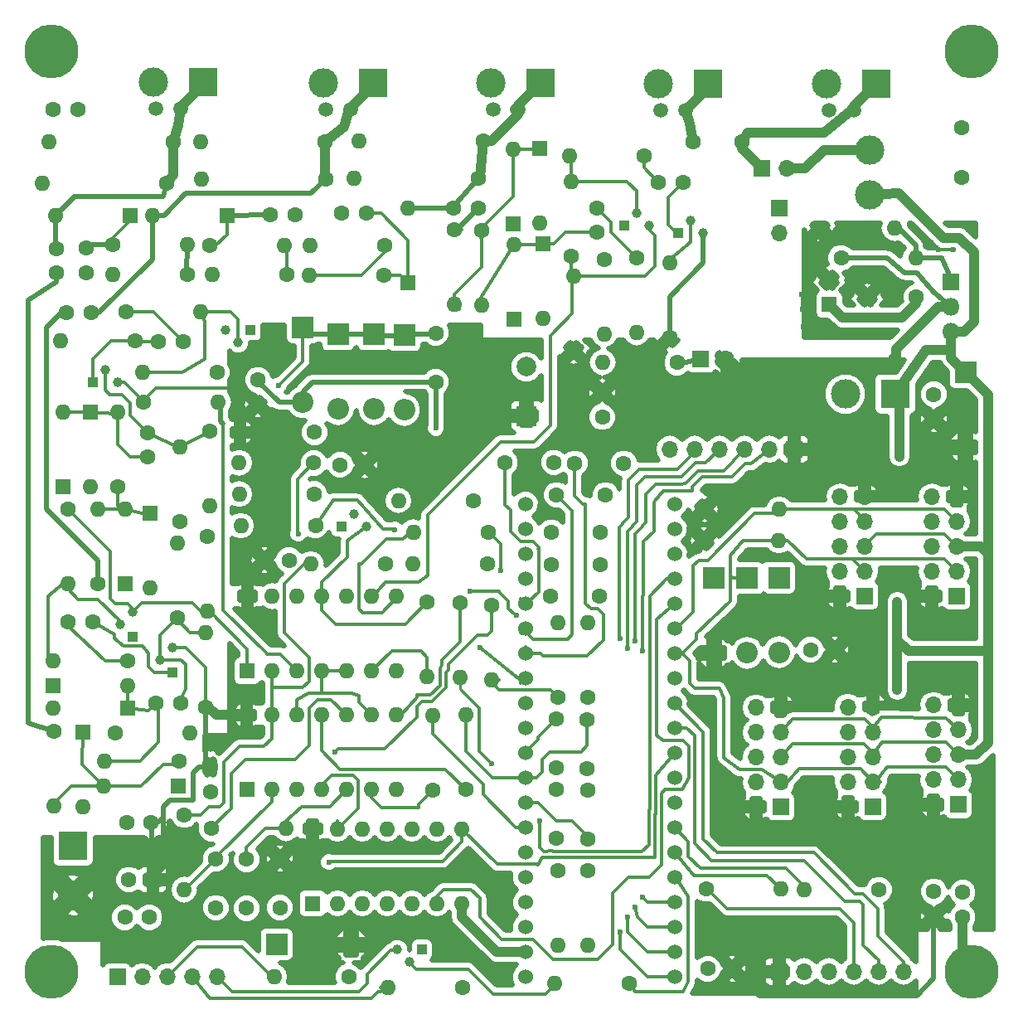
<source format=gbr>
G04 #@! TF.FileFunction,Copper,L2,Bot,Signal*
%FSLAX46Y46*%
G04 Gerber Fmt 4.6, Leading zero omitted, Abs format (unit mm)*
G04 Created by KiCad (PCBNEW 4.0.7) date 03/09/19 11:34:19*
%MOMM*%
%LPD*%
G01*
G04 APERTURE LIST*
%ADD10C,0.100000*%
%ADD11C,5.500000*%
%ADD12C,1.600000*%
%ADD13O,1.600000X1.600000*%
%ADD14R,1.700000X1.700000*%
%ADD15O,1.700000X1.700000*%
%ADD16C,1.000000*%
%ADD17R,1.000000X1.000000*%
%ADD18R,1.600000X1.600000*%
%ADD19R,2.000000X2.000000*%
%ADD20C,2.000000*%
%ADD21R,2.200000X2.200000*%
%ADD22O,2.200000X2.200000*%
%ADD23C,3.000000*%
%ADD24R,3.000000X3.000000*%
%ADD25R,1.800000X1.800000*%
%ADD26C,1.800000*%
%ADD27O,1.800000X1.800000*%
%ADD28C,1.524000*%
%ADD29C,1.500000*%
%ADD30C,0.600000*%
%ADD31C,1.000000*%
%ADD32C,0.350000*%
%ADD33C,0.500000*%
%ADD34C,0.250000*%
G04 APERTURE END LIST*
D10*
D11*
X151000000Y-31000000D03*
D12*
X91059000Y-50800000D03*
D13*
X83439000Y-50800000D03*
D12*
X100965000Y-49276000D03*
D13*
X100965000Y-56896000D03*
D12*
X120924320Y-62753240D03*
D13*
X113304320Y-62753240D03*
D12*
X101117400Y-40111680D03*
D13*
X88417400Y-40111680D03*
D14*
X140081000Y-86614000D03*
D15*
X137541000Y-86614000D03*
X140081000Y-84074000D03*
X137541000Y-84074000D03*
X140081000Y-81534000D03*
X137541000Y-81534000D03*
X140081000Y-78994000D03*
X137541000Y-78994000D03*
X140081000Y-76454000D03*
X137541000Y-76454000D03*
D12*
X78105000Y-64516000D03*
X78105000Y-67016000D03*
X58674000Y-77724000D03*
D13*
X58674000Y-85344000D03*
D16*
X76098400Y-60726320D03*
X74828400Y-59456320D03*
D17*
X77368400Y-59456320D03*
D18*
X76962000Y-106375200D03*
D13*
X92202000Y-98755200D03*
X79502000Y-106375200D03*
X89662000Y-98755200D03*
X82042000Y-106375200D03*
X87122000Y-98755200D03*
X84582000Y-106375200D03*
X84582000Y-98755200D03*
X87122000Y-106375200D03*
X82042000Y-98755200D03*
X89662000Y-106375200D03*
X79502000Y-98755200D03*
X92202000Y-106375200D03*
X76962000Y-98755200D03*
D19*
X105511600Y-68199000D03*
D20*
X105511600Y-63199000D03*
D12*
X96281240Y-64734440D03*
X96281240Y-59734440D03*
D21*
X82702400Y-59182000D03*
D22*
X82702400Y-66802000D03*
D12*
X111760000Y-96977200D03*
D13*
X111760000Y-89357200D03*
D18*
X77025500Y-94234000D03*
D13*
X92265500Y-86614000D03*
X79565500Y-94234000D03*
X89725500Y-86614000D03*
X82105500Y-94234000D03*
X87185500Y-86614000D03*
X84645500Y-94234000D03*
X84645500Y-86614000D03*
X87185500Y-94234000D03*
X82105500Y-86614000D03*
X89725500Y-94234000D03*
X79565500Y-86614000D03*
X92265500Y-94234000D03*
X77025500Y-86614000D03*
D16*
X63997840Y-89507060D03*
X65267840Y-88237060D03*
D17*
X65267840Y-90777060D03*
D12*
X99364800Y-106375200D03*
D13*
X99364800Y-98755200D03*
D12*
X108585000Y-76276200D03*
X113585000Y-76276200D03*
D21*
X89956640Y-59893200D03*
D22*
X89956640Y-67513200D03*
D21*
X93040200Y-59969400D03*
D22*
X93040200Y-67589400D03*
D18*
X83693000Y-117983000D03*
D13*
X98933000Y-110363000D03*
X86233000Y-117983000D03*
X96393000Y-110363000D03*
X88773000Y-117983000D03*
X93853000Y-110363000D03*
X91313000Y-117983000D03*
X91313000Y-110363000D03*
X93853000Y-117983000D03*
X88773000Y-110363000D03*
X96393000Y-117983000D03*
X86233000Y-110363000D03*
X98933000Y-117983000D03*
X83693000Y-110363000D03*
D12*
X84924900Y-40195500D03*
D13*
X72224900Y-40195500D03*
D18*
X60960000Y-67818000D03*
D13*
X60960000Y-75438000D03*
D18*
X74930000Y-47752000D03*
D13*
X67310000Y-47752000D03*
D18*
X93431360Y-54594760D03*
D13*
X93431360Y-46974760D03*
D18*
X58166000Y-75438000D03*
D13*
X58166000Y-67818000D03*
D18*
X107177840Y-50637440D03*
D13*
X107177840Y-58257440D03*
D11*
X57000000Y-31000000D03*
X151000000Y-125000000D03*
D14*
X132867400Y-71602600D03*
D15*
X130327400Y-71602600D03*
X127787400Y-71602600D03*
X125247400Y-71602600D03*
X122707400Y-71602600D03*
X120167400Y-71602600D03*
D14*
X63754000Y-125476000D03*
D15*
X66294000Y-125476000D03*
X68834000Y-125476000D03*
X71374000Y-125476000D03*
X73914000Y-125476000D03*
D23*
X140589000Y-41021000D03*
X140589000Y-45591000D03*
D21*
X124663200Y-84772500D03*
D22*
X124663200Y-92392500D03*
D21*
X80010000Y-122174000D03*
D22*
X87630000Y-122174000D03*
D12*
X123723400Y-77724000D03*
D13*
X131343400Y-77724000D03*
D12*
X123659900Y-80911700D03*
D13*
X131279900Y-80911700D03*
D12*
X63754000Y-75438000D03*
D13*
X63754000Y-67818000D03*
D12*
X70866000Y-53721000D03*
D13*
X63246000Y-53721000D03*
D12*
X87376000Y-125476000D03*
D13*
X79756000Y-125476000D03*
D12*
X73355200Y-110337600D03*
D13*
X80975200Y-110337600D03*
D12*
X70104000Y-78994000D03*
D13*
X70104000Y-71374000D03*
D12*
X70576440Y-108966000D03*
D13*
X70576440Y-116586000D03*
D12*
X73152000Y-50800000D03*
D13*
X80772000Y-50800000D03*
D12*
X73152000Y-69799200D03*
D13*
X73152000Y-77419200D03*
D12*
X90932000Y-53848000D03*
D13*
X83312000Y-53848000D03*
D12*
X65570100Y-60540900D03*
D13*
X57950100Y-60540900D03*
D12*
X73914000Y-63754000D03*
D13*
X66294000Y-63754000D03*
D12*
X66421000Y-66802000D03*
D13*
X74041000Y-66802000D03*
D12*
X120142000Y-60182760D03*
D13*
X120142000Y-52562760D03*
D12*
X116814600Y-52082700D03*
D13*
X116814600Y-59702700D03*
D12*
X99034600Y-126593600D03*
D13*
X91414600Y-126593600D03*
D12*
X141541500Y-116586000D03*
D13*
X133921500Y-116586000D03*
D12*
X123901200Y-116509800D03*
D13*
X131521200Y-116509800D03*
D18*
X67401440Y-115559840D03*
D12*
X64901440Y-115559840D03*
D24*
X59245500Y-112077500D03*
D23*
X59245500Y-117157500D03*
D16*
X93586300Y-123977400D03*
X92316300Y-122707400D03*
D17*
X94856300Y-122707400D03*
D25*
X123327160Y-62362080D03*
D26*
X125867160Y-62362080D03*
D12*
X81026000Y-53721000D03*
D13*
X73406000Y-53721000D03*
D12*
X70065900Y-103441500D03*
D13*
X62445900Y-103441500D03*
D12*
X98719640Y-87289640D03*
D13*
X98719640Y-94909640D03*
D12*
X113461800Y-52197000D03*
D13*
X113461800Y-59817000D03*
D12*
X72771000Y-97917000D03*
D13*
X72771000Y-90297000D03*
D14*
X131318000Y-46990000D03*
D15*
X131318000Y-49530000D03*
D14*
X129540000Y-42926000D03*
D15*
X132080000Y-42926000D03*
D18*
X65024000Y-47752000D03*
D13*
X57404000Y-47752000D03*
D12*
X68770500Y-44450000D03*
D13*
X56070500Y-44450000D03*
D12*
X63246000Y-50673000D03*
D13*
X70866000Y-50673000D03*
D12*
X95986600Y-106426000D03*
D13*
X95986600Y-98806000D03*
D12*
X111815880Y-114665760D03*
D13*
X111815880Y-122285760D03*
D12*
X108762800Y-114604800D03*
D13*
X108762800Y-122224800D03*
D12*
X101996240Y-87518240D03*
D13*
X101996240Y-95138240D03*
D12*
X83870800Y-69875400D03*
D13*
X76250800Y-69875400D03*
D21*
X86299040Y-59893200D03*
D22*
X86299040Y-67513200D03*
D12*
X108712000Y-96977200D03*
D13*
X108712000Y-89357200D03*
D12*
X111760000Y-111455200D03*
X111760000Y-106455200D03*
X108610400Y-111302800D03*
X108610400Y-106302800D03*
X111709200Y-99212400D03*
X111709200Y-104212400D03*
X108610400Y-99110800D03*
X108610400Y-104110800D03*
X140360400Y-56057800D03*
X145360400Y-56057800D03*
X80352900Y-118414800D03*
X80352900Y-113414800D03*
D18*
X104282240Y-58293000D03*
D13*
X104282240Y-50673000D03*
D18*
X64770000Y-98044000D03*
D13*
X57150000Y-98044000D03*
D18*
X57150000Y-95758000D03*
D13*
X64770000Y-95758000D03*
D12*
X103327200Y-72969120D03*
X108327200Y-72969120D03*
X110459520Y-73050400D03*
X115459520Y-73050400D03*
X76936600Y-113487200D03*
X76936600Y-118487200D03*
X73812400Y-113436400D03*
X73812400Y-118436400D03*
D16*
X62484000Y-63500000D03*
X63754000Y-64770000D03*
D17*
X61214000Y-64770000D03*
D16*
X122326400Y-48260000D03*
X123596400Y-49530000D03*
D17*
X121056400Y-49530000D03*
D16*
X68072000Y-93091000D03*
X69342000Y-91821000D03*
D17*
X69342000Y-94361000D03*
D16*
X116751100Y-47485300D03*
X118021100Y-48755300D03*
D17*
X115481100Y-48755300D03*
D12*
X69850000Y-88773000D03*
D13*
X69850000Y-81153000D03*
D12*
X110083600Y-51866800D03*
D13*
X110083600Y-44246800D03*
D12*
X63500000Y-100584000D03*
D13*
X71120000Y-100584000D03*
D12*
X110337600Y-61531500D03*
D13*
X110337600Y-53911500D03*
D12*
X72898000Y-80518000D03*
D13*
X72898000Y-88138000D03*
D12*
X116062760Y-126177040D03*
D13*
X108442760Y-126177040D03*
D12*
X101600000Y-80073500D03*
D13*
X93980000Y-80073500D03*
D12*
X101536500Y-83312000D03*
D13*
X93916500Y-83312000D03*
D12*
X91122500Y-83312000D03*
D13*
X83502500Y-83312000D03*
D12*
X83997800Y-79400400D03*
D13*
X76377800Y-79400400D03*
D12*
X83820000Y-76174600D03*
D13*
X76200000Y-76174600D03*
D12*
X83794600Y-72999600D03*
D13*
X76174600Y-72999600D03*
D16*
X87884000Y-78232000D03*
X89154000Y-79502000D03*
D17*
X86614000Y-79502000D03*
D12*
X95402400Y-87233760D03*
D13*
X95402400Y-94853760D03*
D12*
X100076000Y-76835000D03*
D13*
X92456000Y-76835000D03*
D18*
X136461500Y-56832500D03*
D12*
X136461500Y-54332500D03*
X135509000Y-49037240D03*
D13*
X143129000Y-49037240D03*
D12*
X137668000Y-52070000D03*
D13*
X145288000Y-52070000D03*
D25*
X148907500Y-54483000D03*
D27*
X148907500Y-57023000D03*
X148907500Y-59563000D03*
D21*
X150368000Y-63754000D03*
D22*
X150368000Y-71374000D03*
D18*
X60198000Y-100457000D03*
D13*
X60198000Y-108077000D03*
D18*
X106898440Y-40904160D03*
D13*
X106898440Y-48524160D03*
D18*
X69951600Y-106032300D03*
D13*
X62331600Y-106032300D03*
D18*
X104195880Y-48585120D03*
D13*
X104195880Y-40965120D03*
D18*
X67111880Y-78148180D03*
D13*
X67111880Y-85768180D03*
D18*
X64516000Y-85344000D03*
D13*
X64516000Y-77724000D03*
D12*
X57277000Y-100393500D03*
D13*
X57277000Y-108013500D03*
D12*
X98171000Y-49149000D03*
D13*
X98171000Y-56769000D03*
D12*
X61722000Y-85344000D03*
D13*
X61722000Y-77724000D03*
D12*
X66802000Y-72390000D03*
X66802000Y-69890000D03*
X70464680Y-60629800D03*
X67964680Y-60629800D03*
X112745520Y-49453800D03*
X112745520Y-46953800D03*
X67691000Y-97536000D03*
X70191000Y-97536000D03*
X119024400Y-44343320D03*
X121524400Y-44343320D03*
X73253600Y-106565700D03*
X73253600Y-104065700D03*
X64706500Y-109728000D03*
X67206500Y-109728000D03*
X113284000Y-68326000D03*
X113284000Y-65826000D03*
X58724800Y-89204800D03*
X61224800Y-89204800D03*
X86487000Y-73215500D03*
X88987000Y-73215500D03*
X81280000Y-82931000D03*
X78780000Y-82931000D03*
X113055400Y-80086200D03*
X108055400Y-80086200D03*
X113080800Y-83413600D03*
X108080800Y-83413600D03*
X112979200Y-86639400D03*
X107979200Y-86639400D03*
X64770000Y-93218000D03*
D13*
X57150000Y-93218000D03*
D12*
X117515640Y-41630600D03*
D13*
X109895640Y-41630600D03*
D12*
X64597280Y-57556400D03*
D13*
X72217280Y-57556400D03*
D12*
X79375000Y-47625000D03*
X81875000Y-47625000D03*
X89154000Y-47498000D03*
X86654000Y-47498000D03*
X60579000Y-51054000D03*
X60579000Y-53554000D03*
D28*
X105410000Y-77216000D03*
X105410000Y-79756000D03*
X105410000Y-82296000D03*
X105410000Y-84836000D03*
X105410000Y-87376000D03*
X105410000Y-89916000D03*
X105410000Y-92456000D03*
X105410000Y-94996000D03*
X105410000Y-97536000D03*
X105410000Y-100076000D03*
X105410000Y-102616000D03*
X105410000Y-105156000D03*
X105410000Y-107696000D03*
X105410000Y-110236000D03*
X105410000Y-112776000D03*
X105410000Y-115316000D03*
X105410000Y-117856000D03*
X105410000Y-120396000D03*
X105410000Y-122936000D03*
X105410000Y-125476000D03*
X120650000Y-77216000D03*
X120650000Y-79756000D03*
X120650000Y-82296000D03*
X120650000Y-84836000D03*
X120650000Y-87376000D03*
X120650000Y-89916000D03*
X120650000Y-92456000D03*
X120650000Y-94996000D03*
X120650000Y-97536000D03*
X120650000Y-100076000D03*
X120650000Y-102616000D03*
X120650000Y-105156000D03*
X120650000Y-107696000D03*
X120650000Y-110236000D03*
X120650000Y-112776000D03*
X120650000Y-115316000D03*
X120650000Y-117856000D03*
X120650000Y-120396000D03*
X120650000Y-122936000D03*
X120650000Y-125476000D03*
D12*
X127508000Y-40208200D03*
X122508000Y-40208200D03*
D14*
X131330700Y-124929900D03*
D15*
X133870700Y-124929900D03*
X136410700Y-124929900D03*
X138950700Y-124929900D03*
X141490700Y-124929900D03*
X144030700Y-124929900D03*
D12*
X147129500Y-68516500D03*
X147129500Y-66016500D03*
X147129500Y-119253000D03*
X147129500Y-116753000D03*
X137033000Y-92075000D03*
X134533000Y-92075000D03*
X126555500Y-124650500D03*
X124055500Y-124650500D03*
D14*
X149479000Y-86614000D03*
D15*
X146939000Y-86614000D03*
X149479000Y-84074000D03*
X146939000Y-84074000D03*
X149479000Y-81534000D03*
X146939000Y-81534000D03*
X149479000Y-78994000D03*
X146939000Y-78994000D03*
X149479000Y-76454000D03*
X146939000Y-76454000D03*
D14*
X140906500Y-108077000D03*
D15*
X138366500Y-108077000D03*
X140906500Y-105537000D03*
X138366500Y-105537000D03*
X140906500Y-102997000D03*
X138366500Y-102997000D03*
X140906500Y-100457000D03*
X138366500Y-100457000D03*
X140906500Y-97917000D03*
X138366500Y-97917000D03*
D14*
X149646640Y-107904280D03*
D15*
X147106640Y-107904280D03*
X149646640Y-105364280D03*
X147106640Y-105364280D03*
X149646640Y-102824280D03*
X147106640Y-102824280D03*
X149646640Y-100284280D03*
X147106640Y-100284280D03*
X149646640Y-97744280D03*
X147106640Y-97744280D03*
D14*
X131521200Y-108153200D03*
D15*
X128981200Y-108153200D03*
X131521200Y-105613200D03*
X128981200Y-105613200D03*
X131521200Y-103073200D03*
X128981200Y-103073200D03*
X131521200Y-100533200D03*
X128981200Y-100533200D03*
X131521200Y-97993200D03*
X128981200Y-97993200D03*
D12*
X64510920Y-119395240D03*
X67010920Y-119395240D03*
X150075900Y-119367300D03*
X150075900Y-116867300D03*
D11*
X57000000Y-125000000D03*
D12*
X149961600Y-43815000D03*
X149961600Y-38815000D03*
X57213500Y-36893500D03*
X59713500Y-36893500D03*
D21*
X131318000Y-84709000D03*
D22*
X131318000Y-92329000D03*
D21*
X128079500Y-84772500D03*
D22*
X128079500Y-92392500D03*
D24*
X143192500Y-65976500D03*
D23*
X138112500Y-65976500D03*
D12*
X85026500Y-44005500D03*
D13*
X72326500Y-44005500D03*
D12*
X100647500Y-43942000D03*
D13*
X87947500Y-43942000D03*
D12*
X69494400Y-40195500D03*
D13*
X56794400Y-40195500D03*
D29*
X70231000Y-36827500D03*
X67691000Y-36827500D03*
D24*
X72517000Y-34099500D03*
D23*
X67437000Y-34099500D03*
D29*
X104648000Y-36891000D03*
X102108000Y-36891000D03*
D24*
X106934000Y-34163000D03*
D23*
X101854000Y-34163000D03*
D29*
X87566500Y-36891000D03*
X85026500Y-36891000D03*
D24*
X89852500Y-34163000D03*
D23*
X84772500Y-34163000D03*
D29*
X138938000Y-37018000D03*
X136398000Y-37018000D03*
D24*
X141224000Y-34290000D03*
D23*
X136144000Y-34290000D03*
D29*
X121793000Y-37018000D03*
X119253000Y-37018000D03*
D24*
X124079000Y-34290000D03*
D23*
X118999000Y-34290000D03*
D12*
X100584000Y-46990000D03*
X98084000Y-46990000D03*
X57531000Y-53594000D03*
X57531000Y-51094000D03*
X58562240Y-57668160D03*
X61062240Y-57668160D03*
D30*
X150622000Y-49149000D03*
X149098000Y-51181000D03*
X147574000Y-51181000D03*
X146812000Y-50419000D03*
X145669000Y-49530000D03*
X142621000Y-50673000D03*
X141732000Y-50800000D03*
X139446000Y-50673000D03*
X138811000Y-50038000D03*
X138049000Y-50165000D03*
X142316200Y-54076600D03*
X142875000Y-55321200D03*
X142341600Y-55981600D03*
X139115800Y-59436000D03*
X138455400Y-59944000D03*
X137693400Y-60020200D03*
X135636000Y-60198000D03*
X134162800Y-60198000D03*
X133807200Y-59105800D03*
X133705600Y-57277000D03*
X133654800Y-55753000D03*
X134086600Y-54000400D03*
X133858000Y-52705000D03*
X135529320Y-51831240D03*
X96266000Y-69443600D03*
X116586000Y-91186000D03*
X116586000Y-118364000D03*
X115824000Y-91948000D03*
X115824000Y-119380000D03*
X115062000Y-90932000D03*
X115062000Y-120904000D03*
X117348000Y-117348000D03*
X117348000Y-92202000D03*
X85344000Y-113766600D03*
X106845100Y-109524800D03*
X80213200Y-65100200D03*
X101996240Y-103748840D03*
X85973920Y-102514400D03*
X92080080Y-79811880D03*
X100777040Y-91821000D03*
X102910640Y-83972400D03*
X82219800Y-80238600D03*
X104510840Y-88585040D03*
X99745800Y-86065360D03*
X143611600Y-72364600D03*
X143388080Y-87172800D03*
X143398240Y-96189800D03*
D31*
X138938000Y-37018000D02*
X138750000Y-37018000D01*
X138750000Y-37018000D02*
X135953500Y-39306500D01*
X128143000Y-39306500D02*
X127508000Y-40208200D01*
X135953500Y-39306500D02*
X128143000Y-39306500D01*
X138938000Y-37018000D02*
X138938000Y-36576000D01*
X138938000Y-36576000D02*
X141224000Y-34290000D01*
X127508000Y-40208200D02*
X127508000Y-40894000D01*
X127508000Y-40894000D02*
X129540000Y-42926000D01*
D32*
X100838000Y-56388000D02*
X100838000Y-56149240D01*
X100838000Y-56149240D02*
X104282240Y-50673000D01*
X107177840Y-50637440D02*
X108315760Y-50637440D01*
X109499400Y-49453800D02*
X112745520Y-49453800D01*
X108315760Y-50637440D02*
X109499400Y-49453800D01*
X104282240Y-50673000D02*
X107142280Y-50673000D01*
X107142280Y-50673000D02*
X107177840Y-50637440D01*
X107177840Y-50637440D02*
X107820460Y-50637440D01*
X81026000Y-53721000D02*
X81026000Y-51054000D01*
X81026000Y-51054000D02*
X80772000Y-50800000D01*
X81026000Y-53721000D02*
X80873600Y-53721000D01*
X81127600Y-53619400D02*
X81026000Y-53721000D01*
X110185200Y-77876400D02*
X108585000Y-76276200D01*
X110185200Y-90525600D02*
X110185200Y-77876400D01*
X109728000Y-90982800D02*
X110185200Y-90525600D01*
X108864400Y-76555600D02*
X108585000Y-76276200D01*
X105410000Y-89916000D02*
X105410000Y-90220800D01*
X105410000Y-90220800D02*
X106172000Y-90982800D01*
X106172000Y-90982800D02*
X109728000Y-90982800D01*
X105410000Y-89916000D02*
X105468420Y-89916000D01*
X105059480Y-89916000D02*
X105410000Y-89916000D01*
X105156000Y-90170000D02*
X105410000Y-89916000D01*
D33*
X105003600Y-90322400D02*
X105410000Y-89916000D01*
D32*
X91059000Y-50800000D02*
X91059000Y-51435000D01*
X91059000Y-51435000D02*
X88646000Y-53848000D01*
X88646000Y-53848000D02*
X83312000Y-53848000D01*
X104394000Y-80518000D02*
X104902000Y-81026000D01*
X103327200Y-72969120D02*
X103327200Y-77266800D01*
X104394000Y-80502180D02*
X104394000Y-80518000D01*
X103886000Y-79994180D02*
X104394000Y-80502180D01*
X103886000Y-77825600D02*
X103886000Y-79994180D01*
X103327200Y-77266800D02*
X103886000Y-77825600D01*
X103327200Y-72969120D02*
X103449120Y-72969120D01*
X104902000Y-81026000D02*
X106172000Y-81026000D01*
X106680000Y-81788000D02*
X106756200Y-81788000D01*
X106756200Y-86146640D02*
X106756200Y-81788000D01*
X105526840Y-87376000D02*
X106756200Y-86146640D01*
X106172000Y-81026000D02*
X106756200Y-81610200D01*
X106756200Y-81610200D02*
X106756200Y-81711800D01*
X106756200Y-81711800D02*
X106680000Y-81788000D01*
X105410000Y-87376000D02*
X105526840Y-87376000D01*
X105704640Y-87670640D02*
X105410000Y-87376000D01*
X104902000Y-86868000D02*
X105410000Y-87376000D01*
D33*
X105257600Y-87223600D02*
X105410000Y-87376000D01*
D32*
X66421000Y-66802000D02*
X66421000Y-66624200D01*
X66421000Y-66624200D02*
X67716400Y-65328800D01*
X76417800Y-65328800D02*
X78105000Y-67016000D01*
X67716400Y-65328800D02*
X76417800Y-65328800D01*
D33*
X147129500Y-119253000D02*
X147129500Y-125666500D01*
X129286000Y-127381000D02*
X126555500Y-124650500D01*
X145415000Y-127381000D02*
X129286000Y-127381000D01*
X147129500Y-125666500D02*
X145415000Y-127381000D01*
X147106640Y-107904280D02*
X146984720Y-107904280D01*
X67206500Y-109728000D02*
X67310000Y-112141000D01*
X67310000Y-112141000D02*
X67223000Y-112228000D01*
D31*
X125867160Y-62362080D02*
X125867160Y-62029340D01*
X125867160Y-62362080D02*
X125867160Y-64886840D01*
X125867160Y-64886840D02*
X125730000Y-65024000D01*
X148907500Y-57023000D02*
X147637500Y-57023000D01*
X142494000Y-62865000D02*
X139954000Y-62865000D01*
X143319500Y-62039500D02*
X142494000Y-62865000D01*
X143319500Y-61341000D02*
X143319500Y-62039500D01*
X147637500Y-57023000D02*
X143319500Y-61341000D01*
D33*
X120142000Y-60182760D02*
X119547640Y-60182760D01*
X119547640Y-60182760D02*
X118932960Y-60797440D01*
X118932960Y-60797440D02*
X118932960Y-62362080D01*
X67401440Y-115559840D02*
X67401440Y-115366800D01*
X67401440Y-115366800D02*
X68453000Y-114315240D01*
X67206500Y-109728000D02*
X68046600Y-109601000D01*
X68046600Y-109601000D02*
X68453000Y-109194600D01*
X72771000Y-97917000D02*
X72771000Y-103583100D01*
X72771000Y-103583100D02*
X73253600Y-104065700D01*
D32*
X66421000Y-66802000D02*
X66421000Y-66728340D01*
X66421000Y-66728340D02*
X64462660Y-64770000D01*
X64462660Y-64770000D02*
X63754000Y-64770000D01*
D31*
X72771000Y-97917000D02*
X73025000Y-97917000D01*
X73025000Y-97917000D02*
X73863200Y-98755200D01*
X73863200Y-98755200D02*
X76962000Y-98755200D01*
D32*
X72771000Y-97917000D02*
X72771000Y-93853000D01*
X70739000Y-91821000D02*
X69342000Y-91821000D01*
X72771000Y-93853000D02*
X70739000Y-91821000D01*
D33*
X73253600Y-104065700D02*
X72083300Y-104065700D01*
X71501000Y-107442000D02*
X71501000Y-104648000D01*
X69088000Y-107442000D02*
X71501000Y-107442000D01*
X68453000Y-108077000D02*
X69088000Y-107442000D01*
X68453000Y-109194600D02*
X68453000Y-108077000D01*
X72083300Y-104065700D02*
X71501000Y-104648000D01*
X67401440Y-115559840D02*
X67401440Y-115051840D01*
X68453000Y-114315240D02*
X68453000Y-109194600D01*
D31*
X148907500Y-57023000D02*
X148112480Y-57023000D01*
D33*
X125867160Y-62362080D02*
X125867160Y-62108080D01*
X120142000Y-60182760D02*
X120142000Y-56007000D01*
X123596400Y-52552600D02*
X123596400Y-49530000D01*
X120142000Y-56007000D02*
X123596400Y-52552600D01*
D31*
X148907500Y-57023000D02*
X148358860Y-57023000D01*
D33*
X137668000Y-52070000D02*
X142367000Y-52070000D01*
X147137120Y-55570120D02*
X148907500Y-57023000D01*
X145389600Y-53568600D02*
X147137120Y-55570120D01*
X144119600Y-53568600D02*
X145389600Y-53568600D01*
X142367000Y-52070000D02*
X144119600Y-53568600D01*
X78105000Y-64516000D02*
X78105000Y-64643000D01*
X78105000Y-64643000D02*
X80264000Y-66802000D01*
X80264000Y-66802000D02*
X82702400Y-66802000D01*
X83439000Y-50800000D02*
X83794600Y-50800000D01*
D32*
X135509000Y-49037240D02*
X135524240Y-49037240D01*
X135524240Y-49037240D02*
X136652000Y-50165000D01*
X147574000Y-51181000D02*
X149098000Y-51181000D01*
X146558000Y-50419000D02*
X146812000Y-50419000D01*
X145669000Y-49530000D02*
X146558000Y-50419000D01*
X141859000Y-50673000D02*
X142621000Y-50673000D01*
X141732000Y-50800000D02*
X141859000Y-50673000D01*
X138811000Y-50038000D02*
X139446000Y-50673000D01*
X136652000Y-50165000D02*
X138049000Y-50165000D01*
X142875000Y-55448200D02*
X142875000Y-55321200D01*
X142341600Y-55981600D02*
X142875000Y-55448200D01*
X135509000Y-49037240D02*
X135509000Y-49824640D01*
X135509000Y-49824640D02*
X135575040Y-50551080D01*
X138963400Y-59436000D02*
X139115800Y-59436000D01*
X138455400Y-59944000D02*
X138963400Y-59436000D01*
X135813800Y-60020200D02*
X137693400Y-60020200D01*
X135636000Y-60198000D02*
X135813800Y-60020200D01*
X134162800Y-59461400D02*
X134162800Y-60198000D01*
X133807200Y-59105800D02*
X134162800Y-59461400D01*
X133705600Y-55803800D02*
X133705600Y-57277000D01*
X133654800Y-55753000D02*
X133705600Y-55803800D01*
X134086600Y-52933600D02*
X134086600Y-54000400D01*
X133858000Y-52705000D02*
X134086600Y-52933600D01*
X135575040Y-50551080D02*
X135529320Y-51831240D01*
D33*
X96281240Y-64734440D02*
X96281240Y-69428360D01*
X96281240Y-69428360D02*
X96266000Y-69443600D01*
X96281240Y-64734440D02*
X83657440Y-64734440D01*
X82717640Y-65674240D02*
X82702400Y-66700400D01*
X83657440Y-64734440D02*
X82717640Y-65674240D01*
D31*
X105410000Y-122936000D02*
X102476300Y-122936000D01*
X98933000Y-119392700D02*
X98933000Y-117983000D01*
X102476300Y-122936000D02*
X98933000Y-119392700D01*
D32*
X95084900Y-122936000D02*
X94856300Y-122707400D01*
X62849760Y-53522880D02*
X62839600Y-53522880D01*
X62839600Y-54152800D02*
X62839600Y-53522880D01*
X121606152Y-75103378D02*
X121761862Y-75103378D01*
X126679960Y-72786240D02*
X126679960Y-72710040D01*
X125648720Y-73817480D02*
X126679960Y-72786240D01*
X123047760Y-73817480D02*
X125648720Y-73817480D01*
X121761862Y-75103378D02*
X123047760Y-73817480D01*
X126679960Y-72710040D02*
X127787400Y-71602600D01*
X116586000Y-118364000D02*
X116840000Y-119380000D01*
X117856000Y-120396000D02*
X120650000Y-120396000D01*
X116840000Y-119380000D02*
X117856000Y-120396000D01*
X116586000Y-91186000D02*
X116586000Y-80264000D01*
X117348000Y-79502000D02*
X117348000Y-79451200D01*
X116586000Y-80264000D02*
X117348000Y-79502000D01*
X117703600Y-76225400D02*
X118745000Y-75184000D01*
X117703600Y-79095600D02*
X117703600Y-76225400D01*
X117348000Y-79451200D02*
X117703600Y-79095600D01*
X118745000Y-75184000D02*
X121412000Y-75184000D01*
X121412000Y-75184000D02*
X121606152Y-75103378D01*
X117627400Y-74422000D02*
X121381520Y-74422000D01*
X122793760Y-73009760D02*
X123840240Y-73009760D01*
X121381520Y-74422000D02*
X122793760Y-73009760D01*
X123840240Y-73009760D02*
X125247400Y-71602600D01*
X115824000Y-91948000D02*
X115824000Y-80010000D01*
X116332000Y-79502000D02*
X116332000Y-79451200D01*
X115824000Y-80010000D02*
X116332000Y-79502000D01*
X115824000Y-119380000D02*
X115824000Y-120881140D01*
X115824000Y-120881140D02*
X117878860Y-122936000D01*
X116789200Y-75260200D02*
X117627400Y-74422000D01*
X116789200Y-78994000D02*
X116789200Y-75260200D01*
X116332000Y-79451200D02*
X116789200Y-78994000D01*
X120650000Y-122936000D02*
X117878860Y-122936000D01*
X117068600Y-73660000D02*
X120904000Y-73660000D01*
X120904000Y-73660000D02*
X122707400Y-71856600D01*
X122707400Y-71856600D02*
X122707400Y-71602600D01*
X115062000Y-120904000D02*
X115062000Y-122682000D01*
X115062000Y-122682000D02*
X117856000Y-125476000D01*
X114970014Y-90409849D02*
X114970014Y-79593986D01*
X115011200Y-90881200D02*
X114970014Y-90409849D01*
X115062000Y-90932000D02*
X115011200Y-90881200D01*
X115316000Y-79248000D02*
X115316000Y-79197200D01*
X114970014Y-79593986D02*
X115316000Y-79248000D01*
X115316000Y-79197200D02*
X115951000Y-78562200D01*
X115951000Y-78562200D02*
X115951000Y-74777600D01*
X115951000Y-74777600D02*
X117068600Y-73660000D01*
X120650000Y-125476000D02*
X117856000Y-125476000D01*
X122707400Y-72110600D02*
X122707400Y-71602600D01*
X117348000Y-117348000D02*
X117856000Y-117856000D01*
X117856000Y-117856000D02*
X120650000Y-117856000D01*
X120650000Y-117856000D02*
X120015000Y-117856000D01*
X122463560Y-75834240D02*
X122463560Y-75468480D01*
X127858520Y-73091040D02*
X128501247Y-73091040D01*
X126517400Y-74432160D02*
X127858520Y-73091040D01*
X123499880Y-74432160D02*
X126517400Y-74432160D01*
X122463560Y-75468480D02*
X123499880Y-74432160D01*
X118522750Y-79978250D02*
X118522750Y-77006450D01*
X118522750Y-77006450D02*
X118618000Y-76911200D01*
X118618000Y-76911200D02*
X119496840Y-75834240D01*
X119496840Y-75834240D02*
X122463560Y-75834240D01*
X130327400Y-71602600D02*
X128501247Y-73091040D01*
X117449600Y-81051400D02*
X118522750Y-79978250D01*
X117348000Y-92202000D02*
X117449600Y-81051400D01*
X106619040Y-114046000D02*
X106680000Y-114046000D01*
X107152440Y-113284000D02*
X118384320Y-113284000D01*
X106680000Y-114046000D02*
X107152440Y-113284000D01*
X106619040Y-113995200D02*
X106619040Y-114046000D01*
X118661180Y-108849535D02*
X118745000Y-108849535D01*
X118661180Y-113296700D02*
X118661180Y-108849535D01*
X118384320Y-113284000D02*
X118661180Y-113296700D01*
X102565200Y-113995200D02*
X106619040Y-113995200D01*
X102565200Y-113995200D02*
X98933000Y-110363000D01*
X85344000Y-113766600D02*
X85445600Y-113665000D01*
X85445600Y-113665000D02*
X96977200Y-113665000D01*
X96977200Y-113665000D02*
X98933000Y-111709200D01*
X98933000Y-111709200D02*
X98933000Y-110363000D01*
X118745000Y-104902000D02*
X120650000Y-102616000D01*
X118745000Y-108849535D02*
X118745000Y-104902000D01*
X122123200Y-105181400D02*
X122123200Y-101930200D01*
X118800880Y-100807520D02*
X118800880Y-88996520D01*
X119507000Y-101346000D02*
X118800880Y-100807520D01*
X121539000Y-101346000D02*
X119507000Y-101346000D01*
X122123200Y-101930200D02*
X121539000Y-101346000D01*
X114313970Y-120409970D02*
X114313970Y-122160030D01*
X105918000Y-121666000D02*
X105918000Y-121678700D01*
X106172000Y-121666000D02*
X105918000Y-121666000D01*
X108204000Y-123698000D02*
X106172000Y-121666000D01*
X112776000Y-123698000D02*
X108204000Y-123698000D01*
X114313970Y-122160030D02*
X112776000Y-123698000D01*
X114670840Y-116560600D02*
X114670840Y-116616480D01*
X105918000Y-121678700D02*
X103014780Y-121678700D01*
X114330480Y-120393460D02*
X114313970Y-120409970D01*
X114330480Y-116956840D02*
X114330480Y-120393460D01*
X114670840Y-116616480D02*
X114330480Y-116956840D01*
X119303800Y-114079020D02*
X119303800Y-106730800D01*
X118074440Y-115308380D02*
X119303800Y-114079020D01*
X115923060Y-115308380D02*
X118074440Y-115308380D01*
X114670840Y-116560600D02*
X115923060Y-115308380D01*
X103014780Y-121678700D02*
X100751640Y-119415560D01*
X100751640Y-119415560D02*
X100751640Y-117431820D01*
X100751640Y-117431820D02*
X99880420Y-116560600D01*
X97053400Y-116560600D02*
X99880420Y-116560600D01*
X96393000Y-117221000D02*
X97053400Y-116560600D01*
X96393000Y-117983000D02*
X96393000Y-117221000D01*
X119303800Y-106730800D02*
X119684800Y-106349800D01*
X119684800Y-106349800D02*
X121462800Y-106349800D01*
X121462800Y-106349800D02*
X122123200Y-105181400D01*
X118800880Y-88996520D02*
X120650000Y-87376000D01*
X132194300Y-105613200D02*
X133350000Y-104241600D01*
X133350000Y-104241600D02*
X139611100Y-104241600D01*
X139611100Y-104241600D02*
X140906500Y-105537000D01*
X131521200Y-105613200D02*
X132194300Y-105613200D01*
X128079500Y-84772500D02*
X126492000Y-84772500D01*
X126492000Y-84772500D02*
X126377700Y-84505800D01*
X138493500Y-82804000D02*
X148209000Y-82804000D01*
X148209000Y-82804000D02*
X149479000Y-84074000D01*
X131279900Y-80911700D02*
X132219700Y-80911700D01*
X138811000Y-82804000D02*
X140081000Y-84074000D01*
X134112000Y-82804000D02*
X138493500Y-82804000D01*
X138493500Y-82804000D02*
X138811000Y-82804000D01*
X132219700Y-80911700D02*
X134112000Y-82804000D01*
X140906500Y-105537000D02*
X141706600Y-105537000D01*
X125704600Y-103073200D02*
X125704600Y-103098600D01*
X125704600Y-103098600D02*
X127254000Y-104317800D01*
X120650000Y-92456000D02*
X121401840Y-92456000D01*
X121401840Y-92456000D02*
X122875040Y-90982800D01*
X127647700Y-80911700D02*
X131279900Y-80911700D01*
X126390400Y-82473800D02*
X127647700Y-80911700D01*
X126377700Y-87099140D02*
X126377700Y-84505800D01*
X126377700Y-84505800D02*
X126390400Y-82473800D01*
X122875040Y-90449400D02*
X126377700Y-87099140D01*
X122875040Y-90982800D02*
X122875040Y-90449400D01*
X140081000Y-84074000D02*
X140253720Y-84074000D01*
X131279900Y-80911700D02*
X131955540Y-80911700D01*
X120650000Y-92456000D02*
X121412000Y-92456000D01*
X121412000Y-92456000D02*
X122174000Y-93218000D01*
X129540000Y-104317800D02*
X131521200Y-105613200D01*
X127254000Y-104317800D02*
X129540000Y-104317800D01*
X125704600Y-97002600D02*
X125704600Y-103073200D01*
X125222000Y-96012000D02*
X125704600Y-97002600D01*
X122682000Y-96012000D02*
X125222000Y-96012000D01*
X122174000Y-95504000D02*
X122682000Y-96012000D01*
X122174000Y-93218000D02*
X122174000Y-95504000D01*
X140906500Y-105537000D02*
X141170660Y-105537000D01*
X141170660Y-105537000D02*
X142367000Y-104076500D01*
X148371560Y-104089200D02*
X149646640Y-105364280D01*
X142367000Y-104076500D02*
X148371560Y-104089200D01*
X131521200Y-105613200D02*
X131935220Y-105613200D01*
X131279900Y-80911700D02*
X131279900Y-81015840D01*
X131279900Y-80911700D02*
X132011420Y-80911700D01*
D33*
X131279900Y-80911700D02*
X131762500Y-80911700D01*
D32*
X140906500Y-100457000D02*
X140906500Y-99961700D01*
X140906500Y-99961700D02*
X140106400Y-99161600D01*
X132676900Y-99161600D02*
X131521200Y-100533200D01*
X140106400Y-99161600D02*
X132676900Y-99161600D01*
X139001500Y-77724000D02*
X148209000Y-77724000D01*
X148209000Y-77724000D02*
X149479000Y-78994000D01*
X131343400Y-77724000D02*
X133985000Y-77724000D01*
X139001500Y-77724000D02*
X140081000Y-78803500D01*
X133985000Y-77724000D02*
X139001500Y-77724000D01*
X140081000Y-78803500D02*
X140081000Y-78994000D01*
X120650000Y-89916000D02*
X120858280Y-89916000D01*
X120858280Y-89916000D02*
X122529600Y-88244680D01*
X128818640Y-78181200D02*
X130886200Y-78181200D01*
X124053600Y-82946240D02*
X128818640Y-78181200D01*
X123103640Y-82946240D02*
X124053600Y-82946240D01*
X122529600Y-83520280D02*
X123103640Y-82946240D01*
X122529600Y-88244680D02*
X122529600Y-83520280D01*
X130886200Y-78181200D02*
X131343400Y-77724000D01*
X140081000Y-78994000D02*
X140081000Y-78656180D01*
X131343400Y-77724000D02*
X131343400Y-77508100D01*
X140906500Y-100457000D02*
X140906500Y-100048060D01*
X140906500Y-100048060D02*
X141732000Y-98996500D01*
X148384260Y-99021900D02*
X149646640Y-100284280D01*
X141732000Y-98996500D02*
X148384260Y-99021900D01*
X131521200Y-100533200D02*
X131566920Y-100533200D01*
X140081000Y-78994000D02*
X139847320Y-78994000D01*
X120650000Y-89916000D02*
X121056400Y-89916000D01*
X123901200Y-116509800D02*
X124002800Y-116509800D01*
X124002800Y-116509800D02*
X126047500Y-118554500D01*
X138950700Y-119964200D02*
X138950700Y-124929900D01*
X137541000Y-118554500D02*
X138950700Y-119964200D01*
X126047500Y-118554500D02*
X137541000Y-118554500D01*
X138950700Y-124929900D02*
X138506200Y-124929900D01*
X138950700Y-124929900D02*
X138645900Y-124929900D01*
X79756000Y-125476000D02*
X79502000Y-125476000D01*
X79502000Y-125476000D02*
X76454000Y-122428000D01*
X76454000Y-122428000D02*
X71882000Y-122428000D01*
X71882000Y-122428000D02*
X68834000Y-125476000D01*
X73190100Y-127635000D02*
X89725500Y-127635000D01*
X90335100Y-127025400D02*
X91071700Y-126936500D01*
X89725500Y-127635000D02*
X90335100Y-127025400D01*
X91071700Y-126936500D02*
X91414600Y-126593600D01*
X73190100Y-127635000D02*
X71374000Y-125476000D01*
X91414600Y-126593600D02*
X90652600Y-126593600D01*
D31*
X124079000Y-34732000D02*
X121793000Y-37018000D01*
X121793000Y-37018000D02*
X122174000Y-38354000D01*
X122174000Y-38354000D02*
X122508000Y-40208200D01*
X124079000Y-34290000D02*
X124079000Y-34732000D01*
D33*
X123327160Y-62362080D02*
X121051320Y-62880240D01*
X121051320Y-62880240D02*
X120924320Y-62753240D01*
D32*
X133921500Y-116586000D02*
X133921500Y-116281200D01*
X133921500Y-116281200D02*
X132054600Y-114414300D01*
X132054600Y-114414300D02*
X123291600Y-114414300D01*
X123291600Y-114414300D02*
X122072400Y-113195100D01*
X122072400Y-113195100D02*
X122072400Y-111658400D01*
X122072400Y-111658400D02*
X120650000Y-110236000D01*
X120650000Y-112776000D02*
X120700800Y-112776000D01*
X120700800Y-112776000D02*
X122605800Y-115138200D01*
X130060700Y-115138200D02*
X131521200Y-116509800D01*
X122605800Y-115138200D02*
X130060700Y-115138200D01*
X120650000Y-112776000D02*
X120929400Y-112776000D01*
X92557600Y-122758200D02*
X91681300Y-122758200D01*
X91681300Y-122758200D02*
X89230200Y-125209300D01*
X89230200Y-125209300D02*
X89230200Y-126187200D01*
X89230200Y-126187200D02*
X88392000Y-127025400D01*
X88392000Y-127025400D02*
X75463400Y-127025400D01*
X75463400Y-127025400D02*
X73914000Y-125476000D01*
X102108000Y-127254000D02*
X107442000Y-127254000D01*
X99568000Y-124714000D02*
X102108000Y-127254000D01*
X94234000Y-124714000D02*
X99568000Y-124714000D01*
X107442000Y-127254000D02*
X108712000Y-125984000D01*
X93586300Y-123977400D02*
X93586300Y-124066300D01*
X93586300Y-124066300D02*
X94234000Y-124714000D01*
X108127800Y-112593120D02*
X108204000Y-112669320D01*
X107289600Y-112699800D02*
X108127800Y-112593120D01*
X108204000Y-112669320D02*
X117254020Y-112669320D01*
X118122700Y-108407200D02*
X118122700Y-86575900D01*
X119862600Y-84836000D02*
X118122700Y-86575900D01*
X120650000Y-84836000D02*
X119862600Y-84836000D01*
X118046500Y-108486418D02*
X118122700Y-108407200D01*
X117254020Y-112669320D02*
X118046500Y-111983520D01*
X118046500Y-111983520D02*
X118046500Y-108486418D01*
X120650000Y-84836000D02*
X120650000Y-84988400D01*
X106845100Y-109524800D02*
X106845100Y-112255300D01*
X106845100Y-112255300D02*
X107289600Y-112699800D01*
X62484000Y-63500000D02*
X62484000Y-65557400D01*
X65044320Y-68132320D02*
X66802000Y-69890000D01*
X65044320Y-66860420D02*
X65044320Y-68132320D01*
X64234060Y-66050160D02*
X65044320Y-66860420D01*
X62976760Y-66050160D02*
X64234060Y-66050160D01*
X62484000Y-65557400D02*
X62976760Y-66050160D01*
X70104000Y-71374000D02*
X73101200Y-69850000D01*
X73101200Y-69850000D02*
X73152000Y-69799200D01*
X66802000Y-69890000D02*
X70064000Y-71414000D01*
X70064000Y-71414000D02*
X70104000Y-71374000D01*
X70104000Y-71374000D02*
X70612000Y-71374000D01*
X70104000Y-71374000D02*
X70104000Y-71259700D01*
D31*
X132080000Y-42926000D02*
X133985000Y-42926000D01*
X135890000Y-41021000D02*
X140589000Y-41021000D01*
X133985000Y-42926000D02*
X135890000Y-41021000D01*
D32*
X80213200Y-65100200D02*
X82702400Y-62611000D01*
X82702400Y-62611000D02*
X82702400Y-59182000D01*
X82702400Y-59182000D02*
X82321400Y-59182000D01*
D33*
X82702400Y-59182000D02*
X82702400Y-59385200D01*
X82702400Y-59385200D02*
X83210400Y-59893200D01*
X83210400Y-59893200D02*
X86299040Y-59893200D01*
X93309440Y-59893200D02*
X96122480Y-59893200D01*
X96122480Y-59893200D02*
X96281240Y-59734440D01*
X89839800Y-60045600D02*
X93157040Y-60045600D01*
X93157040Y-60045600D02*
X93309440Y-59893200D01*
X86222840Y-59857640D02*
X89651840Y-59857640D01*
X89651840Y-59857640D02*
X89839800Y-60045600D01*
X86106000Y-59740800D02*
X86222840Y-59857640D01*
X61062240Y-57668160D02*
X61838840Y-57668160D01*
X61838840Y-57668160D02*
X67310000Y-52197000D01*
X67310000Y-52197000D02*
X67310000Y-47752000D01*
D32*
X61062240Y-57668160D02*
X61569600Y-57668160D01*
D31*
X87566500Y-36891000D02*
X87566500Y-36703000D01*
X87566500Y-36703000D02*
X90106500Y-34163000D01*
D33*
X67310000Y-47752000D02*
X68493640Y-47752000D01*
X83515200Y-45491400D02*
X85026500Y-44005500D01*
X70754240Y-45491400D02*
X83515200Y-45491400D01*
X68493640Y-47752000D02*
X70754240Y-45491400D01*
D31*
X84924900Y-40195500D02*
X84950300Y-43929300D01*
X84950300Y-43929300D02*
X85026500Y-44005500D01*
X87566500Y-36891000D02*
X87391200Y-36891000D01*
X87391200Y-36891000D02*
X86913720Y-38663880D01*
X86913720Y-38663880D02*
X84924900Y-40195500D01*
D32*
X67320160Y-48503840D02*
X67310000Y-47752000D01*
X67310000Y-47752000D02*
X67310000Y-47873920D01*
D31*
X101117400Y-40111680D02*
X101937820Y-40111680D01*
X101937820Y-40111680D02*
X104648000Y-37401500D01*
X104648000Y-37401500D02*
X104648000Y-36891000D01*
D33*
X98084000Y-46990000D02*
X93446600Y-46990000D01*
X93446600Y-46990000D02*
X93431360Y-46974760D01*
X98084000Y-46990000D02*
X98084000Y-46812840D01*
X98084000Y-46812840D02*
X100647500Y-43942000D01*
D31*
X104648000Y-36891000D02*
X104338080Y-36891000D01*
X104648000Y-36891000D02*
X104648000Y-36449000D01*
X104648000Y-36449000D02*
X106934000Y-34163000D01*
D33*
X93685360Y-46720760D02*
X93431360Y-46974760D01*
D31*
X101117400Y-40111680D02*
X100789740Y-43799760D01*
X100789740Y-43799760D02*
X100647500Y-43942000D01*
X107696000Y-34036000D02*
X107696000Y-34224000D01*
D32*
X67964680Y-60629800D02*
X65659000Y-60629800D01*
X65659000Y-60629800D02*
X65570100Y-60540900D01*
X61214000Y-64770000D02*
X61214000Y-62433200D01*
X63106300Y-60540900D02*
X65570100Y-60540900D01*
X61214000Y-62433200D02*
X63106300Y-60540900D01*
X61259080Y-64724920D02*
X61214000Y-64770000D01*
D33*
X57404000Y-47752000D02*
X57404000Y-50967000D01*
X57404000Y-50967000D02*
X57531000Y-51094000D01*
X57404000Y-47752000D02*
X59359800Y-45796200D01*
X59309000Y-45847000D02*
X59309000Y-45796200D01*
X59359800Y-45796200D02*
X59309000Y-45847000D01*
D31*
X70231000Y-36827500D02*
X70231000Y-36639500D01*
X70231000Y-36639500D02*
X72771000Y-34099500D01*
X69494400Y-40195500D02*
X69977000Y-38544500D01*
X69977000Y-38544500D02*
X70231000Y-36827500D01*
X69494400Y-40195500D02*
X69494400Y-43624500D01*
X69494400Y-43624500D02*
X68770500Y-44450000D01*
D33*
X57683400Y-47472600D02*
X57404000Y-47752000D01*
X68465700Y-45796200D02*
X68770500Y-44450000D01*
X59309000Y-45796200D02*
X68465700Y-45796200D01*
D32*
X69850000Y-88773000D02*
X69850000Y-88988900D01*
X69850000Y-88988900D02*
X71158100Y-90297000D01*
X71158100Y-90297000D02*
X72771000Y-90297000D01*
X68072000Y-93091000D02*
X70256400Y-93091000D01*
X70713600Y-96088200D02*
X70191000Y-97144200D01*
X70713600Y-93548200D02*
X70713600Y-96088200D01*
X70256400Y-93091000D02*
X70713600Y-93548200D01*
X70191000Y-97144200D02*
X70191000Y-97536000D01*
X68072000Y-93091000D02*
X68072000Y-90551000D01*
X68072000Y-90551000D02*
X69850000Y-88773000D01*
X73152000Y-50800000D02*
X73787000Y-50800000D01*
X73787000Y-50800000D02*
X74930000Y-49657000D01*
X74930000Y-49657000D02*
X74930000Y-47752000D01*
D33*
X79375000Y-47625000D02*
X74930000Y-47752000D01*
X75184000Y-48006000D02*
X75062080Y-47884080D01*
X75062080Y-47884080D02*
X74930000Y-47752000D01*
X74818240Y-47680880D02*
X74767440Y-47731680D01*
D32*
X73152000Y-50800000D02*
X73152000Y-50190400D01*
X89154000Y-47498000D02*
X90678000Y-47498000D01*
X93431360Y-50251360D02*
X93431360Y-54594760D01*
X90678000Y-47498000D02*
X93431360Y-50251360D01*
X90932000Y-53848000D02*
X92684600Y-53848000D01*
X92684600Y-53848000D02*
X93431360Y-54594760D01*
D33*
X89150258Y-47501742D02*
X89154000Y-47498000D01*
X89154000Y-47498000D02*
X88976200Y-47498000D01*
X89154000Y-47498000D02*
X89039700Y-47498000D01*
D32*
X117515640Y-41630600D02*
X117515640Y-42834560D01*
X117515640Y-42834560D02*
X119024400Y-44343320D01*
X118927880Y-44246800D02*
X119024400Y-44343320D01*
X101996240Y-103748840D02*
X100700840Y-102453440D01*
X100700840Y-102453440D02*
X100700840Y-98069400D01*
X106705400Y-107696000D02*
X105410000Y-107696000D01*
X108585000Y-109575600D02*
X106705400Y-107696000D01*
D34*
X98719640Y-94909640D02*
X98719640Y-96088200D01*
X98719640Y-96088200D02*
X99517200Y-96885760D01*
D32*
X100700840Y-98069400D02*
X99517200Y-96885760D01*
X98719640Y-95021400D02*
X98719640Y-94909640D01*
X111760000Y-111455200D02*
X111760000Y-111175800D01*
X111760000Y-111175800D02*
X110159800Y-109575600D01*
X110159800Y-109575600D02*
X108585000Y-109575600D01*
X98338640Y-95290640D02*
X98338640Y-94945200D01*
X105410000Y-110236000D02*
X104444800Y-110236000D01*
X104444800Y-110236000D02*
X101092000Y-106883200D01*
X95986600Y-100685600D02*
X95986600Y-98806000D01*
X101092000Y-105791000D02*
X95986600Y-100685600D01*
X101092000Y-106883200D02*
X101092000Y-105791000D01*
D33*
X63246000Y-50673000D02*
X60960000Y-50673000D01*
X60960000Y-50673000D02*
X60579000Y-51054000D01*
D32*
X65024000Y-47752000D02*
X65024000Y-48260000D01*
X65024000Y-48260000D02*
X62611000Y-50673000D01*
X62611000Y-50673000D02*
X63246000Y-50673000D01*
D33*
X63246000Y-50673000D02*
X63246000Y-50419000D01*
D32*
X64815720Y-47640240D02*
X64866520Y-47691040D01*
D33*
X60731400Y-50901600D02*
X60579000Y-51054000D01*
D32*
X60274200Y-50749200D02*
X60579000Y-51054000D01*
X99364800Y-98755200D02*
X99364800Y-102438200D01*
X99364800Y-102438200D02*
X102082600Y-105156000D01*
X111709200Y-101879400D02*
X111709200Y-99212400D01*
X111074200Y-102514400D02*
X111709200Y-101879400D01*
X107899200Y-102514400D02*
X111074200Y-102514400D01*
X107137200Y-103276400D02*
X107899200Y-102514400D01*
X107137200Y-104597200D02*
X107137200Y-103276400D01*
X102082600Y-105156000D02*
X105410000Y-105156000D01*
X105410000Y-105156000D02*
X106578400Y-105156000D01*
X106578400Y-105156000D02*
X107137200Y-104597200D01*
D34*
X101996240Y-95138240D02*
X101996240Y-95443040D01*
X101996240Y-95443040D02*
X102758240Y-96205040D01*
D32*
X101996240Y-95138240D02*
X102722680Y-95138240D01*
X102758240Y-96205040D02*
X107939840Y-96205040D01*
X107939840Y-96205040D02*
X108712000Y-96977200D01*
X106680000Y-101041200D02*
X108610400Y-99110800D01*
X105410000Y-102616000D02*
X105410000Y-102514400D01*
X105410000Y-102514400D02*
X106680000Y-101244400D01*
X106680000Y-101244400D02*
X106680000Y-101041200D01*
X105397300Y-102603300D02*
X105410000Y-102616000D01*
D33*
X70866000Y-50673000D02*
X70815200Y-53670200D01*
X70815200Y-53670200D02*
X70866000Y-53721000D01*
D32*
X105410000Y-92456000D02*
X106959400Y-92456000D01*
X106959400Y-92456000D02*
X107238800Y-92735400D01*
X107238800Y-92735400D02*
X111709200Y-92735400D01*
X111709200Y-92735400D02*
X113360200Y-91084400D01*
X113360200Y-91084400D02*
X113360200Y-88493600D01*
X113360200Y-88493600D02*
X112776000Y-87909400D01*
X112776000Y-87909400D02*
X112115600Y-87909400D01*
X112115600Y-87909400D02*
X111556800Y-87350600D01*
X105562400Y-92456000D02*
X105410000Y-92456000D01*
X105410000Y-92456000D02*
X105410000Y-91790520D01*
X105410000Y-92456000D02*
X104851200Y-92456000D01*
X105410000Y-92456000D02*
X106133900Y-92456000D01*
X105333800Y-92379800D02*
X105410000Y-92456000D01*
X110459520Y-73050400D02*
X110459520Y-76382880D01*
X111252000Y-77175360D02*
X111556800Y-77175360D01*
X110459520Y-76382880D02*
X111252000Y-77175360D01*
X111556800Y-87350600D02*
X111556800Y-77175360D01*
X98719640Y-87289640D02*
X98719640Y-91302840D01*
X97149920Y-92872560D02*
X97149920Y-92903040D01*
X98719640Y-91302840D02*
X97149920Y-92872560D01*
X94335600Y-96672400D02*
X95666560Y-96672400D01*
X96895920Y-93157040D02*
X97149920Y-92903040D01*
X96895920Y-93659960D02*
X96895920Y-93157040D01*
X96687640Y-93959680D02*
X96895920Y-93659960D01*
X96687640Y-95742760D02*
X96687640Y-93959680D01*
X95666560Y-96672400D02*
X96687640Y-95742760D01*
X92202000Y-98755200D02*
X92776040Y-98755200D01*
X92776040Y-98755200D02*
X94335600Y-96941640D01*
X94335600Y-96941640D02*
X94335600Y-96672400D01*
X92202000Y-98755200D02*
X92547440Y-98755200D01*
X94538800Y-108204000D02*
X94538800Y-107873800D01*
X94538800Y-107873800D02*
X95986600Y-106426000D01*
X89662000Y-106375200D02*
X89662000Y-107188000D01*
X89662000Y-107188000D02*
X90678000Y-108204000D01*
X90678000Y-108204000D02*
X94538800Y-108204000D01*
X86487000Y-104267000D02*
X97256600Y-104267000D01*
X97256600Y-104267000D02*
X99364800Y-106375200D01*
X86487000Y-104267000D02*
X84582000Y-102362000D01*
X84582000Y-102362000D02*
X84582000Y-98755200D01*
X97553780Y-94119700D02*
X97553780Y-93586300D01*
X97553780Y-93586300D02*
X100528120Y-90611960D01*
X100528120Y-90611960D02*
X101559360Y-90611960D01*
X101559360Y-90611960D02*
X101996240Y-90175080D01*
X101996240Y-90175080D02*
X101996240Y-87518240D01*
X94885602Y-97372078D02*
X95860962Y-97372078D01*
X97287080Y-94386400D02*
X97553780Y-94119700D01*
X97287080Y-95945960D02*
X97287080Y-94386400D01*
X95860962Y-97372078D02*
X97287080Y-95945960D01*
X85973920Y-102514400D02*
X86283800Y-102204520D01*
X86283800Y-102204520D02*
X91089480Y-102204520D01*
X91089480Y-102204520D02*
X94355920Y-98938080D01*
X94355920Y-98938080D02*
X94355920Y-97901760D01*
X94355920Y-97901760D02*
X94885602Y-97372078D01*
X84645500Y-94234000D02*
X87185500Y-94234000D01*
X84582000Y-96520000D02*
X84582000Y-94297500D01*
X84582000Y-94297500D02*
X84645500Y-94234000D01*
X84582000Y-106375200D02*
X84582000Y-105918000D01*
X84582000Y-105918000D02*
X85598000Y-104902000D01*
X88328500Y-108267500D02*
X86233000Y-110363000D01*
X88328500Y-105410000D02*
X88328500Y-108267500D01*
X87820500Y-104902000D02*
X88328500Y-105410000D01*
X85598000Y-104902000D02*
X87820500Y-104902000D01*
X82042000Y-98755200D02*
X82042000Y-97155000D01*
X88392000Y-97485200D02*
X89662000Y-98755200D01*
X88392000Y-96774000D02*
X88392000Y-97485200D01*
X87693500Y-96520000D02*
X88392000Y-96774000D01*
X83248500Y-96520000D02*
X84582000Y-96520000D01*
X84582000Y-96520000D02*
X87693500Y-96520000D01*
X82042000Y-97155000D02*
X83248500Y-96520000D01*
X82042000Y-98755200D02*
X82042000Y-98806000D01*
X86233000Y-110363000D02*
X86233000Y-109575600D01*
X70576440Y-108966000D02*
X72224900Y-108966000D01*
X79502000Y-101155500D02*
X79502000Y-98755200D01*
X78727300Y-101930200D02*
X79502000Y-101155500D01*
X76238100Y-101930200D02*
X78727300Y-101930200D01*
X74625200Y-103543100D02*
X76238100Y-101930200D01*
X74625200Y-107683300D02*
X74625200Y-103543100D01*
X74206100Y-108102400D02*
X74625200Y-107683300D01*
X73088500Y-108102400D02*
X74206100Y-108102400D01*
X72224900Y-108966000D02*
X73088500Y-108102400D01*
X83502500Y-83312000D02*
X82804000Y-83312000D01*
X82804000Y-83312000D02*
X80772000Y-85344000D01*
X80772000Y-90373200D02*
X83312000Y-92913200D01*
X80772000Y-85344000D02*
X80772000Y-90373200D01*
X79565500Y-95948500D02*
X82677000Y-95948500D01*
X83312000Y-95313500D02*
X83312000Y-92913200D01*
X82677000Y-95948500D02*
X83312000Y-95313500D01*
X83312000Y-83502500D02*
X83502500Y-83312000D01*
X79565500Y-94234000D02*
X79565500Y-95948500D01*
X79565500Y-95948500D02*
X79565500Y-98691700D01*
X79565500Y-98691700D02*
X79502000Y-98755200D01*
X91203780Y-80794860D02*
X92910660Y-80794860D01*
X92910660Y-80794860D02*
X93632020Y-80073500D01*
X93632020Y-80073500D02*
X93980000Y-80073500D01*
X88392000Y-83347560D02*
X88651080Y-83347560D01*
X88651080Y-83347560D02*
X91203780Y-80794860D01*
X92265500Y-86614000D02*
X92265500Y-86804500D01*
X92265500Y-86804500D02*
X90805000Y-88265000D01*
X88392000Y-87884000D02*
X88392000Y-83347560D01*
X88773000Y-88265000D02*
X88392000Y-87884000D01*
X90805000Y-88265000D02*
X88773000Y-88265000D01*
X73355200Y-110337600D02*
X73355200Y-110223300D01*
X73355200Y-110223300D02*
X75387200Y-108280200D01*
X75387200Y-108280200D02*
X75387200Y-104724200D01*
X75387200Y-104724200D02*
X76835000Y-103251000D01*
X76835000Y-103251000D02*
X81915000Y-103251000D01*
X81915000Y-103251000D02*
X83312000Y-101854000D01*
X83312000Y-101854000D02*
X83312000Y-98044000D01*
X83312000Y-98044000D02*
X84201000Y-97155000D01*
X84201000Y-97155000D02*
X85521800Y-97155000D01*
X85521800Y-97155000D02*
X87122000Y-98755200D01*
X63754000Y-67818000D02*
X63754000Y-71120000D01*
X65024000Y-72390000D02*
X66802000Y-72390000D01*
X63754000Y-71120000D02*
X65024000Y-72390000D01*
X63754000Y-67818000D02*
X63804800Y-67818000D01*
X60960000Y-67818000D02*
X63550800Y-68021200D01*
X63550800Y-68021200D02*
X63754000Y-67818000D01*
X60960000Y-67818000D02*
X58166000Y-67818000D01*
X64597280Y-57556400D02*
X67391280Y-57556400D01*
X67391280Y-57556400D02*
X70464680Y-60629800D01*
X112745520Y-46953800D02*
X112745520Y-46984920D01*
X112745520Y-46984920D02*
X114193320Y-48432720D01*
X114193320Y-48432720D02*
X114193320Y-49461420D01*
X114193320Y-49461420D02*
X116814600Y-52082700D01*
X116878100Y-52146200D02*
X116814600Y-52082700D01*
X120142000Y-52562760D02*
X120142000Y-52207160D01*
X120142000Y-52207160D02*
X122295920Y-50490120D01*
X122295920Y-50490120D02*
X122326400Y-48260000D01*
X62445900Y-103441500D02*
X66040000Y-103441500D01*
X67945000Y-101536500D02*
X67945000Y-97790000D01*
X66040000Y-103441500D02*
X67945000Y-101536500D01*
X67945000Y-97790000D02*
X67691000Y-97536000D01*
X64770000Y-98044000D02*
X66929000Y-98298000D01*
X66929000Y-98298000D02*
X67691000Y-97536000D01*
X64770000Y-95758000D02*
X64770000Y-98044000D01*
X121056400Y-49530000D02*
X120832880Y-49530000D01*
X120832880Y-49530000D02*
X120004840Y-48701960D01*
X120004840Y-45862880D02*
X121524400Y-44343320D01*
X120004840Y-48701960D02*
X120004840Y-45862880D01*
X58724800Y-89204800D02*
X58724800Y-89649300D01*
X62484000Y-93218000D02*
X64770000Y-93218000D01*
X58724800Y-89649300D02*
X62484000Y-93218000D01*
X58674000Y-89154000D02*
X58724800Y-89204800D01*
X61224800Y-89204800D02*
X61224800Y-89241000D01*
X61224800Y-89241000D02*
X63423800Y-90525600D01*
X66929000Y-93802200D02*
X67487800Y-94361000D01*
X63423800Y-90906600D02*
X64363600Y-91719400D01*
X66319400Y-91719400D02*
X66929000Y-92456000D01*
X66929000Y-92456000D02*
X66929000Y-93802200D01*
X64363600Y-91719400D02*
X66319400Y-91719400D01*
X67487800Y-94361000D02*
X69342000Y-94361000D01*
X63423800Y-90525600D02*
X63423800Y-90906600D01*
X76936600Y-113487200D02*
X76936600Y-112293400D01*
X78892400Y-110337600D02*
X80975200Y-110337600D01*
X76936600Y-112293400D02*
X78892400Y-110337600D01*
X80975200Y-110337600D02*
X80975200Y-109588300D01*
X80975200Y-109588300D02*
X82550000Y-108077000D01*
X82550000Y-108077000D02*
X85420200Y-108077000D01*
X85420200Y-108077000D02*
X87122000Y-106375200D01*
X73812400Y-113436400D02*
X73812400Y-113258600D01*
X73812400Y-113258600D02*
X79502000Y-107569000D01*
X79502000Y-107569000D02*
X79502000Y-106375200D01*
X70576440Y-116586000D02*
X70662800Y-116586000D01*
X70662800Y-116586000D02*
X73812400Y-113436400D01*
X73520300Y-113144300D02*
X73812400Y-113436400D01*
X73914000Y-66675000D02*
X74041000Y-66802000D01*
D33*
X74256900Y-66598800D02*
X74256900Y-68719700D01*
X74256900Y-68719700D02*
X74549000Y-69011800D01*
D32*
X74549000Y-88011000D02*
X74549000Y-69011800D01*
X78994000Y-92519500D02*
X78994000Y-92456000D01*
X78994000Y-92456000D02*
X74549000Y-88011000D01*
X80391000Y-92519500D02*
X82105500Y-94234000D01*
X78994000Y-92519500D02*
X80391000Y-92519500D01*
X118021100Y-48755300D02*
X118021100Y-49156620D01*
X118021100Y-49156620D02*
X118628160Y-49763680D01*
X118628160Y-49763680D02*
X118628160Y-52913280D01*
X118628160Y-52913280D02*
X117629940Y-53911500D01*
X117629940Y-53911500D02*
X110337600Y-53911500D01*
X110083600Y-51866800D02*
X110083600Y-53657500D01*
X110083600Y-53657500D02*
X110337600Y-53911500D01*
X110178452Y-57754682D02*
X110178452Y-54070648D01*
X110178452Y-54070648D02*
X110337600Y-53911500D01*
X107950000Y-59994800D02*
X107950000Y-69189600D01*
X110178452Y-57754682D02*
X110185200Y-57759600D01*
X89865200Y-86614000D02*
X91122500Y-85178900D01*
X91122500Y-85178900D02*
X94526100Y-85178900D01*
X107950000Y-59994800D02*
X110185200Y-57759600D01*
X95427800Y-78333600D02*
X95427800Y-84455000D01*
X95427800Y-84455000D02*
X94526100Y-85178900D01*
X107950000Y-69189600D02*
X106273600Y-70866000D01*
X106273600Y-70866000D02*
X102895400Y-70866000D01*
X102895400Y-70866000D02*
X95427800Y-78333600D01*
X89725500Y-86614000D02*
X89865200Y-86614000D01*
X89725500Y-86614000D02*
X90022680Y-86614000D01*
X89725500Y-86233000D02*
X89725500Y-86614000D01*
X110083600Y-51866800D02*
X109931200Y-51866800D01*
X110083600Y-51866800D02*
X110083600Y-51308000D01*
X65267840Y-88237060D02*
X65267840Y-87873840D01*
X65267840Y-87873840D02*
X64770000Y-87376000D01*
X63500000Y-87376000D02*
X62992000Y-86868000D01*
X64770000Y-87376000D02*
X63500000Y-87376000D01*
X62992000Y-82042000D02*
X58674000Y-77724000D01*
X62992000Y-86868000D02*
X62992000Y-82042000D01*
X72898000Y-88138000D02*
X72263000Y-88138000D01*
X72263000Y-88138000D02*
X71374000Y-87249000D01*
X66255900Y-87249000D02*
X65267840Y-88237060D01*
X71374000Y-87249000D02*
X66255900Y-87249000D01*
X72898000Y-88138000D02*
X73152000Y-88138000D01*
X73152000Y-88138000D02*
X77025500Y-92011500D01*
X77025500Y-92011500D02*
X77025500Y-94234000D01*
X72798940Y-88237060D02*
X72898000Y-88138000D01*
X120650000Y-115316000D02*
X120792240Y-115316000D01*
X120792240Y-115316000D02*
X122064780Y-117287040D01*
X122064780Y-117287040D02*
X122064780Y-126004320D01*
X122064780Y-126004320D02*
X121503440Y-127010160D01*
X121503440Y-127010160D02*
X116641880Y-127010160D01*
X116641880Y-127010160D02*
X116062760Y-126177040D01*
X104673400Y-94996000D02*
X100777040Y-91821000D01*
X105410000Y-94996000D02*
X104673400Y-94996000D01*
X105410000Y-94996000D02*
X105410000Y-94869000D01*
X104902000Y-95504000D02*
X105410000Y-94996000D01*
X92080080Y-79811880D02*
X92003880Y-79735680D01*
X92003880Y-79735680D02*
X90904583Y-79745172D01*
X90904583Y-79745172D02*
X88237583Y-76788612D01*
X88237583Y-76788612D02*
X85821520Y-76779120D01*
X85821520Y-76779120D02*
X83997800Y-79400400D01*
X102910640Y-81269840D02*
X101714300Y-80073500D01*
X102910640Y-83972400D02*
X102910640Y-81269840D01*
X101714300Y-80073500D02*
X101600000Y-80073500D01*
X105410000Y-97536000D02*
X105531920Y-97536000D01*
X105410000Y-100076000D02*
X106009440Y-100076000D01*
X82143600Y-74650600D02*
X83794600Y-72999600D01*
X82143600Y-80162400D02*
X82143600Y-74650600D01*
X82219800Y-80238600D02*
X82143600Y-80162400D01*
X102737920Y-86065360D02*
X102737920Y-86197440D01*
X102737920Y-86197440D02*
X103687880Y-87147400D01*
X99745800Y-86065360D02*
X102737920Y-86065360D01*
X104322880Y-88508840D02*
X104510840Y-88585040D01*
X103687880Y-87873840D02*
X104322880Y-88508840D01*
X103687880Y-87147400D02*
X103687880Y-87873840D01*
X84645500Y-86614000D02*
X84645500Y-85201760D01*
X87256620Y-80942180D02*
X89154000Y-79502000D01*
X87256620Y-82590640D02*
X87256620Y-80942180D01*
X84645500Y-85201760D02*
X87256620Y-82590640D01*
X84645500Y-86614000D02*
X84645500Y-88079580D01*
X93146880Y-89489280D02*
X95402400Y-87233760D01*
X86055200Y-89489280D02*
X93146880Y-89489280D01*
X84645500Y-88079580D02*
X86055200Y-89489280D01*
X95402400Y-94853760D02*
X95402400Y-92862400D01*
X91767660Y-92191840D02*
X89725500Y-94234000D01*
X94731840Y-92191840D02*
X91767660Y-92191840D01*
X95402400Y-92862400D02*
X94731840Y-92191840D01*
D33*
X145288000Y-52070000D02*
X145288000Y-50800000D01*
X143438880Y-48950880D02*
X143129000Y-49037240D01*
X145288000Y-50800000D02*
X143438880Y-48950880D01*
X148907500Y-54483000D02*
X148907500Y-54208680D01*
X148907500Y-54208680D02*
X147955000Y-52070000D01*
X147955000Y-52070000D02*
X145288000Y-52070000D01*
D31*
X152654000Y-92202000D02*
X144526000Y-92202000D01*
X144526000Y-92202000D02*
X143398240Y-91074240D01*
X149479000Y-81534000D02*
X151892000Y-81534000D01*
X151892000Y-81534000D02*
X152654000Y-82296000D01*
X149646640Y-102824280D02*
X151429720Y-102824280D01*
X151429720Y-102824280D02*
X152654000Y-101600000D01*
X152654000Y-101600000D02*
X152654000Y-92202000D01*
X152654000Y-92202000D02*
X152654000Y-82296000D01*
X152654000Y-66040000D02*
X150368000Y-63754000D01*
X152654000Y-82296000D02*
X152654000Y-66040000D01*
D32*
X140906500Y-102997000D02*
X140906500Y-102654100D01*
X140906500Y-102654100D02*
X139954000Y-101701600D01*
X132676900Y-101701600D02*
X131521200Y-103073200D01*
X139954000Y-101701600D02*
X132676900Y-101701600D01*
D31*
X145360400Y-56057800D02*
X145360400Y-56696600D01*
X145360400Y-56696600D02*
X143891000Y-58166000D01*
X137795000Y-58166000D02*
X136461500Y-56832500D01*
X143891000Y-58166000D02*
X137795000Y-58166000D01*
X143611600Y-72364600D02*
X143611600Y-66395600D01*
X143611600Y-66395600D02*
X143192500Y-65976500D01*
X148907500Y-61468000D02*
X148907500Y-62293500D01*
X148907500Y-62293500D02*
X150368000Y-63754000D01*
X148907500Y-61175900D02*
X148907500Y-61468000D01*
X146367500Y-61468000D02*
X143192500Y-65976500D01*
X148907500Y-61468000D02*
X146367500Y-61468000D01*
D32*
X140081000Y-81534000D02*
X140081000Y-81407000D01*
X140081000Y-81407000D02*
X141224000Y-80264000D01*
X148209000Y-80264000D02*
X149479000Y-81534000D01*
X141224000Y-80264000D02*
X148209000Y-80264000D01*
D31*
X143611600Y-72364600D02*
X143662400Y-72364600D01*
X143388080Y-87172800D02*
X143398240Y-87182960D01*
X143398240Y-87182960D02*
X143398240Y-91074240D01*
X143398240Y-91074240D02*
X143398240Y-96189800D01*
D32*
X140081000Y-81534000D02*
X140441680Y-81534000D01*
X140906500Y-102997000D02*
X140906500Y-102743000D01*
X140906500Y-102743000D02*
X141859000Y-101536500D01*
X148371560Y-101549200D02*
X149646640Y-102824280D01*
X141859000Y-101536500D02*
X148371560Y-101549200D01*
X131521200Y-103073200D02*
X131521200Y-102946200D01*
D31*
X140589000Y-45591000D02*
X143508000Y-45464000D01*
X149733000Y-50038000D02*
X151206200Y-51511200D01*
X148082000Y-50038000D02*
X149733000Y-50038000D01*
X143508000Y-45464000D02*
X148082000Y-50038000D01*
X150215600Y-59563000D02*
X148907500Y-59563000D01*
X151206200Y-58572400D02*
X150215600Y-59563000D01*
X151206200Y-51511200D02*
X151206200Y-58572400D01*
X148907500Y-59563000D02*
X148907500Y-61175900D01*
D32*
X62331600Y-106032300D02*
X66179700Y-106032300D01*
X68427600Y-103784400D02*
X69723000Y-103784400D01*
X66179700Y-106032300D02*
X68427600Y-103784400D01*
X69723000Y-103784400D02*
X70065900Y-103441500D01*
X57277000Y-108013500D02*
X57302400Y-107746800D01*
X59016900Y-106032300D02*
X62331600Y-106032300D01*
X57302400Y-107746800D02*
X59016900Y-106032300D01*
X60198000Y-100457000D02*
X60121800Y-103822500D01*
X60121800Y-103822500D02*
X62331600Y-106032300D01*
X100965000Y-49276000D02*
X100965000Y-49022000D01*
X100965000Y-49022000D02*
X104195880Y-45791120D01*
X104195880Y-45791120D02*
X104195880Y-40965120D01*
X98171000Y-56769000D02*
X98171000Y-55753000D01*
X100965000Y-52959000D02*
X100965000Y-49276000D01*
X98171000Y-55753000D02*
X100965000Y-52959000D01*
X100838000Y-50038000D02*
X100838000Y-48768000D01*
X98679000Y-57023000D02*
X98679000Y-57277000D01*
X104195880Y-40965120D02*
X106807000Y-40995600D01*
X106807000Y-40995600D02*
X106898440Y-40904160D01*
X64516000Y-77724000D02*
X66926460Y-78333600D01*
X66926460Y-78333600D02*
X67111880Y-78148180D01*
X61722000Y-77724000D02*
X64084200Y-77724000D01*
X64084200Y-77724000D02*
X64516000Y-77724000D01*
X63754000Y-75438000D02*
X63754000Y-77393800D01*
X63754000Y-77393800D02*
X64516000Y-77724000D01*
X76098400Y-60726320D02*
X76098400Y-58318400D01*
X75336400Y-57556400D02*
X72217280Y-57556400D01*
X76098400Y-58318400D02*
X75336400Y-57556400D01*
X72217280Y-57556400D02*
X72311260Y-57556400D01*
X72311260Y-57556400D02*
X72671940Y-58618120D01*
X70385940Y-63754000D02*
X66294000Y-63754000D01*
X72671940Y-62417960D02*
X70385940Y-63754000D01*
X72671940Y-58618120D02*
X72671940Y-62417960D01*
X116751100Y-47485300D02*
X116751100Y-45250100D01*
X116751100Y-45250100D02*
X115757960Y-44256960D01*
X115757960Y-44256960D02*
X110093760Y-44256960D01*
X110083600Y-44246800D02*
X110083600Y-41818560D01*
X110083600Y-41818560D02*
X109895640Y-41630600D01*
X110093760Y-44256960D02*
X110083600Y-44246800D01*
X58674000Y-85344000D02*
X58229500Y-85344000D01*
X58229500Y-85344000D02*
X56642000Y-86614000D01*
X56642000Y-86614000D02*
X56705500Y-92773500D01*
X56705500Y-92773500D02*
X57150000Y-93218000D01*
X58674000Y-85344000D02*
X58674000Y-85852000D01*
X58674000Y-85852000D02*
X59753500Y-86931500D01*
X61785500Y-86931500D02*
X63997840Y-89143840D01*
X59753500Y-86931500D02*
X61785500Y-86931500D01*
X63997840Y-89143840D02*
X63997840Y-89507060D01*
X63997840Y-89507060D02*
X63997840Y-89423240D01*
X63845440Y-89507060D02*
X63997840Y-89507060D01*
X58674000Y-85344000D02*
X58674000Y-85471000D01*
X141490700Y-124929900D02*
X141490700Y-123812300D01*
X121907300Y-100076000D02*
X120650000Y-100076000D01*
X122682000Y-100850700D02*
X121907300Y-100076000D01*
X122682000Y-111861600D02*
X122682000Y-100850700D01*
X124434600Y-113614200D02*
X122682000Y-111861600D01*
X133883400Y-113614200D02*
X124434600Y-113614200D01*
X137998200Y-117729000D02*
X133883400Y-113614200D01*
X139560300Y-117729000D02*
X137998200Y-117729000D01*
X139903200Y-118071900D02*
X139560300Y-117729000D01*
X139903200Y-122224800D02*
X139903200Y-118071900D01*
X141490700Y-123812300D02*
X139903200Y-122224800D01*
X120650000Y-100076000D02*
X121285000Y-100076000D01*
X144030700Y-124929900D02*
X144030700Y-123952000D01*
X123596400Y-100482400D02*
X120650000Y-97536000D01*
X123596400Y-111404400D02*
X123596400Y-100482400D01*
X125006100Y-112814100D02*
X123596400Y-111404400D01*
X134874000Y-112814100D02*
X125006100Y-112814100D01*
X139065000Y-117005100D02*
X134874000Y-112814100D01*
X139903200Y-117005100D02*
X139065000Y-117005100D01*
X141389100Y-118491000D02*
X139903200Y-117005100D01*
X141389100Y-121310400D02*
X141389100Y-118491000D01*
X144030700Y-123952000D02*
X141389100Y-121310400D01*
X121031000Y-97536000D02*
X120650000Y-97536000D01*
X144030700Y-124409200D02*
X144018000Y-124396500D01*
D31*
X150075900Y-119367300D02*
X150075900Y-124075900D01*
X150075900Y-124075900D02*
X151000000Y-125000000D01*
D33*
X149174200Y-124891800D02*
X149098000Y-124968000D01*
X150936960Y-123129040D02*
X149098000Y-124968000D01*
X98171000Y-49149000D02*
X98425000Y-49149000D01*
X98425000Y-49149000D02*
X100584000Y-46990000D01*
X98171000Y-49149000D02*
X98795840Y-49149000D01*
X57531000Y-53594000D02*
X57531000Y-54483000D01*
X54673500Y-99580700D02*
X57277000Y-100393500D01*
X54673500Y-56388000D02*
X54673500Y-99580700D01*
X57531000Y-54483000D02*
X54673500Y-56388000D01*
D32*
X57277000Y-100393500D02*
X57277000Y-100050600D01*
D33*
X58562240Y-57668160D02*
X58028840Y-57668160D01*
X58028840Y-57668160D02*
X56515000Y-59182000D01*
X61722000Y-82931000D02*
X61722000Y-85344000D01*
X56515000Y-77724000D02*
X61722000Y-82931000D01*
X56515000Y-59182000D02*
X56515000Y-77724000D01*
D32*
X58562240Y-57668160D02*
X57863740Y-57668160D01*
D33*
G36*
X123022049Y-117823060D02*
X123591533Y-118059530D01*
X124208161Y-118060068D01*
X124234173Y-118049320D01*
X125393424Y-119208571D01*
X125393426Y-119208574D01*
X125693518Y-119409089D01*
X126047500Y-119479500D01*
X137157852Y-119479500D01*
X138025700Y-120347348D01*
X138025700Y-123629291D01*
X137819329Y-123767183D01*
X137680700Y-123974656D01*
X137542071Y-123767183D01*
X137022993Y-123420347D01*
X136410700Y-123298554D01*
X135798407Y-123420347D01*
X135279329Y-123767183D01*
X135140700Y-123974656D01*
X135002071Y-123767183D01*
X134482993Y-123420347D01*
X133870700Y-123298554D01*
X133258407Y-123420347D01*
X132869961Y-123679898D01*
X132835467Y-123679898D01*
X132823301Y-123650527D01*
X132610072Y-123437298D01*
X132331475Y-123321900D01*
X131945200Y-123321900D01*
X131755700Y-123511400D01*
X131755700Y-124504900D01*
X132180700Y-124504900D01*
X132180700Y-125354900D01*
X131755700Y-125354900D01*
X131755700Y-126348400D01*
X131945200Y-126537900D01*
X132331475Y-126537900D01*
X132610072Y-126422502D01*
X132823301Y-126209273D01*
X132835467Y-126179902D01*
X132869961Y-126179902D01*
X133258407Y-126439453D01*
X133870700Y-126561246D01*
X134482993Y-126439453D01*
X135002071Y-126092617D01*
X135140700Y-125885144D01*
X135279329Y-126092617D01*
X135798407Y-126439453D01*
X136410700Y-126561246D01*
X137022993Y-126439453D01*
X137542071Y-126092617D01*
X137680700Y-125885144D01*
X137819329Y-126092617D01*
X138338407Y-126439453D01*
X138950700Y-126561246D01*
X139562993Y-126439453D01*
X140082071Y-126092617D01*
X140220700Y-125885144D01*
X140359329Y-126092617D01*
X140878407Y-126439453D01*
X141490700Y-126561246D01*
X142102993Y-126439453D01*
X142622071Y-126092617D01*
X142760700Y-125885144D01*
X142899329Y-126092617D01*
X143418407Y-126439453D01*
X144030700Y-126561246D01*
X144642993Y-126439453D01*
X145162071Y-126092617D01*
X145292000Y-125898164D01*
X145292000Y-127175000D01*
X122470745Y-127175000D01*
X122872508Y-126455098D01*
X122889208Y-126403442D01*
X122919369Y-126358302D01*
X122944268Y-126233126D01*
X122983529Y-126111681D01*
X122979189Y-126057564D01*
X122989780Y-126004320D01*
X122989780Y-125776865D01*
X123176349Y-125963760D01*
X123745833Y-126200230D01*
X124362461Y-126200768D01*
X124932357Y-125965292D01*
X125016490Y-125881305D01*
X125890381Y-125881305D01*
X125975483Y-126129346D01*
X126585564Y-126238739D01*
X127135517Y-126129346D01*
X127220619Y-125881305D01*
X126883715Y-125544400D01*
X129722700Y-125544400D01*
X129722700Y-125930676D01*
X129838099Y-126209273D01*
X130051328Y-126422502D01*
X130329925Y-126537900D01*
X130716200Y-126537900D01*
X130905700Y-126348400D01*
X130905700Y-125354900D01*
X129912200Y-125354900D01*
X129722700Y-125544400D01*
X126883715Y-125544400D01*
X126555500Y-125216185D01*
X125890381Y-125881305D01*
X125016490Y-125881305D01*
X125368760Y-125529651D01*
X125552032Y-125088282D01*
X125989815Y-124650500D01*
X127121185Y-124650500D01*
X127786305Y-125315619D01*
X128034346Y-125230517D01*
X128143739Y-124620436D01*
X128034346Y-124070483D01*
X127786305Y-123985381D01*
X127121185Y-124650500D01*
X125989815Y-124650500D01*
X125551490Y-124212175D01*
X125370292Y-123773643D01*
X125016963Y-123419695D01*
X125890381Y-123419695D01*
X126555500Y-124084815D01*
X126711190Y-123929124D01*
X129722700Y-123929124D01*
X129722700Y-124315400D01*
X129912200Y-124504900D01*
X130905700Y-124504900D01*
X130905700Y-123511400D01*
X130716200Y-123321900D01*
X130329925Y-123321900D01*
X130051328Y-123437298D01*
X129838099Y-123650527D01*
X129722700Y-123929124D01*
X126711190Y-123929124D01*
X127220619Y-123419695D01*
X127135517Y-123171654D01*
X126525436Y-123062261D01*
X125975483Y-123171654D01*
X125890381Y-123419695D01*
X125016963Y-123419695D01*
X124934651Y-123337240D01*
X124365167Y-123100770D01*
X123748539Y-123100232D01*
X123178643Y-123335708D01*
X122989780Y-123524241D01*
X122989780Y-117790735D01*
X123022049Y-117823060D01*
X123022049Y-117823060D01*
G37*
X123022049Y-117823060D02*
X123591533Y-118059530D01*
X124208161Y-118060068D01*
X124234173Y-118049320D01*
X125393424Y-119208571D01*
X125393426Y-119208574D01*
X125693518Y-119409089D01*
X126047500Y-119479500D01*
X137157852Y-119479500D01*
X138025700Y-120347348D01*
X138025700Y-123629291D01*
X137819329Y-123767183D01*
X137680700Y-123974656D01*
X137542071Y-123767183D01*
X137022993Y-123420347D01*
X136410700Y-123298554D01*
X135798407Y-123420347D01*
X135279329Y-123767183D01*
X135140700Y-123974656D01*
X135002071Y-123767183D01*
X134482993Y-123420347D01*
X133870700Y-123298554D01*
X133258407Y-123420347D01*
X132869961Y-123679898D01*
X132835467Y-123679898D01*
X132823301Y-123650527D01*
X132610072Y-123437298D01*
X132331475Y-123321900D01*
X131945200Y-123321900D01*
X131755700Y-123511400D01*
X131755700Y-124504900D01*
X132180700Y-124504900D01*
X132180700Y-125354900D01*
X131755700Y-125354900D01*
X131755700Y-126348400D01*
X131945200Y-126537900D01*
X132331475Y-126537900D01*
X132610072Y-126422502D01*
X132823301Y-126209273D01*
X132835467Y-126179902D01*
X132869961Y-126179902D01*
X133258407Y-126439453D01*
X133870700Y-126561246D01*
X134482993Y-126439453D01*
X135002071Y-126092617D01*
X135140700Y-125885144D01*
X135279329Y-126092617D01*
X135798407Y-126439453D01*
X136410700Y-126561246D01*
X137022993Y-126439453D01*
X137542071Y-126092617D01*
X137680700Y-125885144D01*
X137819329Y-126092617D01*
X138338407Y-126439453D01*
X138950700Y-126561246D01*
X139562993Y-126439453D01*
X140082071Y-126092617D01*
X140220700Y-125885144D01*
X140359329Y-126092617D01*
X140878407Y-126439453D01*
X141490700Y-126561246D01*
X142102993Y-126439453D01*
X142622071Y-126092617D01*
X142760700Y-125885144D01*
X142899329Y-126092617D01*
X143418407Y-126439453D01*
X144030700Y-126561246D01*
X144642993Y-126439453D01*
X145162071Y-126092617D01*
X145292000Y-125898164D01*
X145292000Y-127175000D01*
X122470745Y-127175000D01*
X122872508Y-126455098D01*
X122889208Y-126403442D01*
X122919369Y-126358302D01*
X122944268Y-126233126D01*
X122983529Y-126111681D01*
X122979189Y-126057564D01*
X122989780Y-126004320D01*
X122989780Y-125776865D01*
X123176349Y-125963760D01*
X123745833Y-126200230D01*
X124362461Y-126200768D01*
X124932357Y-125965292D01*
X125016490Y-125881305D01*
X125890381Y-125881305D01*
X125975483Y-126129346D01*
X126585564Y-126238739D01*
X127135517Y-126129346D01*
X127220619Y-125881305D01*
X126883715Y-125544400D01*
X129722700Y-125544400D01*
X129722700Y-125930676D01*
X129838099Y-126209273D01*
X130051328Y-126422502D01*
X130329925Y-126537900D01*
X130716200Y-126537900D01*
X130905700Y-126348400D01*
X130905700Y-125354900D01*
X129912200Y-125354900D01*
X129722700Y-125544400D01*
X126883715Y-125544400D01*
X126555500Y-125216185D01*
X125890381Y-125881305D01*
X125016490Y-125881305D01*
X125368760Y-125529651D01*
X125552032Y-125088282D01*
X125989815Y-124650500D01*
X127121185Y-124650500D01*
X127786305Y-125315619D01*
X128034346Y-125230517D01*
X128143739Y-124620436D01*
X128034346Y-124070483D01*
X127786305Y-123985381D01*
X127121185Y-124650500D01*
X125989815Y-124650500D01*
X125551490Y-124212175D01*
X125370292Y-123773643D01*
X125016963Y-123419695D01*
X125890381Y-123419695D01*
X126555500Y-124084815D01*
X126711190Y-123929124D01*
X129722700Y-123929124D01*
X129722700Y-124315400D01*
X129912200Y-124504900D01*
X130905700Y-124504900D01*
X130905700Y-123511400D01*
X130716200Y-123321900D01*
X130329925Y-123321900D01*
X130051328Y-123437298D01*
X129838099Y-123650527D01*
X129722700Y-123929124D01*
X126711190Y-123929124D01*
X127220619Y-123419695D01*
X127135517Y-123171654D01*
X126525436Y-123062261D01*
X125975483Y-123171654D01*
X125890381Y-123419695D01*
X125016963Y-123419695D01*
X124934651Y-123337240D01*
X124365167Y-123100770D01*
X123748539Y-123100232D01*
X123178643Y-123335708D01*
X122989780Y-123524241D01*
X122989780Y-117790735D01*
X123022049Y-117823060D01*
G36*
X69261648Y-109842857D02*
X69697289Y-110279260D01*
X70266773Y-110515730D01*
X70883401Y-110516268D01*
X71453297Y-110280792D01*
X71843771Y-109891000D01*
X71862329Y-109891000D01*
X71805470Y-110027933D01*
X71804932Y-110644561D01*
X72040408Y-111214457D01*
X72476049Y-111650860D01*
X73045533Y-111887330D01*
X73501577Y-111887728D01*
X72935543Y-112121608D01*
X72499140Y-112557249D01*
X72262670Y-113126733D01*
X72262189Y-113678463D01*
X70875526Y-115065126D01*
X70576440Y-115005634D01*
X69983281Y-115123621D01*
X69480424Y-115459618D01*
X69144427Y-115962475D01*
X69026440Y-116555634D01*
X69026440Y-116616366D01*
X69144427Y-117209525D01*
X69480424Y-117712382D01*
X69983281Y-118048379D01*
X70576440Y-118166366D01*
X71169599Y-118048379D01*
X71672456Y-117712382D01*
X72008453Y-117209525D01*
X72126440Y-116616366D01*
X72126440Y-116555634D01*
X72105680Y-116451268D01*
X73570759Y-114986189D01*
X74119361Y-114986668D01*
X74689257Y-114751192D01*
X75125660Y-114315551D01*
X75362130Y-113746067D01*
X75362668Y-113129439D01*
X75329641Y-113049507D01*
X75518418Y-112860730D01*
X75386870Y-113177533D01*
X75386332Y-113794161D01*
X75621808Y-114364057D01*
X76057449Y-114800460D01*
X76626933Y-115036930D01*
X77243561Y-115037468D01*
X77813457Y-114801992D01*
X77970117Y-114645605D01*
X79687781Y-114645605D01*
X79772883Y-114893646D01*
X80382964Y-115003039D01*
X80932917Y-114893646D01*
X81018019Y-114645605D01*
X80352900Y-113980485D01*
X79687781Y-114645605D01*
X77970117Y-114645605D01*
X78249860Y-114366351D01*
X78486330Y-113796867D01*
X78486637Y-113444864D01*
X78764661Y-113444864D01*
X78874054Y-113994817D01*
X79122095Y-114079919D01*
X79787215Y-113414800D01*
X80918585Y-113414800D01*
X81583705Y-114079919D01*
X81831746Y-113994817D01*
X81941139Y-113384736D01*
X81831746Y-112834783D01*
X81583705Y-112749681D01*
X80918585Y-113414800D01*
X79787215Y-113414800D01*
X79122095Y-112749681D01*
X78874054Y-112834783D01*
X78764661Y-113444864D01*
X78486637Y-113444864D01*
X78486868Y-113180239D01*
X78251392Y-112610343D01*
X78089740Y-112448408D01*
X78354153Y-112183995D01*
X79687781Y-112183995D01*
X80352900Y-112849115D01*
X81018019Y-112183995D01*
X80932917Y-111935954D01*
X80322836Y-111826561D01*
X79772883Y-111935954D01*
X79687781Y-112183995D01*
X78354153Y-112183995D01*
X79275548Y-111262600D01*
X79734549Y-111262600D01*
X79848818Y-111433616D01*
X80351675Y-111769613D01*
X80944834Y-111887600D01*
X81005566Y-111887600D01*
X81598725Y-111769613D01*
X82101582Y-111433616D01*
X82135000Y-111383602D01*
X82135000Y-111613002D01*
X82800939Y-111613002D01*
X83062369Y-111787665D01*
X83293000Y-111671737D01*
X83293000Y-110763000D01*
X82893000Y-110763000D01*
X82893000Y-109963000D01*
X83293000Y-109963000D01*
X83293000Y-109563000D01*
X84093000Y-109563000D01*
X84093000Y-109963000D01*
X84493000Y-109963000D01*
X84493000Y-110763000D01*
X84093000Y-110763000D01*
X84093000Y-111671737D01*
X84323631Y-111787665D01*
X84585061Y-111613002D01*
X85251000Y-111613002D01*
X85251000Y-111565565D01*
X85639841Y-111825379D01*
X86233000Y-111943366D01*
X86826159Y-111825379D01*
X87329016Y-111489382D01*
X87503000Y-111228996D01*
X87676984Y-111489382D01*
X88179841Y-111825379D01*
X88773000Y-111943366D01*
X89366159Y-111825379D01*
X89869016Y-111489382D01*
X90043000Y-111228996D01*
X90216984Y-111489382D01*
X90719841Y-111825379D01*
X91313000Y-111943366D01*
X91906159Y-111825379D01*
X92409016Y-111489382D01*
X92583000Y-111228996D01*
X92756984Y-111489382D01*
X93259841Y-111825379D01*
X93853000Y-111943366D01*
X94446159Y-111825379D01*
X94949016Y-111489382D01*
X95123000Y-111228996D01*
X95296984Y-111489382D01*
X95799841Y-111825379D01*
X96393000Y-111943366D01*
X96986159Y-111825379D01*
X97489016Y-111489382D01*
X97663000Y-111228996D01*
X97836984Y-111489382D01*
X97841591Y-111492461D01*
X96594052Y-112740000D01*
X85609689Y-112740000D01*
X85553774Y-112716782D01*
X85136058Y-112716418D01*
X84750000Y-112875934D01*
X84454372Y-113171046D01*
X84294182Y-113556826D01*
X84293818Y-113974542D01*
X84453334Y-114360600D01*
X84748446Y-114656228D01*
X85134226Y-114816418D01*
X85551942Y-114816782D01*
X85938000Y-114657266D01*
X86005384Y-114590000D01*
X96977200Y-114590000D01*
X97331183Y-114519589D01*
X97631274Y-114319074D01*
X99587074Y-112363274D01*
X99602316Y-112340463D01*
X101911124Y-114649271D01*
X101911126Y-114649274D01*
X102158078Y-114814282D01*
X102211218Y-114849789D01*
X102565200Y-114920201D01*
X102565205Y-114920200D01*
X103937181Y-114920200D01*
X103898263Y-115013925D01*
X103897738Y-115615436D01*
X104127441Y-116171360D01*
X104541708Y-116586351D01*
X104128936Y-116998402D01*
X103898263Y-117553925D01*
X103897738Y-118155436D01*
X104127441Y-118711360D01*
X104541708Y-119126351D01*
X104128936Y-119538402D01*
X103898263Y-120093925D01*
X103897738Y-120695436D01*
X103921812Y-120753700D01*
X103397928Y-120753700D01*
X101676640Y-119032412D01*
X101676640Y-117431820D01*
X101659967Y-117348000D01*
X101606229Y-117077837D01*
X101405714Y-116777746D01*
X100534494Y-115906526D01*
X100234403Y-115706011D01*
X99880420Y-115635600D01*
X97053405Y-115635600D01*
X97053400Y-115635599D01*
X96699418Y-115706011D01*
X96399326Y-115906526D01*
X95755812Y-116550040D01*
X95296984Y-116856618D01*
X95123000Y-117117004D01*
X94949016Y-116856618D01*
X94446159Y-116520621D01*
X93853000Y-116402634D01*
X93259841Y-116520621D01*
X92756984Y-116856618D01*
X92583000Y-117117004D01*
X92409016Y-116856618D01*
X91906159Y-116520621D01*
X91313000Y-116402634D01*
X90719841Y-116520621D01*
X90216984Y-116856618D01*
X90043000Y-117117004D01*
X89869016Y-116856618D01*
X89366159Y-116520621D01*
X88773000Y-116402634D01*
X88179841Y-116520621D01*
X87676984Y-116856618D01*
X87503000Y-117117004D01*
X87329016Y-116856618D01*
X86826159Y-116520621D01*
X86233000Y-116402634D01*
X85639841Y-116520621D01*
X85163024Y-116839219D01*
X85041138Y-116649802D01*
X84790508Y-116478554D01*
X84493000Y-116418307D01*
X82893000Y-116418307D01*
X82615067Y-116470604D01*
X82359802Y-116634862D01*
X82188554Y-116885492D01*
X82128307Y-117183000D01*
X82128307Y-118783000D01*
X82180604Y-119060933D01*
X82344862Y-119316198D01*
X82595492Y-119487446D01*
X82893000Y-119547693D01*
X84493000Y-119547693D01*
X84770933Y-119495396D01*
X85026198Y-119331138D01*
X85164950Y-119128068D01*
X85639841Y-119445379D01*
X86233000Y-119563366D01*
X86826159Y-119445379D01*
X87329016Y-119109382D01*
X87503000Y-118848996D01*
X87676984Y-119109382D01*
X88179841Y-119445379D01*
X88773000Y-119563366D01*
X89366159Y-119445379D01*
X89869016Y-119109382D01*
X90043000Y-118848996D01*
X90216984Y-119109382D01*
X90719841Y-119445379D01*
X91313000Y-119563366D01*
X91906159Y-119445379D01*
X92409016Y-119109382D01*
X92583000Y-118848996D01*
X92756984Y-119109382D01*
X93259841Y-119445379D01*
X93853000Y-119563366D01*
X94446159Y-119445379D01*
X94949016Y-119109382D01*
X95123000Y-118848996D01*
X95296984Y-119109382D01*
X95799841Y-119445379D01*
X96393000Y-119563366D01*
X96986159Y-119445379D01*
X97489016Y-119109382D01*
X97663000Y-118848996D01*
X97683000Y-118878928D01*
X97683000Y-119392700D01*
X97752466Y-119741926D01*
X97778151Y-119871054D01*
X98049117Y-120276583D01*
X101592417Y-123819884D01*
X101829723Y-123978446D01*
X101997946Y-124090849D01*
X102476300Y-124186000D01*
X104521392Y-124186000D01*
X104541708Y-124206351D01*
X104128936Y-124618402D01*
X103898263Y-125173925D01*
X103897738Y-125775436D01*
X104126466Y-126329000D01*
X102491147Y-126329000D01*
X100222074Y-124059926D01*
X99921983Y-123859411D01*
X99568000Y-123789000D01*
X95837496Y-123789000D01*
X95889498Y-123755538D01*
X96060746Y-123504908D01*
X96120993Y-123207400D01*
X96120993Y-122207400D01*
X96068696Y-121929467D01*
X95904438Y-121674202D01*
X95653808Y-121502954D01*
X95356300Y-121442707D01*
X94356300Y-121442707D01*
X94078367Y-121495004D01*
X93823102Y-121659262D01*
X93651854Y-121909892D01*
X93591607Y-122207400D01*
X93591607Y-122727404D01*
X93566284Y-122727382D01*
X93566517Y-122459850D01*
X93376616Y-122000257D01*
X93025293Y-121648319D01*
X92566031Y-121457617D01*
X92068750Y-121457183D01*
X91609157Y-121647084D01*
X91358368Y-121897435D01*
X91327317Y-121903611D01*
X91027226Y-122104126D01*
X88611570Y-124519782D01*
X88255151Y-124162740D01*
X87940294Y-124032000D01*
X88880002Y-124032000D01*
X88880002Y-123511963D01*
X89026264Y-123399861D01*
X89296840Y-122994857D01*
X89205244Y-122724000D01*
X88180000Y-122724000D01*
X88180000Y-123274000D01*
X87080000Y-123274000D01*
X87080000Y-122724000D01*
X86054756Y-122724000D01*
X85963160Y-122994857D01*
X86233736Y-123399861D01*
X86379998Y-123511963D01*
X86379998Y-124032000D01*
X86811851Y-124032000D01*
X86499143Y-124161208D01*
X86062740Y-124596849D01*
X85826270Y-125166333D01*
X85825732Y-125782961D01*
X85956895Y-126100400D01*
X81197505Y-126100400D01*
X81218379Y-126069159D01*
X81336366Y-125476000D01*
X81218379Y-124882841D01*
X80882382Y-124379984D01*
X80379525Y-124043987D01*
X80352910Y-124038693D01*
X81110000Y-124038693D01*
X81387933Y-123986396D01*
X81643198Y-123822138D01*
X81814446Y-123571508D01*
X81874693Y-123274000D01*
X81874693Y-121353143D01*
X85963160Y-121353143D01*
X86054756Y-121624000D01*
X87080000Y-121624000D01*
X87080000Y-120588736D01*
X88180000Y-120588736D01*
X88180000Y-121624000D01*
X89205244Y-121624000D01*
X89296840Y-121353143D01*
X89026264Y-120948139D01*
X88450863Y-120507125D01*
X88180000Y-120588736D01*
X87080000Y-120588736D01*
X86809137Y-120507125D01*
X86233736Y-120948139D01*
X85963160Y-121353143D01*
X81874693Y-121353143D01*
X81874693Y-121074000D01*
X81822396Y-120796067D01*
X81658138Y-120540802D01*
X81407508Y-120369554D01*
X81110000Y-120309307D01*
X78910000Y-120309307D01*
X78632067Y-120361604D01*
X78376802Y-120525862D01*
X78205554Y-120776492D01*
X78145307Y-121074000D01*
X78145307Y-122811159D01*
X77108074Y-121773926D01*
X76807983Y-121573411D01*
X76454000Y-121503000D01*
X71882000Y-121503000D01*
X71528017Y-121573411D01*
X71227926Y-121773926D01*
X69103576Y-123898276D01*
X68834000Y-123844654D01*
X68221707Y-123966447D01*
X67702629Y-124313283D01*
X67564000Y-124520756D01*
X67425371Y-124313283D01*
X66906293Y-123966447D01*
X66294000Y-123844654D01*
X65681707Y-123966447D01*
X65254509Y-124251891D01*
X65152138Y-124092802D01*
X64901508Y-123921554D01*
X64604000Y-123861307D01*
X62904000Y-123861307D01*
X62626067Y-123913604D01*
X62370802Y-124077862D01*
X62226000Y-124289787D01*
X62226000Y-121920000D01*
X62206304Y-121822736D01*
X62150318Y-121740798D01*
X62066864Y-121687097D01*
X61976000Y-121670000D01*
X58107186Y-121670000D01*
X57699247Y-121500609D01*
X56306861Y-121499394D01*
X56130000Y-121572471D01*
X56130000Y-119702201D01*
X62960652Y-119702201D01*
X63196128Y-120272097D01*
X63631769Y-120708500D01*
X64201253Y-120944970D01*
X64817881Y-120945508D01*
X65387777Y-120710032D01*
X65761189Y-120337272D01*
X66131769Y-120708500D01*
X66701253Y-120944970D01*
X67317881Y-120945508D01*
X67887777Y-120710032D01*
X68324180Y-120274391D01*
X68560650Y-119704907D01*
X68561188Y-119088279D01*
X68418671Y-118743361D01*
X72262132Y-118743361D01*
X72497608Y-119313257D01*
X72933249Y-119749660D01*
X73502733Y-119986130D01*
X74119361Y-119986668D01*
X74689257Y-119751192D01*
X75125660Y-119315551D01*
X75342159Y-118794161D01*
X75386332Y-118794161D01*
X75621808Y-119364057D01*
X76057449Y-119800460D01*
X76626933Y-120036930D01*
X77243561Y-120037468D01*
X77813457Y-119801992D01*
X78249860Y-119366351D01*
X78486330Y-118796867D01*
X78486395Y-118721761D01*
X78802632Y-118721761D01*
X79038108Y-119291657D01*
X79473749Y-119728060D01*
X80043233Y-119964530D01*
X80659861Y-119965068D01*
X81229757Y-119729592D01*
X81666160Y-119293951D01*
X81902630Y-118724467D01*
X81903168Y-118107839D01*
X81667692Y-117537943D01*
X81232051Y-117101540D01*
X80662567Y-116865070D01*
X80045939Y-116864532D01*
X79476043Y-117100008D01*
X79039640Y-117535649D01*
X78803170Y-118105133D01*
X78802632Y-118721761D01*
X78486395Y-118721761D01*
X78486868Y-118180239D01*
X78251392Y-117610343D01*
X77815751Y-117173940D01*
X77246267Y-116937470D01*
X76629639Y-116936932D01*
X76059743Y-117172408D01*
X75623340Y-117608049D01*
X75386870Y-118177533D01*
X75386332Y-118794161D01*
X75342159Y-118794161D01*
X75362130Y-118746067D01*
X75362668Y-118129439D01*
X75127192Y-117559543D01*
X74691551Y-117123140D01*
X74122067Y-116886670D01*
X73505439Y-116886132D01*
X72935543Y-117121608D01*
X72499140Y-117557249D01*
X72262670Y-118126733D01*
X72262132Y-118743361D01*
X68418671Y-118743361D01*
X68325712Y-118518383D01*
X67890071Y-118081980D01*
X67320587Y-117845510D01*
X66703959Y-117844972D01*
X66134063Y-118080448D01*
X65760651Y-118453208D01*
X65390071Y-118081980D01*
X64820587Y-117845510D01*
X64203959Y-117844972D01*
X63634063Y-118080448D01*
X63197660Y-118516089D01*
X62961190Y-119085573D01*
X62960652Y-119702201D01*
X56130000Y-119702201D01*
X56130000Y-119084461D01*
X58379199Y-119084461D01*
X58572861Y-119359284D01*
X59466649Y-119449092D01*
X59918139Y-119359284D01*
X60111801Y-119084461D01*
X59245500Y-118218160D01*
X58379199Y-119084461D01*
X56130000Y-119084461D01*
X56130000Y-117378649D01*
X56953908Y-117378649D01*
X57043716Y-117830139D01*
X57318539Y-118023801D01*
X58184840Y-117157500D01*
X60306160Y-117157500D01*
X61172461Y-118023801D01*
X61447284Y-117830139D01*
X61537092Y-116936351D01*
X61447284Y-116484861D01*
X61172461Y-116291199D01*
X60306160Y-117157500D01*
X58184840Y-117157500D01*
X57318539Y-116291199D01*
X57043716Y-116484861D01*
X56953908Y-117378649D01*
X56130000Y-117378649D01*
X56130000Y-115230539D01*
X58379199Y-115230539D01*
X59245500Y-116096840D01*
X59475539Y-115866801D01*
X63351172Y-115866801D01*
X63586648Y-116436697D01*
X64022289Y-116873100D01*
X64591773Y-117109570D01*
X65208401Y-117110108D01*
X65778297Y-116874632D01*
X65843440Y-116809603D01*
X65843440Y-116809842D01*
X65979468Y-116809842D01*
X66172067Y-117002441D01*
X66450664Y-117117840D01*
X66811940Y-117117840D01*
X67001440Y-116928340D01*
X67001440Y-115959840D01*
X67801440Y-115959840D01*
X67801440Y-116928340D01*
X67990940Y-117117840D01*
X68352216Y-117117840D01*
X68630813Y-117002441D01*
X68844042Y-116789212D01*
X68959440Y-116510615D01*
X68959440Y-116149340D01*
X68769940Y-115959840D01*
X67801440Y-115959840D01*
X67001440Y-115959840D01*
X66601440Y-115959840D01*
X66601440Y-115159840D01*
X67001440Y-115159840D01*
X67001440Y-114191340D01*
X67801440Y-114191340D01*
X67801440Y-115159840D01*
X68769940Y-115159840D01*
X68959440Y-114970340D01*
X68959440Y-114609065D01*
X68844042Y-114330468D01*
X68630813Y-114117239D01*
X68352216Y-114001840D01*
X67990940Y-114001840D01*
X67801440Y-114191340D01*
X67001440Y-114191340D01*
X66811940Y-114001840D01*
X66450664Y-114001840D01*
X66172067Y-114117239D01*
X65979468Y-114309838D01*
X65843739Y-114309838D01*
X65780591Y-114246580D01*
X65211107Y-114010110D01*
X64594479Y-114009572D01*
X64024583Y-114245048D01*
X63588180Y-114680689D01*
X63351710Y-115250173D01*
X63351172Y-115866801D01*
X59475539Y-115866801D01*
X60111801Y-115230539D01*
X59918139Y-114955716D01*
X59024351Y-114865908D01*
X58572861Y-114955716D01*
X58379199Y-115230539D01*
X56130000Y-115230539D01*
X56130000Y-111248000D01*
X56980807Y-111248000D01*
X56980807Y-113577500D01*
X57033104Y-113855433D01*
X57197362Y-114110698D01*
X57447992Y-114281946D01*
X57745500Y-114342193D01*
X60745500Y-114342193D01*
X61023433Y-114289896D01*
X61278698Y-114125638D01*
X61449946Y-113875008D01*
X61510193Y-113577500D01*
X61510193Y-111248000D01*
X64325235Y-111248000D01*
X64396833Y-111277730D01*
X65013461Y-111278268D01*
X65086715Y-111248000D01*
X66486916Y-111248000D01*
X66970593Y-111731677D01*
X67206500Y-111495770D01*
X67442407Y-111731677D01*
X67926084Y-111248000D01*
X68580000Y-111248000D01*
X68677264Y-111228304D01*
X68759202Y-111172318D01*
X68812903Y-111088864D01*
X68830000Y-110998000D01*
X68830000Y-110344084D01*
X69210177Y-109963907D01*
X68974270Y-109728000D01*
X69144042Y-109558228D01*
X69261648Y-109842857D01*
X69261648Y-109842857D01*
G37*
X69261648Y-109842857D02*
X69697289Y-110279260D01*
X70266773Y-110515730D01*
X70883401Y-110516268D01*
X71453297Y-110280792D01*
X71843771Y-109891000D01*
X71862329Y-109891000D01*
X71805470Y-110027933D01*
X71804932Y-110644561D01*
X72040408Y-111214457D01*
X72476049Y-111650860D01*
X73045533Y-111887330D01*
X73501577Y-111887728D01*
X72935543Y-112121608D01*
X72499140Y-112557249D01*
X72262670Y-113126733D01*
X72262189Y-113678463D01*
X70875526Y-115065126D01*
X70576440Y-115005634D01*
X69983281Y-115123621D01*
X69480424Y-115459618D01*
X69144427Y-115962475D01*
X69026440Y-116555634D01*
X69026440Y-116616366D01*
X69144427Y-117209525D01*
X69480424Y-117712382D01*
X69983281Y-118048379D01*
X70576440Y-118166366D01*
X71169599Y-118048379D01*
X71672456Y-117712382D01*
X72008453Y-117209525D01*
X72126440Y-116616366D01*
X72126440Y-116555634D01*
X72105680Y-116451268D01*
X73570759Y-114986189D01*
X74119361Y-114986668D01*
X74689257Y-114751192D01*
X75125660Y-114315551D01*
X75362130Y-113746067D01*
X75362668Y-113129439D01*
X75329641Y-113049507D01*
X75518418Y-112860730D01*
X75386870Y-113177533D01*
X75386332Y-113794161D01*
X75621808Y-114364057D01*
X76057449Y-114800460D01*
X76626933Y-115036930D01*
X77243561Y-115037468D01*
X77813457Y-114801992D01*
X77970117Y-114645605D01*
X79687781Y-114645605D01*
X79772883Y-114893646D01*
X80382964Y-115003039D01*
X80932917Y-114893646D01*
X81018019Y-114645605D01*
X80352900Y-113980485D01*
X79687781Y-114645605D01*
X77970117Y-114645605D01*
X78249860Y-114366351D01*
X78486330Y-113796867D01*
X78486637Y-113444864D01*
X78764661Y-113444864D01*
X78874054Y-113994817D01*
X79122095Y-114079919D01*
X79787215Y-113414800D01*
X80918585Y-113414800D01*
X81583705Y-114079919D01*
X81831746Y-113994817D01*
X81941139Y-113384736D01*
X81831746Y-112834783D01*
X81583705Y-112749681D01*
X80918585Y-113414800D01*
X79787215Y-113414800D01*
X79122095Y-112749681D01*
X78874054Y-112834783D01*
X78764661Y-113444864D01*
X78486637Y-113444864D01*
X78486868Y-113180239D01*
X78251392Y-112610343D01*
X78089740Y-112448408D01*
X78354153Y-112183995D01*
X79687781Y-112183995D01*
X80352900Y-112849115D01*
X81018019Y-112183995D01*
X80932917Y-111935954D01*
X80322836Y-111826561D01*
X79772883Y-111935954D01*
X79687781Y-112183995D01*
X78354153Y-112183995D01*
X79275548Y-111262600D01*
X79734549Y-111262600D01*
X79848818Y-111433616D01*
X80351675Y-111769613D01*
X80944834Y-111887600D01*
X81005566Y-111887600D01*
X81598725Y-111769613D01*
X82101582Y-111433616D01*
X82135000Y-111383602D01*
X82135000Y-111613002D01*
X82800939Y-111613002D01*
X83062369Y-111787665D01*
X83293000Y-111671737D01*
X83293000Y-110763000D01*
X82893000Y-110763000D01*
X82893000Y-109963000D01*
X83293000Y-109963000D01*
X83293000Y-109563000D01*
X84093000Y-109563000D01*
X84093000Y-109963000D01*
X84493000Y-109963000D01*
X84493000Y-110763000D01*
X84093000Y-110763000D01*
X84093000Y-111671737D01*
X84323631Y-111787665D01*
X84585061Y-111613002D01*
X85251000Y-111613002D01*
X85251000Y-111565565D01*
X85639841Y-111825379D01*
X86233000Y-111943366D01*
X86826159Y-111825379D01*
X87329016Y-111489382D01*
X87503000Y-111228996D01*
X87676984Y-111489382D01*
X88179841Y-111825379D01*
X88773000Y-111943366D01*
X89366159Y-111825379D01*
X89869016Y-111489382D01*
X90043000Y-111228996D01*
X90216984Y-111489382D01*
X90719841Y-111825379D01*
X91313000Y-111943366D01*
X91906159Y-111825379D01*
X92409016Y-111489382D01*
X92583000Y-111228996D01*
X92756984Y-111489382D01*
X93259841Y-111825379D01*
X93853000Y-111943366D01*
X94446159Y-111825379D01*
X94949016Y-111489382D01*
X95123000Y-111228996D01*
X95296984Y-111489382D01*
X95799841Y-111825379D01*
X96393000Y-111943366D01*
X96986159Y-111825379D01*
X97489016Y-111489382D01*
X97663000Y-111228996D01*
X97836984Y-111489382D01*
X97841591Y-111492461D01*
X96594052Y-112740000D01*
X85609689Y-112740000D01*
X85553774Y-112716782D01*
X85136058Y-112716418D01*
X84750000Y-112875934D01*
X84454372Y-113171046D01*
X84294182Y-113556826D01*
X84293818Y-113974542D01*
X84453334Y-114360600D01*
X84748446Y-114656228D01*
X85134226Y-114816418D01*
X85551942Y-114816782D01*
X85938000Y-114657266D01*
X86005384Y-114590000D01*
X96977200Y-114590000D01*
X97331183Y-114519589D01*
X97631274Y-114319074D01*
X99587074Y-112363274D01*
X99602316Y-112340463D01*
X101911124Y-114649271D01*
X101911126Y-114649274D01*
X102158078Y-114814282D01*
X102211218Y-114849789D01*
X102565200Y-114920201D01*
X102565205Y-114920200D01*
X103937181Y-114920200D01*
X103898263Y-115013925D01*
X103897738Y-115615436D01*
X104127441Y-116171360D01*
X104541708Y-116586351D01*
X104128936Y-116998402D01*
X103898263Y-117553925D01*
X103897738Y-118155436D01*
X104127441Y-118711360D01*
X104541708Y-119126351D01*
X104128936Y-119538402D01*
X103898263Y-120093925D01*
X103897738Y-120695436D01*
X103921812Y-120753700D01*
X103397928Y-120753700D01*
X101676640Y-119032412D01*
X101676640Y-117431820D01*
X101659967Y-117348000D01*
X101606229Y-117077837D01*
X101405714Y-116777746D01*
X100534494Y-115906526D01*
X100234403Y-115706011D01*
X99880420Y-115635600D01*
X97053405Y-115635600D01*
X97053400Y-115635599D01*
X96699418Y-115706011D01*
X96399326Y-115906526D01*
X95755812Y-116550040D01*
X95296984Y-116856618D01*
X95123000Y-117117004D01*
X94949016Y-116856618D01*
X94446159Y-116520621D01*
X93853000Y-116402634D01*
X93259841Y-116520621D01*
X92756984Y-116856618D01*
X92583000Y-117117004D01*
X92409016Y-116856618D01*
X91906159Y-116520621D01*
X91313000Y-116402634D01*
X90719841Y-116520621D01*
X90216984Y-116856618D01*
X90043000Y-117117004D01*
X89869016Y-116856618D01*
X89366159Y-116520621D01*
X88773000Y-116402634D01*
X88179841Y-116520621D01*
X87676984Y-116856618D01*
X87503000Y-117117004D01*
X87329016Y-116856618D01*
X86826159Y-116520621D01*
X86233000Y-116402634D01*
X85639841Y-116520621D01*
X85163024Y-116839219D01*
X85041138Y-116649802D01*
X84790508Y-116478554D01*
X84493000Y-116418307D01*
X82893000Y-116418307D01*
X82615067Y-116470604D01*
X82359802Y-116634862D01*
X82188554Y-116885492D01*
X82128307Y-117183000D01*
X82128307Y-118783000D01*
X82180604Y-119060933D01*
X82344862Y-119316198D01*
X82595492Y-119487446D01*
X82893000Y-119547693D01*
X84493000Y-119547693D01*
X84770933Y-119495396D01*
X85026198Y-119331138D01*
X85164950Y-119128068D01*
X85639841Y-119445379D01*
X86233000Y-119563366D01*
X86826159Y-119445379D01*
X87329016Y-119109382D01*
X87503000Y-118848996D01*
X87676984Y-119109382D01*
X88179841Y-119445379D01*
X88773000Y-119563366D01*
X89366159Y-119445379D01*
X89869016Y-119109382D01*
X90043000Y-118848996D01*
X90216984Y-119109382D01*
X90719841Y-119445379D01*
X91313000Y-119563366D01*
X91906159Y-119445379D01*
X92409016Y-119109382D01*
X92583000Y-118848996D01*
X92756984Y-119109382D01*
X93259841Y-119445379D01*
X93853000Y-119563366D01*
X94446159Y-119445379D01*
X94949016Y-119109382D01*
X95123000Y-118848996D01*
X95296984Y-119109382D01*
X95799841Y-119445379D01*
X96393000Y-119563366D01*
X96986159Y-119445379D01*
X97489016Y-119109382D01*
X97663000Y-118848996D01*
X97683000Y-118878928D01*
X97683000Y-119392700D01*
X97752466Y-119741926D01*
X97778151Y-119871054D01*
X98049117Y-120276583D01*
X101592417Y-123819884D01*
X101829723Y-123978446D01*
X101997946Y-124090849D01*
X102476300Y-124186000D01*
X104521392Y-124186000D01*
X104541708Y-124206351D01*
X104128936Y-124618402D01*
X103898263Y-125173925D01*
X103897738Y-125775436D01*
X104126466Y-126329000D01*
X102491147Y-126329000D01*
X100222074Y-124059926D01*
X99921983Y-123859411D01*
X99568000Y-123789000D01*
X95837496Y-123789000D01*
X95889498Y-123755538D01*
X96060746Y-123504908D01*
X96120993Y-123207400D01*
X96120993Y-122207400D01*
X96068696Y-121929467D01*
X95904438Y-121674202D01*
X95653808Y-121502954D01*
X95356300Y-121442707D01*
X94356300Y-121442707D01*
X94078367Y-121495004D01*
X93823102Y-121659262D01*
X93651854Y-121909892D01*
X93591607Y-122207400D01*
X93591607Y-122727404D01*
X93566284Y-122727382D01*
X93566517Y-122459850D01*
X93376616Y-122000257D01*
X93025293Y-121648319D01*
X92566031Y-121457617D01*
X92068750Y-121457183D01*
X91609157Y-121647084D01*
X91358368Y-121897435D01*
X91327317Y-121903611D01*
X91027226Y-122104126D01*
X88611570Y-124519782D01*
X88255151Y-124162740D01*
X87940294Y-124032000D01*
X88880002Y-124032000D01*
X88880002Y-123511963D01*
X89026264Y-123399861D01*
X89296840Y-122994857D01*
X89205244Y-122724000D01*
X88180000Y-122724000D01*
X88180000Y-123274000D01*
X87080000Y-123274000D01*
X87080000Y-122724000D01*
X86054756Y-122724000D01*
X85963160Y-122994857D01*
X86233736Y-123399861D01*
X86379998Y-123511963D01*
X86379998Y-124032000D01*
X86811851Y-124032000D01*
X86499143Y-124161208D01*
X86062740Y-124596849D01*
X85826270Y-125166333D01*
X85825732Y-125782961D01*
X85956895Y-126100400D01*
X81197505Y-126100400D01*
X81218379Y-126069159D01*
X81336366Y-125476000D01*
X81218379Y-124882841D01*
X80882382Y-124379984D01*
X80379525Y-124043987D01*
X80352910Y-124038693D01*
X81110000Y-124038693D01*
X81387933Y-123986396D01*
X81643198Y-123822138D01*
X81814446Y-123571508D01*
X81874693Y-123274000D01*
X81874693Y-121353143D01*
X85963160Y-121353143D01*
X86054756Y-121624000D01*
X87080000Y-121624000D01*
X87080000Y-120588736D01*
X88180000Y-120588736D01*
X88180000Y-121624000D01*
X89205244Y-121624000D01*
X89296840Y-121353143D01*
X89026264Y-120948139D01*
X88450863Y-120507125D01*
X88180000Y-120588736D01*
X87080000Y-120588736D01*
X86809137Y-120507125D01*
X86233736Y-120948139D01*
X85963160Y-121353143D01*
X81874693Y-121353143D01*
X81874693Y-121074000D01*
X81822396Y-120796067D01*
X81658138Y-120540802D01*
X81407508Y-120369554D01*
X81110000Y-120309307D01*
X78910000Y-120309307D01*
X78632067Y-120361604D01*
X78376802Y-120525862D01*
X78205554Y-120776492D01*
X78145307Y-121074000D01*
X78145307Y-122811159D01*
X77108074Y-121773926D01*
X76807983Y-121573411D01*
X76454000Y-121503000D01*
X71882000Y-121503000D01*
X71528017Y-121573411D01*
X71227926Y-121773926D01*
X69103576Y-123898276D01*
X68834000Y-123844654D01*
X68221707Y-123966447D01*
X67702629Y-124313283D01*
X67564000Y-124520756D01*
X67425371Y-124313283D01*
X66906293Y-123966447D01*
X66294000Y-123844654D01*
X65681707Y-123966447D01*
X65254509Y-124251891D01*
X65152138Y-124092802D01*
X64901508Y-123921554D01*
X64604000Y-123861307D01*
X62904000Y-123861307D01*
X62626067Y-123913604D01*
X62370802Y-124077862D01*
X62226000Y-124289787D01*
X62226000Y-121920000D01*
X62206304Y-121822736D01*
X62150318Y-121740798D01*
X62066864Y-121687097D01*
X61976000Y-121670000D01*
X58107186Y-121670000D01*
X57699247Y-121500609D01*
X56306861Y-121499394D01*
X56130000Y-121572471D01*
X56130000Y-119702201D01*
X62960652Y-119702201D01*
X63196128Y-120272097D01*
X63631769Y-120708500D01*
X64201253Y-120944970D01*
X64817881Y-120945508D01*
X65387777Y-120710032D01*
X65761189Y-120337272D01*
X66131769Y-120708500D01*
X66701253Y-120944970D01*
X67317881Y-120945508D01*
X67887777Y-120710032D01*
X68324180Y-120274391D01*
X68560650Y-119704907D01*
X68561188Y-119088279D01*
X68418671Y-118743361D01*
X72262132Y-118743361D01*
X72497608Y-119313257D01*
X72933249Y-119749660D01*
X73502733Y-119986130D01*
X74119361Y-119986668D01*
X74689257Y-119751192D01*
X75125660Y-119315551D01*
X75342159Y-118794161D01*
X75386332Y-118794161D01*
X75621808Y-119364057D01*
X76057449Y-119800460D01*
X76626933Y-120036930D01*
X77243561Y-120037468D01*
X77813457Y-119801992D01*
X78249860Y-119366351D01*
X78486330Y-118796867D01*
X78486395Y-118721761D01*
X78802632Y-118721761D01*
X79038108Y-119291657D01*
X79473749Y-119728060D01*
X80043233Y-119964530D01*
X80659861Y-119965068D01*
X81229757Y-119729592D01*
X81666160Y-119293951D01*
X81902630Y-118724467D01*
X81903168Y-118107839D01*
X81667692Y-117537943D01*
X81232051Y-117101540D01*
X80662567Y-116865070D01*
X80045939Y-116864532D01*
X79476043Y-117100008D01*
X79039640Y-117535649D01*
X78803170Y-118105133D01*
X78802632Y-118721761D01*
X78486395Y-118721761D01*
X78486868Y-118180239D01*
X78251392Y-117610343D01*
X77815751Y-117173940D01*
X77246267Y-116937470D01*
X76629639Y-116936932D01*
X76059743Y-117172408D01*
X75623340Y-117608049D01*
X75386870Y-118177533D01*
X75386332Y-118794161D01*
X75342159Y-118794161D01*
X75362130Y-118746067D01*
X75362668Y-118129439D01*
X75127192Y-117559543D01*
X74691551Y-117123140D01*
X74122067Y-116886670D01*
X73505439Y-116886132D01*
X72935543Y-117121608D01*
X72499140Y-117557249D01*
X72262670Y-118126733D01*
X72262132Y-118743361D01*
X68418671Y-118743361D01*
X68325712Y-118518383D01*
X67890071Y-118081980D01*
X67320587Y-117845510D01*
X66703959Y-117844972D01*
X66134063Y-118080448D01*
X65760651Y-118453208D01*
X65390071Y-118081980D01*
X64820587Y-117845510D01*
X64203959Y-117844972D01*
X63634063Y-118080448D01*
X63197660Y-118516089D01*
X62961190Y-119085573D01*
X62960652Y-119702201D01*
X56130000Y-119702201D01*
X56130000Y-119084461D01*
X58379199Y-119084461D01*
X58572861Y-119359284D01*
X59466649Y-119449092D01*
X59918139Y-119359284D01*
X60111801Y-119084461D01*
X59245500Y-118218160D01*
X58379199Y-119084461D01*
X56130000Y-119084461D01*
X56130000Y-117378649D01*
X56953908Y-117378649D01*
X57043716Y-117830139D01*
X57318539Y-118023801D01*
X58184840Y-117157500D01*
X60306160Y-117157500D01*
X61172461Y-118023801D01*
X61447284Y-117830139D01*
X61537092Y-116936351D01*
X61447284Y-116484861D01*
X61172461Y-116291199D01*
X60306160Y-117157500D01*
X58184840Y-117157500D01*
X57318539Y-116291199D01*
X57043716Y-116484861D01*
X56953908Y-117378649D01*
X56130000Y-117378649D01*
X56130000Y-115230539D01*
X58379199Y-115230539D01*
X59245500Y-116096840D01*
X59475539Y-115866801D01*
X63351172Y-115866801D01*
X63586648Y-116436697D01*
X64022289Y-116873100D01*
X64591773Y-117109570D01*
X65208401Y-117110108D01*
X65778297Y-116874632D01*
X65843440Y-116809603D01*
X65843440Y-116809842D01*
X65979468Y-116809842D01*
X66172067Y-117002441D01*
X66450664Y-117117840D01*
X66811940Y-117117840D01*
X67001440Y-116928340D01*
X67001440Y-115959840D01*
X67801440Y-115959840D01*
X67801440Y-116928340D01*
X67990940Y-117117840D01*
X68352216Y-117117840D01*
X68630813Y-117002441D01*
X68844042Y-116789212D01*
X68959440Y-116510615D01*
X68959440Y-116149340D01*
X68769940Y-115959840D01*
X67801440Y-115959840D01*
X67001440Y-115959840D01*
X66601440Y-115959840D01*
X66601440Y-115159840D01*
X67001440Y-115159840D01*
X67001440Y-114191340D01*
X67801440Y-114191340D01*
X67801440Y-115159840D01*
X68769940Y-115159840D01*
X68959440Y-114970340D01*
X68959440Y-114609065D01*
X68844042Y-114330468D01*
X68630813Y-114117239D01*
X68352216Y-114001840D01*
X67990940Y-114001840D01*
X67801440Y-114191340D01*
X67001440Y-114191340D01*
X66811940Y-114001840D01*
X66450664Y-114001840D01*
X66172067Y-114117239D01*
X65979468Y-114309838D01*
X65843739Y-114309838D01*
X65780591Y-114246580D01*
X65211107Y-114010110D01*
X64594479Y-114009572D01*
X64024583Y-114245048D01*
X63588180Y-114680689D01*
X63351710Y-115250173D01*
X63351172Y-115866801D01*
X59475539Y-115866801D01*
X60111801Y-115230539D01*
X59918139Y-114955716D01*
X59024351Y-114865908D01*
X58572861Y-114955716D01*
X58379199Y-115230539D01*
X56130000Y-115230539D01*
X56130000Y-111248000D01*
X56980807Y-111248000D01*
X56980807Y-113577500D01*
X57033104Y-113855433D01*
X57197362Y-114110698D01*
X57447992Y-114281946D01*
X57745500Y-114342193D01*
X60745500Y-114342193D01*
X61023433Y-114289896D01*
X61278698Y-114125638D01*
X61449946Y-113875008D01*
X61510193Y-113577500D01*
X61510193Y-111248000D01*
X64325235Y-111248000D01*
X64396833Y-111277730D01*
X65013461Y-111278268D01*
X65086715Y-111248000D01*
X66486916Y-111248000D01*
X66970593Y-111731677D01*
X67206500Y-111495770D01*
X67442407Y-111731677D01*
X67926084Y-111248000D01*
X68580000Y-111248000D01*
X68677264Y-111228304D01*
X68759202Y-111172318D01*
X68812903Y-111088864D01*
X68830000Y-110998000D01*
X68830000Y-110344084D01*
X69210177Y-109963907D01*
X68974270Y-109728000D01*
X69144042Y-109558228D01*
X69261648Y-109842857D01*
G36*
X122027924Y-96666071D02*
X122027926Y-96666074D01*
X122328018Y-96866589D01*
X122682000Y-96937000D01*
X124643708Y-96937000D01*
X124779600Y-97215936D01*
X124779600Y-103098600D01*
X124790405Y-103152922D01*
X124786109Y-103208145D01*
X124825323Y-103328467D01*
X124850011Y-103452582D01*
X124880783Y-103498635D01*
X124897946Y-103551298D01*
X124980220Y-103647454D01*
X125050526Y-103752674D01*
X125096580Y-103783446D01*
X125132589Y-103825531D01*
X126681989Y-105044731D01*
X126794797Y-105102083D01*
X126900018Y-105172389D01*
X126954340Y-105183194D01*
X127003714Y-105208296D01*
X127129885Y-105218112D01*
X127254000Y-105242800D01*
X127423531Y-105242800D01*
X127349854Y-105613200D01*
X127471647Y-106225493D01*
X127731198Y-106613939D01*
X127731198Y-107168666D01*
X127515959Y-107490831D01*
X127627864Y-107728200D01*
X128556200Y-107728200D01*
X128556200Y-107303200D01*
X129406200Y-107303200D01*
X129406200Y-107728200D01*
X129831200Y-107728200D01*
X129831200Y-108578200D01*
X129406200Y-108578200D01*
X129406200Y-109514550D01*
X129643574Y-109618472D01*
X129944534Y-109403202D01*
X130037353Y-109403202D01*
X130123062Y-109536398D01*
X130373692Y-109707646D01*
X130671200Y-109767893D01*
X132371200Y-109767893D01*
X132649133Y-109715596D01*
X132904398Y-109551338D01*
X133075646Y-109300708D01*
X133135893Y-109003200D01*
X133135893Y-108739369D01*
X136901259Y-108739369D01*
X137193811Y-109177255D01*
X137704126Y-109542272D01*
X137941500Y-109438350D01*
X137941500Y-108502000D01*
X137013164Y-108502000D01*
X136901259Y-108739369D01*
X133135893Y-108739369D01*
X133135893Y-107303200D01*
X133083596Y-107025267D01*
X132919338Y-106770002D01*
X132746042Y-106651594D01*
X133030753Y-106225493D01*
X133074877Y-106003666D01*
X133780183Y-105166600D01*
X136808831Y-105166600D01*
X136735154Y-105537000D01*
X136856947Y-106149293D01*
X137116498Y-106537739D01*
X137116498Y-107092466D01*
X136901259Y-107414631D01*
X137013164Y-107652000D01*
X137941500Y-107652000D01*
X137941500Y-107227000D01*
X138791500Y-107227000D01*
X138791500Y-107652000D01*
X139216500Y-107652000D01*
X139216500Y-108502000D01*
X138791500Y-108502000D01*
X138791500Y-109438350D01*
X139028874Y-109542272D01*
X139329834Y-109327002D01*
X139422653Y-109327002D01*
X139508362Y-109460198D01*
X139758992Y-109631446D01*
X140056500Y-109691693D01*
X141756500Y-109691693D01*
X142034433Y-109639396D01*
X142289698Y-109475138D01*
X142460946Y-109224508D01*
X142521193Y-108927000D01*
X142521193Y-108566649D01*
X145641399Y-108566649D01*
X145933951Y-109004535D01*
X146444266Y-109369552D01*
X146681640Y-109265630D01*
X146681640Y-108329280D01*
X145753304Y-108329280D01*
X145641399Y-108566649D01*
X142521193Y-108566649D01*
X142521193Y-107227000D01*
X142468896Y-106949067D01*
X142304638Y-106693802D01*
X142131342Y-106575394D01*
X142416053Y-106149293D01*
X142427694Y-106090772D01*
X142561189Y-105890982D01*
X142631600Y-105537000D01*
X142579778Y-105276472D01*
X142804257Y-105002427D01*
X145546118Y-105008226D01*
X145475294Y-105364280D01*
X145597087Y-105976573D01*
X145856638Y-106365019D01*
X145856638Y-106919746D01*
X145641399Y-107241911D01*
X145753304Y-107479280D01*
X146681640Y-107479280D01*
X146681640Y-107054280D01*
X147531640Y-107054280D01*
X147531640Y-107479280D01*
X147956640Y-107479280D01*
X147956640Y-108329280D01*
X147531640Y-108329280D01*
X147531640Y-109265630D01*
X147769014Y-109369552D01*
X148069974Y-109154282D01*
X148162793Y-109154282D01*
X148248502Y-109287478D01*
X148499132Y-109458726D01*
X148796640Y-109518973D01*
X150496640Y-109518973D01*
X150774573Y-109466676D01*
X151029838Y-109302418D01*
X151201086Y-109051788D01*
X151261333Y-108754280D01*
X151261333Y-107054280D01*
X151209036Y-106776347D01*
X151044778Y-106521082D01*
X150871482Y-106402674D01*
X151156193Y-105976573D01*
X151277986Y-105364280D01*
X151156193Y-104751987D01*
X150809357Y-104232909D01*
X150601884Y-104094280D01*
X150631816Y-104074280D01*
X151429720Y-104074280D01*
X151908074Y-103979129D01*
X152313603Y-103708163D01*
X153166000Y-102855767D01*
X153166000Y-120654000D01*
X151325900Y-120654000D01*
X151325900Y-120309601D01*
X151389160Y-120246451D01*
X151625630Y-119676967D01*
X151626168Y-119060339D01*
X151390692Y-118490443D01*
X151017932Y-118117031D01*
X151389160Y-117746451D01*
X151625630Y-117176967D01*
X151626168Y-116560339D01*
X151390692Y-115990443D01*
X150955051Y-115554040D01*
X150385567Y-115317570D01*
X149768939Y-115317032D01*
X149199043Y-115552508D01*
X148762640Y-115988149D01*
X148626270Y-116316564D01*
X148444292Y-115876143D01*
X148008651Y-115439740D01*
X147439167Y-115203270D01*
X146822539Y-115202732D01*
X146252643Y-115438208D01*
X145816240Y-115873849D01*
X145579770Y-116443333D01*
X145579232Y-117059961D01*
X145814708Y-117629857D01*
X146250349Y-118066260D01*
X146691718Y-118249532D01*
X147129500Y-118687315D01*
X147567825Y-118248990D01*
X148006357Y-118067792D01*
X148442760Y-117632151D01*
X148579130Y-117303736D01*
X148761108Y-117744157D01*
X149133868Y-118117569D01*
X148762640Y-118488149D01*
X148633461Y-118799246D01*
X148608346Y-118672983D01*
X148360305Y-118587881D01*
X147695185Y-119253000D01*
X148360305Y-119918119D01*
X148593354Y-119838161D01*
X148761108Y-120244157D01*
X148825900Y-120309062D01*
X148825900Y-120654000D01*
X147736226Y-120654000D01*
X147794619Y-120483805D01*
X147129500Y-119818685D01*
X146464381Y-120483805D01*
X146522774Y-120654000D01*
X145542000Y-120654000D01*
X145444736Y-120673696D01*
X145362798Y-120729682D01*
X145309097Y-120813136D01*
X145292000Y-120904000D01*
X145292000Y-123961636D01*
X145162071Y-123767183D01*
X144866248Y-123569521D01*
X144854496Y-123551933D01*
X144684774Y-123297926D01*
X144684771Y-123297924D01*
X142314100Y-120927252D01*
X142314100Y-119283064D01*
X145541261Y-119283064D01*
X145650654Y-119833017D01*
X145898695Y-119918119D01*
X146563815Y-119253000D01*
X145898695Y-118587881D01*
X145650654Y-118672983D01*
X145541261Y-119283064D01*
X142314100Y-119283064D01*
X142314100Y-118491000D01*
X142306939Y-118455000D01*
X142243689Y-118137017D01*
X142157788Y-118008457D01*
X142418357Y-117900792D01*
X142854760Y-117465151D01*
X143091230Y-116895667D01*
X143091768Y-116279039D01*
X142856292Y-115709143D01*
X142420651Y-115272740D01*
X141851167Y-115036270D01*
X141234539Y-115035732D01*
X140664643Y-115271208D01*
X140228240Y-115706849D01*
X140060279Y-116111345D01*
X139903200Y-116080100D01*
X139448148Y-116080100D01*
X135528074Y-112160026D01*
X135227983Y-111959511D01*
X134874000Y-111889100D01*
X125389248Y-111889100D01*
X124521400Y-111021252D01*
X124521400Y-108815569D01*
X127515959Y-108815569D01*
X127808511Y-109253455D01*
X128318826Y-109618472D01*
X128556200Y-109514550D01*
X128556200Y-108578200D01*
X127627864Y-108578200D01*
X127515959Y-108815569D01*
X124521400Y-108815569D01*
X124521400Y-100482400D01*
X124450989Y-100128418D01*
X124250474Y-99828326D01*
X122161823Y-97739675D01*
X122162262Y-97236564D01*
X121932559Y-96680640D01*
X121518292Y-96265649D01*
X121572945Y-96211092D01*
X122027924Y-96666071D01*
X122027924Y-96666071D01*
G37*
X122027924Y-96666071D02*
X122027926Y-96666074D01*
X122328018Y-96866589D01*
X122682000Y-96937000D01*
X124643708Y-96937000D01*
X124779600Y-97215936D01*
X124779600Y-103098600D01*
X124790405Y-103152922D01*
X124786109Y-103208145D01*
X124825323Y-103328467D01*
X124850011Y-103452582D01*
X124880783Y-103498635D01*
X124897946Y-103551298D01*
X124980220Y-103647454D01*
X125050526Y-103752674D01*
X125096580Y-103783446D01*
X125132589Y-103825531D01*
X126681989Y-105044731D01*
X126794797Y-105102083D01*
X126900018Y-105172389D01*
X126954340Y-105183194D01*
X127003714Y-105208296D01*
X127129885Y-105218112D01*
X127254000Y-105242800D01*
X127423531Y-105242800D01*
X127349854Y-105613200D01*
X127471647Y-106225493D01*
X127731198Y-106613939D01*
X127731198Y-107168666D01*
X127515959Y-107490831D01*
X127627864Y-107728200D01*
X128556200Y-107728200D01*
X128556200Y-107303200D01*
X129406200Y-107303200D01*
X129406200Y-107728200D01*
X129831200Y-107728200D01*
X129831200Y-108578200D01*
X129406200Y-108578200D01*
X129406200Y-109514550D01*
X129643574Y-109618472D01*
X129944534Y-109403202D01*
X130037353Y-109403202D01*
X130123062Y-109536398D01*
X130373692Y-109707646D01*
X130671200Y-109767893D01*
X132371200Y-109767893D01*
X132649133Y-109715596D01*
X132904398Y-109551338D01*
X133075646Y-109300708D01*
X133135893Y-109003200D01*
X133135893Y-108739369D01*
X136901259Y-108739369D01*
X137193811Y-109177255D01*
X137704126Y-109542272D01*
X137941500Y-109438350D01*
X137941500Y-108502000D01*
X137013164Y-108502000D01*
X136901259Y-108739369D01*
X133135893Y-108739369D01*
X133135893Y-107303200D01*
X133083596Y-107025267D01*
X132919338Y-106770002D01*
X132746042Y-106651594D01*
X133030753Y-106225493D01*
X133074877Y-106003666D01*
X133780183Y-105166600D01*
X136808831Y-105166600D01*
X136735154Y-105537000D01*
X136856947Y-106149293D01*
X137116498Y-106537739D01*
X137116498Y-107092466D01*
X136901259Y-107414631D01*
X137013164Y-107652000D01*
X137941500Y-107652000D01*
X137941500Y-107227000D01*
X138791500Y-107227000D01*
X138791500Y-107652000D01*
X139216500Y-107652000D01*
X139216500Y-108502000D01*
X138791500Y-108502000D01*
X138791500Y-109438350D01*
X139028874Y-109542272D01*
X139329834Y-109327002D01*
X139422653Y-109327002D01*
X139508362Y-109460198D01*
X139758992Y-109631446D01*
X140056500Y-109691693D01*
X141756500Y-109691693D01*
X142034433Y-109639396D01*
X142289698Y-109475138D01*
X142460946Y-109224508D01*
X142521193Y-108927000D01*
X142521193Y-108566649D01*
X145641399Y-108566649D01*
X145933951Y-109004535D01*
X146444266Y-109369552D01*
X146681640Y-109265630D01*
X146681640Y-108329280D01*
X145753304Y-108329280D01*
X145641399Y-108566649D01*
X142521193Y-108566649D01*
X142521193Y-107227000D01*
X142468896Y-106949067D01*
X142304638Y-106693802D01*
X142131342Y-106575394D01*
X142416053Y-106149293D01*
X142427694Y-106090772D01*
X142561189Y-105890982D01*
X142631600Y-105537000D01*
X142579778Y-105276472D01*
X142804257Y-105002427D01*
X145546118Y-105008226D01*
X145475294Y-105364280D01*
X145597087Y-105976573D01*
X145856638Y-106365019D01*
X145856638Y-106919746D01*
X145641399Y-107241911D01*
X145753304Y-107479280D01*
X146681640Y-107479280D01*
X146681640Y-107054280D01*
X147531640Y-107054280D01*
X147531640Y-107479280D01*
X147956640Y-107479280D01*
X147956640Y-108329280D01*
X147531640Y-108329280D01*
X147531640Y-109265630D01*
X147769014Y-109369552D01*
X148069974Y-109154282D01*
X148162793Y-109154282D01*
X148248502Y-109287478D01*
X148499132Y-109458726D01*
X148796640Y-109518973D01*
X150496640Y-109518973D01*
X150774573Y-109466676D01*
X151029838Y-109302418D01*
X151201086Y-109051788D01*
X151261333Y-108754280D01*
X151261333Y-107054280D01*
X151209036Y-106776347D01*
X151044778Y-106521082D01*
X150871482Y-106402674D01*
X151156193Y-105976573D01*
X151277986Y-105364280D01*
X151156193Y-104751987D01*
X150809357Y-104232909D01*
X150601884Y-104094280D01*
X150631816Y-104074280D01*
X151429720Y-104074280D01*
X151908074Y-103979129D01*
X152313603Y-103708163D01*
X153166000Y-102855767D01*
X153166000Y-120654000D01*
X151325900Y-120654000D01*
X151325900Y-120309601D01*
X151389160Y-120246451D01*
X151625630Y-119676967D01*
X151626168Y-119060339D01*
X151390692Y-118490443D01*
X151017932Y-118117031D01*
X151389160Y-117746451D01*
X151625630Y-117176967D01*
X151626168Y-116560339D01*
X151390692Y-115990443D01*
X150955051Y-115554040D01*
X150385567Y-115317570D01*
X149768939Y-115317032D01*
X149199043Y-115552508D01*
X148762640Y-115988149D01*
X148626270Y-116316564D01*
X148444292Y-115876143D01*
X148008651Y-115439740D01*
X147439167Y-115203270D01*
X146822539Y-115202732D01*
X146252643Y-115438208D01*
X145816240Y-115873849D01*
X145579770Y-116443333D01*
X145579232Y-117059961D01*
X145814708Y-117629857D01*
X146250349Y-118066260D01*
X146691718Y-118249532D01*
X147129500Y-118687315D01*
X147567825Y-118248990D01*
X148006357Y-118067792D01*
X148442760Y-117632151D01*
X148579130Y-117303736D01*
X148761108Y-117744157D01*
X149133868Y-118117569D01*
X148762640Y-118488149D01*
X148633461Y-118799246D01*
X148608346Y-118672983D01*
X148360305Y-118587881D01*
X147695185Y-119253000D01*
X148360305Y-119918119D01*
X148593354Y-119838161D01*
X148761108Y-120244157D01*
X148825900Y-120309062D01*
X148825900Y-120654000D01*
X147736226Y-120654000D01*
X147794619Y-120483805D01*
X147129500Y-119818685D01*
X146464381Y-120483805D01*
X146522774Y-120654000D01*
X145542000Y-120654000D01*
X145444736Y-120673696D01*
X145362798Y-120729682D01*
X145309097Y-120813136D01*
X145292000Y-120904000D01*
X145292000Y-123961636D01*
X145162071Y-123767183D01*
X144866248Y-123569521D01*
X144854496Y-123551933D01*
X144684774Y-123297926D01*
X144684771Y-123297924D01*
X142314100Y-120927252D01*
X142314100Y-119283064D01*
X145541261Y-119283064D01*
X145650654Y-119833017D01*
X145898695Y-119918119D01*
X146563815Y-119253000D01*
X145898695Y-118587881D01*
X145650654Y-118672983D01*
X145541261Y-119283064D01*
X142314100Y-119283064D01*
X142314100Y-118491000D01*
X142306939Y-118455000D01*
X142243689Y-118137017D01*
X142157788Y-118008457D01*
X142418357Y-117900792D01*
X142854760Y-117465151D01*
X143091230Y-116895667D01*
X143091768Y-116279039D01*
X142856292Y-115709143D01*
X142420651Y-115272740D01*
X141851167Y-115036270D01*
X141234539Y-115035732D01*
X140664643Y-115271208D01*
X140228240Y-115706849D01*
X140060279Y-116111345D01*
X139903200Y-116080100D01*
X139448148Y-116080100D01*
X135528074Y-112160026D01*
X135227983Y-111959511D01*
X134874000Y-111889100D01*
X125389248Y-111889100D01*
X124521400Y-111021252D01*
X124521400Y-108815569D01*
X127515959Y-108815569D01*
X127808511Y-109253455D01*
X128318826Y-109618472D01*
X128556200Y-109514550D01*
X128556200Y-108578200D01*
X127627864Y-108578200D01*
X127515959Y-108815569D01*
X124521400Y-108815569D01*
X124521400Y-100482400D01*
X124450989Y-100128418D01*
X124250474Y-99828326D01*
X122161823Y-97739675D01*
X122162262Y-97236564D01*
X121932559Y-96680640D01*
X121518292Y-96265649D01*
X121572945Y-96211092D01*
X122027924Y-96666071D01*
G36*
X73727106Y-103407835D02*
X73726194Y-103412418D01*
X73700200Y-103543100D01*
X73700200Y-104750471D01*
X73536443Y-104914228D01*
X73253600Y-104631385D01*
X72970757Y-104914228D01*
X72640000Y-104583471D01*
X72640000Y-104113615D01*
X72687915Y-104065700D01*
X72640000Y-104017785D01*
X72640000Y-103547929D01*
X72970757Y-103217172D01*
X73253600Y-103500015D01*
X73536443Y-103217172D01*
X73727106Y-103407835D01*
X73727106Y-103407835D01*
G37*
X73727106Y-103407835D02*
X73726194Y-103412418D01*
X73700200Y-103543100D01*
X73700200Y-104750471D01*
X73536443Y-104914228D01*
X73253600Y-104631385D01*
X72970757Y-104914228D01*
X72640000Y-104583471D01*
X72640000Y-104113615D01*
X72687915Y-104065700D01*
X72640000Y-104017785D01*
X72640000Y-103547929D01*
X72970757Y-103217172D01*
X73253600Y-103500015D01*
X73536443Y-103217172D01*
X73727106Y-103407835D01*
G36*
X130153518Y-82007716D02*
X130656375Y-82343713D01*
X131249534Y-82461700D01*
X131310266Y-82461700D01*
X131903425Y-82343713D01*
X132167270Y-82167418D01*
X133457926Y-83458074D01*
X133758017Y-83658589D01*
X134112000Y-83729000D01*
X135978279Y-83729000D01*
X135909654Y-84074000D01*
X136031447Y-84686293D01*
X136290998Y-85074739D01*
X136290998Y-85629466D01*
X136075759Y-85951631D01*
X136187664Y-86189000D01*
X137116000Y-86189000D01*
X137116000Y-85764000D01*
X137966000Y-85764000D01*
X137966000Y-86189000D01*
X138391000Y-86189000D01*
X138391000Y-87039000D01*
X137966000Y-87039000D01*
X137966000Y-87975350D01*
X138203374Y-88079272D01*
X138504334Y-87864002D01*
X138597153Y-87864002D01*
X138682862Y-87997198D01*
X138933492Y-88168446D01*
X139231000Y-88228693D01*
X140931000Y-88228693D01*
X141208933Y-88176396D01*
X141464198Y-88012138D01*
X141635446Y-87761508D01*
X141695693Y-87464000D01*
X141695693Y-85764000D01*
X141643396Y-85486067D01*
X141479138Y-85230802D01*
X141305842Y-85112394D01*
X141590553Y-84686293D01*
X141712346Y-84074000D01*
X141643721Y-83729000D01*
X145376279Y-83729000D01*
X145307654Y-84074000D01*
X145429447Y-84686293D01*
X145688998Y-85074739D01*
X145688998Y-85629466D01*
X145473759Y-85951631D01*
X145585664Y-86189000D01*
X146514000Y-86189000D01*
X146514000Y-85764000D01*
X147364000Y-85764000D01*
X147364000Y-86189000D01*
X147789000Y-86189000D01*
X147789000Y-87039000D01*
X147364000Y-87039000D01*
X147364000Y-87975350D01*
X147601374Y-88079272D01*
X147902334Y-87864002D01*
X147995153Y-87864002D01*
X148080862Y-87997198D01*
X148331492Y-88168446D01*
X148629000Y-88228693D01*
X150329000Y-88228693D01*
X150606933Y-88176396D01*
X150862198Y-88012138D01*
X151033446Y-87761508D01*
X151093693Y-87464000D01*
X151093693Y-85764000D01*
X151041396Y-85486067D01*
X150877138Y-85230802D01*
X150703842Y-85112394D01*
X150988553Y-84686293D01*
X151110346Y-84074000D01*
X150988553Y-83461707D01*
X150641717Y-82942629D01*
X150434244Y-82804000D01*
X150464176Y-82784000D01*
X151374234Y-82784000D01*
X151404000Y-82813767D01*
X151404000Y-90952000D01*
X145043767Y-90952000D01*
X144648240Y-90556474D01*
X144648240Y-87276369D01*
X145473759Y-87276369D01*
X145766311Y-87714255D01*
X146276626Y-88079272D01*
X146514000Y-87975350D01*
X146514000Y-87039000D01*
X145585664Y-87039000D01*
X145473759Y-87276369D01*
X144648240Y-87276369D01*
X144648240Y-87182960D01*
X144553089Y-86704606D01*
X144469028Y-86578800D01*
X144282123Y-86299076D01*
X144271963Y-86288917D01*
X143866434Y-86017951D01*
X143388080Y-85922801D01*
X142909726Y-86017951D01*
X142504197Y-86288917D01*
X142233231Y-86694446D01*
X142138081Y-87172800D01*
X142148240Y-87223873D01*
X142148240Y-96189800D01*
X142243391Y-96668154D01*
X142514357Y-97073683D01*
X142919886Y-97344649D01*
X143398240Y-97439800D01*
X143876594Y-97344649D01*
X144282123Y-97073683D01*
X144553089Y-96668154D01*
X144648240Y-96189800D01*
X144648240Y-93452000D01*
X151404000Y-93452000D01*
X151404000Y-101082233D01*
X150911954Y-101574280D01*
X150631816Y-101574280D01*
X150601884Y-101554280D01*
X150809357Y-101415651D01*
X151156193Y-100896573D01*
X151277986Y-100284280D01*
X151156193Y-99671987D01*
X150896642Y-99283541D01*
X150896642Y-98728814D01*
X151111881Y-98406649D01*
X150999976Y-98169280D01*
X150071640Y-98169280D01*
X150071640Y-98594280D01*
X149264788Y-98594280D01*
X149221640Y-98551132D01*
X149221640Y-98169280D01*
X148796640Y-98169280D01*
X148796640Y-97319280D01*
X149221640Y-97319280D01*
X149221640Y-96382930D01*
X150071640Y-96382930D01*
X150071640Y-97319280D01*
X150999976Y-97319280D01*
X151111881Y-97081911D01*
X150819329Y-96644025D01*
X150309014Y-96279008D01*
X150071640Y-96382930D01*
X149221640Y-96382930D01*
X148984266Y-96279008D01*
X148683306Y-96494278D01*
X148091813Y-96494278D01*
X147750279Y-96266073D01*
X147137986Y-96144280D01*
X147075294Y-96144280D01*
X146463001Y-96266073D01*
X145943923Y-96612909D01*
X145597087Y-97131987D01*
X145475294Y-97744280D01*
X145543276Y-98086046D01*
X141735532Y-98071507D01*
X141678915Y-98082544D01*
X141621399Y-98078136D01*
X141503271Y-98116785D01*
X141381284Y-98140566D01*
X141333201Y-98172429D01*
X141278375Y-98190367D01*
X141184032Y-98271278D01*
X141080428Y-98339933D01*
X141048197Y-98387774D01*
X141004412Y-98425325D01*
X140860982Y-98608034D01*
X140760474Y-98507526D01*
X140460383Y-98307011D01*
X140106400Y-98236600D01*
X140056500Y-98236600D01*
X140056500Y-97492000D01*
X140481500Y-97492000D01*
X140481500Y-96555650D01*
X141331500Y-96555650D01*
X141331500Y-97492000D01*
X142259836Y-97492000D01*
X142371741Y-97254631D01*
X142079189Y-96816745D01*
X141568874Y-96451728D01*
X141331500Y-96555650D01*
X140481500Y-96555650D01*
X140244126Y-96451728D01*
X139943166Y-96666998D01*
X139351673Y-96666998D01*
X139010139Y-96438793D01*
X138397846Y-96317000D01*
X138335154Y-96317000D01*
X137722861Y-96438793D01*
X137203783Y-96785629D01*
X136856947Y-97304707D01*
X136735154Y-97917000D01*
X136798727Y-98236600D01*
X132676900Y-98236600D01*
X132637793Y-98244379D01*
X132598167Y-98239957D01*
X132461977Y-98279351D01*
X132322918Y-98307011D01*
X132289764Y-98329164D01*
X132251462Y-98340243D01*
X132153921Y-98418200D01*
X131946200Y-98418200D01*
X131946200Y-98593258D01*
X131735600Y-98843200D01*
X131096200Y-98843200D01*
X131096200Y-98418200D01*
X130671200Y-98418200D01*
X130671200Y-97568200D01*
X131096200Y-97568200D01*
X131096200Y-96631850D01*
X131946200Y-96631850D01*
X131946200Y-97568200D01*
X132874536Y-97568200D01*
X132986441Y-97330831D01*
X132693889Y-96892945D01*
X132183574Y-96527928D01*
X131946200Y-96631850D01*
X131096200Y-96631850D01*
X130858826Y-96527928D01*
X130557866Y-96743198D01*
X129966373Y-96743198D01*
X129624839Y-96514993D01*
X129012546Y-96393200D01*
X128949854Y-96393200D01*
X128337561Y-96514993D01*
X127818483Y-96861829D01*
X127471647Y-97380907D01*
X127349854Y-97993200D01*
X127471647Y-98605493D01*
X127818483Y-99124571D01*
X128025956Y-99263200D01*
X127818483Y-99401829D01*
X127471647Y-99920907D01*
X127349854Y-100533200D01*
X127471647Y-101145493D01*
X127818483Y-101664571D01*
X128025956Y-101803200D01*
X127818483Y-101941829D01*
X127471647Y-102460907D01*
X127349854Y-103073200D01*
X127383574Y-103242722D01*
X126629600Y-102649431D01*
X126629600Y-97002600D01*
X126624053Y-96974714D01*
X126627900Y-96946542D01*
X126589027Y-96798626D01*
X126559189Y-96648618D01*
X126543391Y-96624975D01*
X126536165Y-96597478D01*
X126053566Y-95606878D01*
X125961042Y-95485090D01*
X125876074Y-95357926D01*
X125852434Y-95342130D01*
X125835234Y-95319490D01*
X125703152Y-95242383D01*
X125575982Y-95157411D01*
X125548095Y-95151864D01*
X125523541Y-95137530D01*
X125372007Y-95116838D01*
X125222000Y-95087000D01*
X123099000Y-95087000D01*
X123099000Y-93347325D01*
X123437339Y-93788764D01*
X123842343Y-94059340D01*
X124113200Y-93967744D01*
X124113200Y-92942500D01*
X123077936Y-92942500D01*
X123057615Y-93009943D01*
X123028589Y-92864018D01*
X122828074Y-92563926D01*
X122715068Y-92450920D01*
X123323487Y-91842500D01*
X124113200Y-91842500D01*
X124113200Y-90817256D01*
X125213200Y-90817256D01*
X125213200Y-91842500D01*
X125763200Y-91842500D01*
X125763200Y-92942500D01*
X125213200Y-92942500D01*
X125213200Y-93967744D01*
X125484057Y-94059340D01*
X125889061Y-93788764D01*
X126001163Y-93642502D01*
X126521200Y-93642502D01*
X126521200Y-93362512D01*
X126771352Y-93736892D01*
X127371536Y-94137921D01*
X128079500Y-94278744D01*
X128787464Y-94137921D01*
X129387648Y-93736892D01*
X129719965Y-93239544D01*
X130009852Y-93673392D01*
X130610036Y-94074421D01*
X131318000Y-94215244D01*
X132025964Y-94074421D01*
X132626148Y-93673392D01*
X133027177Y-93073208D01*
X133105550Y-92679203D01*
X133218208Y-92951857D01*
X133653849Y-93388260D01*
X134223333Y-93624730D01*
X134839961Y-93625268D01*
X135409857Y-93389792D01*
X135493990Y-93305805D01*
X136367881Y-93305805D01*
X136452983Y-93553846D01*
X137063064Y-93663239D01*
X137613017Y-93553846D01*
X137698119Y-93305805D01*
X137033000Y-92640685D01*
X136367881Y-93305805D01*
X135493990Y-93305805D01*
X135846260Y-92954151D01*
X136029532Y-92512782D01*
X136467315Y-92075000D01*
X137598685Y-92075000D01*
X138263805Y-92740119D01*
X138511846Y-92655017D01*
X138621239Y-92044936D01*
X138511846Y-91494983D01*
X138263805Y-91409881D01*
X137598685Y-92075000D01*
X136467315Y-92075000D01*
X136028990Y-91636675D01*
X135847792Y-91198143D01*
X135494463Y-90844195D01*
X136367881Y-90844195D01*
X137033000Y-91509315D01*
X137698119Y-90844195D01*
X137613017Y-90596154D01*
X137002936Y-90486761D01*
X136452983Y-90596154D01*
X136367881Y-90844195D01*
X135494463Y-90844195D01*
X135412151Y-90761740D01*
X134842667Y-90525270D01*
X134226039Y-90524732D01*
X133656143Y-90760208D01*
X133219740Y-91195849D01*
X133037237Y-91635366D01*
X133027177Y-91584792D01*
X132626148Y-90984608D01*
X132025964Y-90583579D01*
X131318000Y-90442756D01*
X130610036Y-90583579D01*
X130009852Y-90984608D01*
X129677535Y-91481956D01*
X129387648Y-91048108D01*
X128787464Y-90647079D01*
X128079500Y-90506256D01*
X127371536Y-90647079D01*
X126771352Y-91048108D01*
X126521200Y-91422488D01*
X126521200Y-91142498D01*
X126001163Y-91142498D01*
X125889061Y-90996236D01*
X125484057Y-90725660D01*
X125213200Y-90817256D01*
X124113200Y-90817256D01*
X123902999Y-90746172D01*
X127017070Y-87767594D01*
X127023074Y-87759027D01*
X127031774Y-87753214D01*
X127126430Y-87611552D01*
X127224207Y-87472036D01*
X127226476Y-87461822D01*
X127232289Y-87453122D01*
X127265530Y-87286010D01*
X127267671Y-87276369D01*
X136075759Y-87276369D01*
X136368311Y-87714255D01*
X136878626Y-88079272D01*
X137116000Y-87975350D01*
X137116000Y-87039000D01*
X136187664Y-87039000D01*
X136075759Y-87276369D01*
X127267671Y-87276369D01*
X127302471Y-87119706D01*
X127300659Y-87109403D01*
X127302700Y-87099140D01*
X127302700Y-86637193D01*
X129179500Y-86637193D01*
X129457433Y-86584896D01*
X129712698Y-86420638D01*
X129735602Y-86387116D01*
X129920492Y-86513446D01*
X130218000Y-86573693D01*
X132418000Y-86573693D01*
X132695933Y-86521396D01*
X132951198Y-86357138D01*
X133122446Y-86106508D01*
X133182693Y-85809000D01*
X133182693Y-83609000D01*
X133130396Y-83331067D01*
X132966138Y-83075802D01*
X132715508Y-82904554D01*
X132418000Y-82844307D01*
X130218000Y-82844307D01*
X129940067Y-82896604D01*
X129684802Y-83060862D01*
X129661898Y-83094384D01*
X129477008Y-82968054D01*
X129179500Y-82907807D01*
X127312706Y-82907807D01*
X127313365Y-82802344D01*
X128090590Y-81836700D01*
X130039249Y-81836700D01*
X130153518Y-82007716D01*
X130153518Y-82007716D01*
G37*
X130153518Y-82007716D02*
X130656375Y-82343713D01*
X131249534Y-82461700D01*
X131310266Y-82461700D01*
X131903425Y-82343713D01*
X132167270Y-82167418D01*
X133457926Y-83458074D01*
X133758017Y-83658589D01*
X134112000Y-83729000D01*
X135978279Y-83729000D01*
X135909654Y-84074000D01*
X136031447Y-84686293D01*
X136290998Y-85074739D01*
X136290998Y-85629466D01*
X136075759Y-85951631D01*
X136187664Y-86189000D01*
X137116000Y-86189000D01*
X137116000Y-85764000D01*
X137966000Y-85764000D01*
X137966000Y-86189000D01*
X138391000Y-86189000D01*
X138391000Y-87039000D01*
X137966000Y-87039000D01*
X137966000Y-87975350D01*
X138203374Y-88079272D01*
X138504334Y-87864002D01*
X138597153Y-87864002D01*
X138682862Y-87997198D01*
X138933492Y-88168446D01*
X139231000Y-88228693D01*
X140931000Y-88228693D01*
X141208933Y-88176396D01*
X141464198Y-88012138D01*
X141635446Y-87761508D01*
X141695693Y-87464000D01*
X141695693Y-85764000D01*
X141643396Y-85486067D01*
X141479138Y-85230802D01*
X141305842Y-85112394D01*
X141590553Y-84686293D01*
X141712346Y-84074000D01*
X141643721Y-83729000D01*
X145376279Y-83729000D01*
X145307654Y-84074000D01*
X145429447Y-84686293D01*
X145688998Y-85074739D01*
X145688998Y-85629466D01*
X145473759Y-85951631D01*
X145585664Y-86189000D01*
X146514000Y-86189000D01*
X146514000Y-85764000D01*
X147364000Y-85764000D01*
X147364000Y-86189000D01*
X147789000Y-86189000D01*
X147789000Y-87039000D01*
X147364000Y-87039000D01*
X147364000Y-87975350D01*
X147601374Y-88079272D01*
X147902334Y-87864002D01*
X147995153Y-87864002D01*
X148080862Y-87997198D01*
X148331492Y-88168446D01*
X148629000Y-88228693D01*
X150329000Y-88228693D01*
X150606933Y-88176396D01*
X150862198Y-88012138D01*
X151033446Y-87761508D01*
X151093693Y-87464000D01*
X151093693Y-85764000D01*
X151041396Y-85486067D01*
X150877138Y-85230802D01*
X150703842Y-85112394D01*
X150988553Y-84686293D01*
X151110346Y-84074000D01*
X150988553Y-83461707D01*
X150641717Y-82942629D01*
X150434244Y-82804000D01*
X150464176Y-82784000D01*
X151374234Y-82784000D01*
X151404000Y-82813767D01*
X151404000Y-90952000D01*
X145043767Y-90952000D01*
X144648240Y-90556474D01*
X144648240Y-87276369D01*
X145473759Y-87276369D01*
X145766311Y-87714255D01*
X146276626Y-88079272D01*
X146514000Y-87975350D01*
X146514000Y-87039000D01*
X145585664Y-87039000D01*
X145473759Y-87276369D01*
X144648240Y-87276369D01*
X144648240Y-87182960D01*
X144553089Y-86704606D01*
X144469028Y-86578800D01*
X144282123Y-86299076D01*
X144271963Y-86288917D01*
X143866434Y-86017951D01*
X143388080Y-85922801D01*
X142909726Y-86017951D01*
X142504197Y-86288917D01*
X142233231Y-86694446D01*
X142138081Y-87172800D01*
X142148240Y-87223873D01*
X142148240Y-96189800D01*
X142243391Y-96668154D01*
X142514357Y-97073683D01*
X142919886Y-97344649D01*
X143398240Y-97439800D01*
X143876594Y-97344649D01*
X144282123Y-97073683D01*
X144553089Y-96668154D01*
X144648240Y-96189800D01*
X144648240Y-93452000D01*
X151404000Y-93452000D01*
X151404000Y-101082233D01*
X150911954Y-101574280D01*
X150631816Y-101574280D01*
X150601884Y-101554280D01*
X150809357Y-101415651D01*
X151156193Y-100896573D01*
X151277986Y-100284280D01*
X151156193Y-99671987D01*
X150896642Y-99283541D01*
X150896642Y-98728814D01*
X151111881Y-98406649D01*
X150999976Y-98169280D01*
X150071640Y-98169280D01*
X150071640Y-98594280D01*
X149264788Y-98594280D01*
X149221640Y-98551132D01*
X149221640Y-98169280D01*
X148796640Y-98169280D01*
X148796640Y-97319280D01*
X149221640Y-97319280D01*
X149221640Y-96382930D01*
X150071640Y-96382930D01*
X150071640Y-97319280D01*
X150999976Y-97319280D01*
X151111881Y-97081911D01*
X150819329Y-96644025D01*
X150309014Y-96279008D01*
X150071640Y-96382930D01*
X149221640Y-96382930D01*
X148984266Y-96279008D01*
X148683306Y-96494278D01*
X148091813Y-96494278D01*
X147750279Y-96266073D01*
X147137986Y-96144280D01*
X147075294Y-96144280D01*
X146463001Y-96266073D01*
X145943923Y-96612909D01*
X145597087Y-97131987D01*
X145475294Y-97744280D01*
X145543276Y-98086046D01*
X141735532Y-98071507D01*
X141678915Y-98082544D01*
X141621399Y-98078136D01*
X141503271Y-98116785D01*
X141381284Y-98140566D01*
X141333201Y-98172429D01*
X141278375Y-98190367D01*
X141184032Y-98271278D01*
X141080428Y-98339933D01*
X141048197Y-98387774D01*
X141004412Y-98425325D01*
X140860982Y-98608034D01*
X140760474Y-98507526D01*
X140460383Y-98307011D01*
X140106400Y-98236600D01*
X140056500Y-98236600D01*
X140056500Y-97492000D01*
X140481500Y-97492000D01*
X140481500Y-96555650D01*
X141331500Y-96555650D01*
X141331500Y-97492000D01*
X142259836Y-97492000D01*
X142371741Y-97254631D01*
X142079189Y-96816745D01*
X141568874Y-96451728D01*
X141331500Y-96555650D01*
X140481500Y-96555650D01*
X140244126Y-96451728D01*
X139943166Y-96666998D01*
X139351673Y-96666998D01*
X139010139Y-96438793D01*
X138397846Y-96317000D01*
X138335154Y-96317000D01*
X137722861Y-96438793D01*
X137203783Y-96785629D01*
X136856947Y-97304707D01*
X136735154Y-97917000D01*
X136798727Y-98236600D01*
X132676900Y-98236600D01*
X132637793Y-98244379D01*
X132598167Y-98239957D01*
X132461977Y-98279351D01*
X132322918Y-98307011D01*
X132289764Y-98329164D01*
X132251462Y-98340243D01*
X132153921Y-98418200D01*
X131946200Y-98418200D01*
X131946200Y-98593258D01*
X131735600Y-98843200D01*
X131096200Y-98843200D01*
X131096200Y-98418200D01*
X130671200Y-98418200D01*
X130671200Y-97568200D01*
X131096200Y-97568200D01*
X131096200Y-96631850D01*
X131946200Y-96631850D01*
X131946200Y-97568200D01*
X132874536Y-97568200D01*
X132986441Y-97330831D01*
X132693889Y-96892945D01*
X132183574Y-96527928D01*
X131946200Y-96631850D01*
X131096200Y-96631850D01*
X130858826Y-96527928D01*
X130557866Y-96743198D01*
X129966373Y-96743198D01*
X129624839Y-96514993D01*
X129012546Y-96393200D01*
X128949854Y-96393200D01*
X128337561Y-96514993D01*
X127818483Y-96861829D01*
X127471647Y-97380907D01*
X127349854Y-97993200D01*
X127471647Y-98605493D01*
X127818483Y-99124571D01*
X128025956Y-99263200D01*
X127818483Y-99401829D01*
X127471647Y-99920907D01*
X127349854Y-100533200D01*
X127471647Y-101145493D01*
X127818483Y-101664571D01*
X128025956Y-101803200D01*
X127818483Y-101941829D01*
X127471647Y-102460907D01*
X127349854Y-103073200D01*
X127383574Y-103242722D01*
X126629600Y-102649431D01*
X126629600Y-97002600D01*
X126624053Y-96974714D01*
X126627900Y-96946542D01*
X126589027Y-96798626D01*
X126559189Y-96648618D01*
X126543391Y-96624975D01*
X126536165Y-96597478D01*
X126053566Y-95606878D01*
X125961042Y-95485090D01*
X125876074Y-95357926D01*
X125852434Y-95342130D01*
X125835234Y-95319490D01*
X125703152Y-95242383D01*
X125575982Y-95157411D01*
X125548095Y-95151864D01*
X125523541Y-95137530D01*
X125372007Y-95116838D01*
X125222000Y-95087000D01*
X123099000Y-95087000D01*
X123099000Y-93347325D01*
X123437339Y-93788764D01*
X123842343Y-94059340D01*
X124113200Y-93967744D01*
X124113200Y-92942500D01*
X123077936Y-92942500D01*
X123057615Y-93009943D01*
X123028589Y-92864018D01*
X122828074Y-92563926D01*
X122715068Y-92450920D01*
X123323487Y-91842500D01*
X124113200Y-91842500D01*
X124113200Y-90817256D01*
X125213200Y-90817256D01*
X125213200Y-91842500D01*
X125763200Y-91842500D01*
X125763200Y-92942500D01*
X125213200Y-92942500D01*
X125213200Y-93967744D01*
X125484057Y-94059340D01*
X125889061Y-93788764D01*
X126001163Y-93642502D01*
X126521200Y-93642502D01*
X126521200Y-93362512D01*
X126771352Y-93736892D01*
X127371536Y-94137921D01*
X128079500Y-94278744D01*
X128787464Y-94137921D01*
X129387648Y-93736892D01*
X129719965Y-93239544D01*
X130009852Y-93673392D01*
X130610036Y-94074421D01*
X131318000Y-94215244D01*
X132025964Y-94074421D01*
X132626148Y-93673392D01*
X133027177Y-93073208D01*
X133105550Y-92679203D01*
X133218208Y-92951857D01*
X133653849Y-93388260D01*
X134223333Y-93624730D01*
X134839961Y-93625268D01*
X135409857Y-93389792D01*
X135493990Y-93305805D01*
X136367881Y-93305805D01*
X136452983Y-93553846D01*
X137063064Y-93663239D01*
X137613017Y-93553846D01*
X137698119Y-93305805D01*
X137033000Y-92640685D01*
X136367881Y-93305805D01*
X135493990Y-93305805D01*
X135846260Y-92954151D01*
X136029532Y-92512782D01*
X136467315Y-92075000D01*
X137598685Y-92075000D01*
X138263805Y-92740119D01*
X138511846Y-92655017D01*
X138621239Y-92044936D01*
X138511846Y-91494983D01*
X138263805Y-91409881D01*
X137598685Y-92075000D01*
X136467315Y-92075000D01*
X136028990Y-91636675D01*
X135847792Y-91198143D01*
X135494463Y-90844195D01*
X136367881Y-90844195D01*
X137033000Y-91509315D01*
X137698119Y-90844195D01*
X137613017Y-90596154D01*
X137002936Y-90486761D01*
X136452983Y-90596154D01*
X136367881Y-90844195D01*
X135494463Y-90844195D01*
X135412151Y-90761740D01*
X134842667Y-90525270D01*
X134226039Y-90524732D01*
X133656143Y-90760208D01*
X133219740Y-91195849D01*
X133037237Y-91635366D01*
X133027177Y-91584792D01*
X132626148Y-90984608D01*
X132025964Y-90583579D01*
X131318000Y-90442756D01*
X130610036Y-90583579D01*
X130009852Y-90984608D01*
X129677535Y-91481956D01*
X129387648Y-91048108D01*
X128787464Y-90647079D01*
X128079500Y-90506256D01*
X127371536Y-90647079D01*
X126771352Y-91048108D01*
X126521200Y-91422488D01*
X126521200Y-91142498D01*
X126001163Y-91142498D01*
X125889061Y-90996236D01*
X125484057Y-90725660D01*
X125213200Y-90817256D01*
X124113200Y-90817256D01*
X123902999Y-90746172D01*
X127017070Y-87767594D01*
X127023074Y-87759027D01*
X127031774Y-87753214D01*
X127126430Y-87611552D01*
X127224207Y-87472036D01*
X127226476Y-87461822D01*
X127232289Y-87453122D01*
X127265530Y-87286010D01*
X127267671Y-87276369D01*
X136075759Y-87276369D01*
X136368311Y-87714255D01*
X136878626Y-88079272D01*
X137116000Y-87975350D01*
X137116000Y-87039000D01*
X136187664Y-87039000D01*
X136075759Y-87276369D01*
X127267671Y-87276369D01*
X127302471Y-87119706D01*
X127300659Y-87109403D01*
X127302700Y-87099140D01*
X127302700Y-86637193D01*
X129179500Y-86637193D01*
X129457433Y-86584896D01*
X129712698Y-86420638D01*
X129735602Y-86387116D01*
X129920492Y-86513446D01*
X130218000Y-86573693D01*
X132418000Y-86573693D01*
X132695933Y-86521396D01*
X132951198Y-86357138D01*
X133122446Y-86106508D01*
X133182693Y-85809000D01*
X133182693Y-83609000D01*
X133130396Y-83331067D01*
X132966138Y-83075802D01*
X132715508Y-82904554D01*
X132418000Y-82844307D01*
X130218000Y-82844307D01*
X129940067Y-82896604D01*
X129684802Y-83060862D01*
X129661898Y-83094384D01*
X129477008Y-82968054D01*
X129179500Y-82907807D01*
X127312706Y-82907807D01*
X127313365Y-82802344D01*
X128090590Y-81836700D01*
X130039249Y-81836700D01*
X130153518Y-82007716D01*
G36*
X76100500Y-92394648D02*
X76100500Y-92692828D01*
X75947567Y-92721604D01*
X75692302Y-92885862D01*
X75521054Y-93136492D01*
X75460807Y-93434000D01*
X75460807Y-95034000D01*
X75513104Y-95311933D01*
X75677362Y-95567198D01*
X75927992Y-95738446D01*
X76225500Y-95798693D01*
X77825500Y-95798693D01*
X78103433Y-95746396D01*
X78358698Y-95582138D01*
X78497450Y-95379068D01*
X78640500Y-95474651D01*
X78640500Y-97472120D01*
X78520000Y-97552635D01*
X78520000Y-97505198D01*
X77854061Y-97505198D01*
X77592631Y-97330535D01*
X77362000Y-97446463D01*
X77362000Y-98355200D01*
X77762000Y-98355200D01*
X77762000Y-99155200D01*
X77362000Y-99155200D01*
X77362000Y-100063937D01*
X77592631Y-100179865D01*
X77854061Y-100005202D01*
X78520000Y-100005202D01*
X78520000Y-99957765D01*
X78577000Y-99995851D01*
X78577000Y-100772352D01*
X78344152Y-101005200D01*
X76238100Y-101005200D01*
X75884117Y-101075611D01*
X75584026Y-101276126D01*
X74143818Y-102716334D01*
X73489507Y-102062023D01*
X73253600Y-102297930D01*
X73017693Y-102062023D01*
X72640000Y-102439716D01*
X72640000Y-100887480D01*
X72650638Y-100834000D01*
X74930000Y-100834000D01*
X75027264Y-100814304D01*
X75109202Y-100758318D01*
X75162903Y-100674864D01*
X75180000Y-100584000D01*
X75180000Y-99385835D01*
X75537306Y-99385835D01*
X75887088Y-99883038D01*
X76331369Y-100179865D01*
X76562000Y-100063937D01*
X76562000Y-99155200D01*
X75645693Y-99155200D01*
X75537306Y-99385835D01*
X75180000Y-99385835D01*
X75180000Y-98124565D01*
X75537306Y-98124565D01*
X75645693Y-98355200D01*
X76562000Y-98355200D01*
X76562000Y-97446463D01*
X76331369Y-97330535D01*
X75887088Y-97627362D01*
X75537306Y-98124565D01*
X75180000Y-98124565D01*
X75180000Y-91474148D01*
X76100500Y-92394648D01*
X76100500Y-92394648D01*
G37*
X76100500Y-92394648D02*
X76100500Y-92692828D01*
X75947567Y-92721604D01*
X75692302Y-92885862D01*
X75521054Y-93136492D01*
X75460807Y-93434000D01*
X75460807Y-95034000D01*
X75513104Y-95311933D01*
X75677362Y-95567198D01*
X75927992Y-95738446D01*
X76225500Y-95798693D01*
X77825500Y-95798693D01*
X78103433Y-95746396D01*
X78358698Y-95582138D01*
X78497450Y-95379068D01*
X78640500Y-95474651D01*
X78640500Y-97472120D01*
X78520000Y-97552635D01*
X78520000Y-97505198D01*
X77854061Y-97505198D01*
X77592631Y-97330535D01*
X77362000Y-97446463D01*
X77362000Y-98355200D01*
X77762000Y-98355200D01*
X77762000Y-99155200D01*
X77362000Y-99155200D01*
X77362000Y-100063937D01*
X77592631Y-100179865D01*
X77854061Y-100005202D01*
X78520000Y-100005202D01*
X78520000Y-99957765D01*
X78577000Y-99995851D01*
X78577000Y-100772352D01*
X78344152Y-101005200D01*
X76238100Y-101005200D01*
X75884117Y-101075611D01*
X75584026Y-101276126D01*
X74143818Y-102716334D01*
X73489507Y-102062023D01*
X73253600Y-102297930D01*
X73017693Y-102062023D01*
X72640000Y-102439716D01*
X72640000Y-100887480D01*
X72650638Y-100834000D01*
X74930000Y-100834000D01*
X75027264Y-100814304D01*
X75109202Y-100758318D01*
X75162903Y-100674864D01*
X75180000Y-100584000D01*
X75180000Y-99385835D01*
X75537306Y-99385835D01*
X75887088Y-99883038D01*
X76331369Y-100179865D01*
X76562000Y-100063937D01*
X76562000Y-99155200D01*
X75645693Y-99155200D01*
X75537306Y-99385835D01*
X75180000Y-99385835D01*
X75180000Y-98124565D01*
X75537306Y-98124565D01*
X75645693Y-98355200D01*
X76562000Y-98355200D01*
X76562000Y-97446463D01*
X76331369Y-97330535D01*
X75887088Y-97627362D01*
X75537306Y-98124565D01*
X75180000Y-98124565D01*
X75180000Y-91474148D01*
X76100500Y-92394648D01*
G36*
X80837707Y-60282000D02*
X80890004Y-60559933D01*
X81054262Y-60815198D01*
X81304892Y-60986446D01*
X81602400Y-61046693D01*
X81777400Y-61046693D01*
X81777400Y-62227853D01*
X79920011Y-64085242D01*
X79650183Y-64196732D01*
X79419792Y-63639143D01*
X78984151Y-63202740D01*
X78414667Y-62966270D01*
X77798039Y-62965732D01*
X77228143Y-63201208D01*
X76791740Y-63636849D01*
X76555270Y-64206333D01*
X76554732Y-64822961D01*
X76790208Y-65392857D01*
X77225849Y-65829260D01*
X77667218Y-66012532D01*
X78105000Y-66450315D01*
X78301550Y-66253764D01*
X78867236Y-66819450D01*
X78670685Y-67016000D01*
X79335805Y-67681119D01*
X79583846Y-67596017D01*
X79594879Y-67534488D01*
X79881317Y-67725880D01*
X80264000Y-67802000D01*
X81164137Y-67802000D01*
X81394252Y-68146392D01*
X81994436Y-68547421D01*
X82702400Y-68688244D01*
X82906816Y-68647583D01*
X82557540Y-68996249D01*
X82321070Y-69565733D01*
X82320532Y-70182361D01*
X82556008Y-70752257D01*
X82991649Y-71188660D01*
X83561133Y-71425130D01*
X84177761Y-71425668D01*
X84747657Y-71190192D01*
X85184060Y-70754551D01*
X85420530Y-70185067D01*
X85421068Y-69568439D01*
X85185592Y-68998543D01*
X85153044Y-68965938D01*
X85591076Y-69258621D01*
X86299040Y-69399444D01*
X87007004Y-69258621D01*
X87607188Y-68857592D01*
X88008217Y-68257408D01*
X88127840Y-67656023D01*
X88247463Y-68257408D01*
X88648492Y-68857592D01*
X89248676Y-69258621D01*
X89956640Y-69399444D01*
X90664604Y-69258621D01*
X91264788Y-68857592D01*
X91472962Y-68546036D01*
X91732052Y-68933792D01*
X92332236Y-69334821D01*
X93040200Y-69475644D01*
X93748164Y-69334821D01*
X94348348Y-68933792D01*
X94749377Y-68333608D01*
X94890200Y-67625644D01*
X94890200Y-67553156D01*
X94749377Y-66845192D01*
X94348348Y-66245008D01*
X93748164Y-65843979D01*
X93197475Y-65734440D01*
X95089376Y-65734440D01*
X95281240Y-65926640D01*
X95281240Y-69077149D01*
X95216182Y-69233826D01*
X95215818Y-69651542D01*
X95375334Y-70037600D01*
X95670446Y-70333228D01*
X96056226Y-70493418D01*
X96473942Y-70493782D01*
X96860000Y-70334266D01*
X97155628Y-70039154D01*
X97315818Y-69653374D01*
X97316182Y-69235658D01*
X97281240Y-69151092D01*
X97281240Y-67048224D01*
X103753600Y-67048224D01*
X103753600Y-67509500D01*
X103943100Y-67699000D01*
X105011600Y-67699000D01*
X105011600Y-66630500D01*
X104822100Y-66441000D01*
X104360825Y-66441000D01*
X104082228Y-66556398D01*
X103868999Y-66769627D01*
X103753600Y-67048224D01*
X97281240Y-67048224D01*
X97281240Y-65926304D01*
X97594500Y-65613591D01*
X97830970Y-65044107D01*
X97831508Y-64427479D01*
X97596032Y-63857583D01*
X97160391Y-63421180D01*
X96590907Y-63184710D01*
X95974279Y-63184172D01*
X95404383Y-63419648D01*
X95089040Y-63734440D01*
X83657440Y-63734440D01*
X83274756Y-63810560D01*
X82950333Y-64027333D01*
X82010533Y-64967133D01*
X81915545Y-65109292D01*
X81394252Y-65457608D01*
X81164137Y-65802000D01*
X80996396Y-65802000D01*
X81102828Y-65695754D01*
X81228539Y-65393009D01*
X83356471Y-63265076D01*
X83356474Y-63265074D01*
X83556989Y-62964982D01*
X83627400Y-62611000D01*
X83627400Y-61046693D01*
X83802400Y-61046693D01*
X84080333Y-60994396D01*
X84237597Y-60893200D01*
X84434347Y-60893200D01*
X84434347Y-60993200D01*
X84486644Y-61271133D01*
X84650902Y-61526398D01*
X84901532Y-61697646D01*
X85199040Y-61757893D01*
X87399040Y-61757893D01*
X87676973Y-61705596D01*
X87932238Y-61541338D01*
X88103486Y-61290708D01*
X88126522Y-61176951D01*
X88144244Y-61271133D01*
X88308502Y-61526398D01*
X88559132Y-61697646D01*
X88856640Y-61757893D01*
X91056640Y-61757893D01*
X91334573Y-61705596D01*
X91441811Y-61636590D01*
X91642692Y-61773846D01*
X91940200Y-61834093D01*
X94140200Y-61834093D01*
X94418133Y-61781796D01*
X94673398Y-61617538D01*
X94844646Y-61366908D01*
X94904893Y-61069400D01*
X94904893Y-60893200D01*
X95247859Y-60893200D01*
X95402089Y-61047700D01*
X95971573Y-61284170D01*
X96588201Y-61284708D01*
X97158097Y-61049232D01*
X97594500Y-60613591D01*
X97830970Y-60044107D01*
X97831508Y-59427479D01*
X97623475Y-58924000D01*
X100842000Y-58924000D01*
X100842000Y-60198000D01*
X100861696Y-60295264D01*
X100917682Y-60377202D01*
X101001136Y-60430903D01*
X101092000Y-60448000D01*
X107025000Y-60448000D01*
X107025000Y-62279080D01*
X106996043Y-62208999D01*
X106504190Y-61716287D01*
X105861224Y-61449304D01*
X105165031Y-61448696D01*
X104521599Y-61714557D01*
X104028887Y-62206410D01*
X103761904Y-62849376D01*
X103761296Y-63545569D01*
X104027157Y-64189001D01*
X104519010Y-64681713D01*
X105161976Y-64948696D01*
X105858169Y-64949304D01*
X106501601Y-64683443D01*
X106994313Y-64191590D01*
X107025000Y-64117688D01*
X107025000Y-66640426D01*
X106940972Y-66556398D01*
X106662375Y-66441000D01*
X106201100Y-66441000D01*
X106011600Y-66630500D01*
X106011600Y-67699000D01*
X106511600Y-67699000D01*
X106511600Y-68699000D01*
X106011600Y-68699000D01*
X106011600Y-69199000D01*
X105011600Y-69199000D01*
X105011600Y-68699000D01*
X103943100Y-68699000D01*
X103753600Y-68888500D01*
X103753600Y-69349776D01*
X103868999Y-69628373D01*
X104082228Y-69841602D01*
X104261598Y-69915899D01*
X104261598Y-69941000D01*
X102895400Y-69941000D01*
X102541417Y-70011411D01*
X102241326Y-70211926D01*
X94773726Y-77679526D01*
X94573211Y-77979617D01*
X94533436Y-78179583D01*
X94502800Y-78333600D01*
X94502800Y-78621451D01*
X94010366Y-78523500D01*
X93949634Y-78523500D01*
X93356475Y-78641487D01*
X92853618Y-78977484D01*
X92804360Y-79051203D01*
X92675634Y-78922252D01*
X92289854Y-78762062D01*
X91872138Y-78761698D01*
X91748337Y-78812852D01*
X91312702Y-78816613D01*
X89525165Y-76835000D01*
X90875634Y-76835000D01*
X90993621Y-77428159D01*
X91329618Y-77931016D01*
X91832475Y-78267013D01*
X92425634Y-78385000D01*
X92486366Y-78385000D01*
X93079525Y-78267013D01*
X93582382Y-77931016D01*
X93918379Y-77428159D01*
X94036366Y-76835000D01*
X93918379Y-76241841D01*
X93582382Y-75738984D01*
X93079525Y-75402987D01*
X92486366Y-75285000D01*
X92425634Y-75285000D01*
X91832475Y-75402987D01*
X91329618Y-75738984D01*
X90993621Y-76241841D01*
X90875634Y-76835000D01*
X89525165Y-76835000D01*
X88924425Y-76169038D01*
X88906543Y-76155710D01*
X88894222Y-76137113D01*
X88762434Y-76048304D01*
X88635042Y-75953357D01*
X88613420Y-75947887D01*
X88594920Y-75935420D01*
X88439193Y-75903808D01*
X88285149Y-75864835D01*
X88263075Y-75868056D01*
X88241217Y-75863619D01*
X85825154Y-75854127D01*
X85742425Y-75870245D01*
X85658157Y-75868660D01*
X85567008Y-75904422D01*
X85470898Y-75923147D01*
X85400634Y-75969698D01*
X85370169Y-75981651D01*
X85370268Y-75867639D01*
X85134792Y-75297743D01*
X84699151Y-74861340D01*
X84129667Y-74624870D01*
X83513039Y-74624332D01*
X83453354Y-74648993D01*
X83552958Y-74549389D01*
X84101561Y-74549868D01*
X84671457Y-74314392D01*
X85090931Y-73895651D01*
X85172208Y-74092357D01*
X85607849Y-74528760D01*
X86177333Y-74765230D01*
X86793961Y-74765768D01*
X87363857Y-74530292D01*
X87447990Y-74446305D01*
X88321881Y-74446305D01*
X88406983Y-74694346D01*
X89017064Y-74803739D01*
X89567017Y-74694346D01*
X89652119Y-74446305D01*
X88987000Y-73781185D01*
X88321881Y-74446305D01*
X87447990Y-74446305D01*
X87800260Y-74094651D01*
X87983532Y-73653282D01*
X88421315Y-73215500D01*
X89552685Y-73215500D01*
X90217805Y-73880619D01*
X90465846Y-73795517D01*
X90575239Y-73185436D01*
X90465846Y-72635483D01*
X90217805Y-72550381D01*
X89552685Y-73215500D01*
X88421315Y-73215500D01*
X87982990Y-72777175D01*
X87801792Y-72338643D01*
X87448463Y-71984695D01*
X88321881Y-71984695D01*
X88987000Y-72649815D01*
X89652119Y-71984695D01*
X89567017Y-71736654D01*
X88956936Y-71627261D01*
X88406983Y-71736654D01*
X88321881Y-71984695D01*
X87448463Y-71984695D01*
X87366151Y-71902240D01*
X86796667Y-71665770D01*
X86180039Y-71665232D01*
X85610143Y-71900708D01*
X85190669Y-72319449D01*
X85109392Y-72122743D01*
X84673751Y-71686340D01*
X84104267Y-71449870D01*
X83487639Y-71449332D01*
X82917743Y-71684808D01*
X82481340Y-72120449D01*
X82244870Y-72689933D01*
X82244389Y-73241664D01*
X81489526Y-73996526D01*
X81289011Y-74296617D01*
X81242835Y-74528760D01*
X81218600Y-74650600D01*
X81218600Y-79911741D01*
X81169982Y-80028826D01*
X81169618Y-80446542D01*
X81329134Y-80832600D01*
X81624246Y-81128228D01*
X82010026Y-81288418D01*
X82427742Y-81288782D01*
X82813800Y-81129266D01*
X83109428Y-80834154D01*
X83153459Y-80728115D01*
X83688133Y-80950130D01*
X84304761Y-80950668D01*
X84874657Y-80715192D01*
X85311060Y-80279551D01*
X85373319Y-80129614D01*
X85401604Y-80279933D01*
X85565862Y-80535198D01*
X85816492Y-80706446D01*
X86114000Y-80766693D01*
X86357425Y-80766693D01*
X86340178Y-80816640D01*
X86343995Y-80879964D01*
X86331620Y-80942180D01*
X86331620Y-82207492D01*
X85047049Y-83492063D01*
X85082866Y-83312000D01*
X84964879Y-82718841D01*
X84628882Y-82215984D01*
X84126025Y-81879987D01*
X83532866Y-81762000D01*
X83472134Y-81762000D01*
X82878975Y-81879987D01*
X82599885Y-82066468D01*
X82594792Y-82054143D01*
X82159151Y-81617740D01*
X81589667Y-81381270D01*
X80973039Y-81380732D01*
X80403143Y-81616208D01*
X79966740Y-82051849D01*
X79783468Y-82493218D01*
X79345685Y-82931000D01*
X79784010Y-83369325D01*
X79965208Y-83807857D01*
X80400849Y-84244260D01*
X80515843Y-84292009D01*
X80117926Y-84689926D01*
X79917411Y-84990017D01*
X79895672Y-85099309D01*
X79565500Y-85033634D01*
X78972341Y-85151621D01*
X78583500Y-85411435D01*
X78583500Y-85363998D01*
X77917561Y-85363998D01*
X77656131Y-85189335D01*
X77425500Y-85305263D01*
X77425500Y-86214000D01*
X77825500Y-86214000D01*
X77825500Y-87014000D01*
X77425500Y-87014000D01*
X77425500Y-87922737D01*
X77656131Y-88038665D01*
X77917561Y-87864002D01*
X78583500Y-87864002D01*
X78583500Y-87816565D01*
X78972341Y-88076379D01*
X79565500Y-88194366D01*
X79847000Y-88138372D01*
X79847000Y-90373200D01*
X79917411Y-90727183D01*
X80117926Y-91027274D01*
X80776869Y-91686216D01*
X80744983Y-91664911D01*
X80391000Y-91594500D01*
X79440648Y-91594500D01*
X75710150Y-87864002D01*
X76133439Y-87864002D01*
X76394869Y-88038665D01*
X76625500Y-87922737D01*
X76625500Y-87014000D01*
X76225500Y-87014000D01*
X76225500Y-86214000D01*
X76625500Y-86214000D01*
X76625500Y-85305263D01*
X76394869Y-85189335D01*
X76133439Y-85363998D01*
X75474000Y-85363998D01*
X75474000Y-84161805D01*
X78114881Y-84161805D01*
X78199983Y-84409846D01*
X78810064Y-84519239D01*
X79360017Y-84409846D01*
X79445119Y-84161805D01*
X78780000Y-83496685D01*
X78114881Y-84161805D01*
X75474000Y-84161805D01*
X75474000Y-82961064D01*
X77191761Y-82961064D01*
X77301154Y-83511017D01*
X77549195Y-83596119D01*
X78214315Y-82931000D01*
X77549195Y-82265881D01*
X77301154Y-82350983D01*
X77191761Y-82961064D01*
X75474000Y-82961064D01*
X75474000Y-81700195D01*
X78114881Y-81700195D01*
X78780000Y-82365315D01*
X79445119Y-81700195D01*
X79360017Y-81452154D01*
X78749936Y-81342761D01*
X78199983Y-81452154D01*
X78114881Y-81700195D01*
X75474000Y-81700195D01*
X75474000Y-80645140D01*
X75754275Y-80832413D01*
X76347434Y-80950400D01*
X76408166Y-80950400D01*
X77001325Y-80832413D01*
X77504182Y-80496416D01*
X77840179Y-79993559D01*
X77958166Y-79400400D01*
X77840179Y-78807241D01*
X77504182Y-78304384D01*
X77001325Y-77968387D01*
X76408166Y-77850400D01*
X76347434Y-77850400D01*
X75754275Y-77968387D01*
X75474000Y-78155660D01*
X75474000Y-77538142D01*
X75576475Y-77606613D01*
X76169634Y-77724600D01*
X76230366Y-77724600D01*
X76823525Y-77606613D01*
X77326382Y-77270616D01*
X77662379Y-76767759D01*
X77780366Y-76174600D01*
X77662379Y-75581441D01*
X77326382Y-75078584D01*
X76823525Y-74742587D01*
X76230366Y-74624600D01*
X76169634Y-74624600D01*
X75576475Y-74742587D01*
X75474000Y-74811058D01*
X75474000Y-74380113D01*
X75551075Y-74431613D01*
X76144234Y-74549600D01*
X76204966Y-74549600D01*
X76798125Y-74431613D01*
X77300982Y-74095616D01*
X77636979Y-73592759D01*
X77754966Y-72999600D01*
X77636979Y-72406441D01*
X77300982Y-71903584D01*
X76798125Y-71567587D01*
X76204966Y-71449600D01*
X76144234Y-71449600D01*
X75551075Y-71567587D01*
X75474000Y-71619087D01*
X75474000Y-71197267D01*
X75620165Y-71300094D01*
X75850800Y-71191707D01*
X75850800Y-70275400D01*
X76650800Y-70275400D01*
X76650800Y-71191707D01*
X76881435Y-71300094D01*
X77378638Y-70950312D01*
X77675465Y-70506031D01*
X77559537Y-70275400D01*
X76650800Y-70275400D01*
X75850800Y-70275400D01*
X75474000Y-70275400D01*
X75474000Y-69475400D01*
X75850800Y-69475400D01*
X75850800Y-68559093D01*
X76650800Y-68559093D01*
X76650800Y-69475400D01*
X77559537Y-69475400D01*
X77675465Y-69244769D01*
X77378638Y-68800488D01*
X76881435Y-68450706D01*
X76650800Y-68559093D01*
X75850800Y-68559093D01*
X75620165Y-68450706D01*
X75438884Y-68578237D01*
X75256900Y-68305880D01*
X75256900Y-68246805D01*
X77439881Y-68246805D01*
X77524983Y-68494846D01*
X78135064Y-68604239D01*
X78685017Y-68494846D01*
X78770119Y-68246805D01*
X78105000Y-67581685D01*
X77439881Y-68246805D01*
X75256900Y-68246805D01*
X75256900Y-67764042D01*
X75503379Y-67395159D01*
X75572818Y-67046064D01*
X76516761Y-67046064D01*
X76626154Y-67596017D01*
X76874195Y-67681119D01*
X77539315Y-67016000D01*
X76874195Y-66350881D01*
X76626154Y-66435983D01*
X76516761Y-67046064D01*
X75572818Y-67046064D01*
X75621366Y-66802000D01*
X75503379Y-66208841D01*
X75180000Y-65724868D01*
X75180000Y-64680328D01*
X75227260Y-64633151D01*
X75463730Y-64063667D01*
X75464268Y-63447039D01*
X75228792Y-62877143D01*
X75180000Y-62828266D01*
X75180000Y-61575627D01*
X75389407Y-61785401D01*
X75848669Y-61976103D01*
X76345950Y-61976537D01*
X76805543Y-61786636D01*
X77157481Y-61435313D01*
X77348183Y-60976051D01*
X77348406Y-60721013D01*
X77868400Y-60721013D01*
X78146333Y-60668716D01*
X78401598Y-60504458D01*
X78572846Y-60253828D01*
X78633093Y-59956320D01*
X78633093Y-58956320D01*
X78627012Y-58924000D01*
X80837707Y-58924000D01*
X80837707Y-60282000D01*
X80837707Y-60282000D01*
G37*
X80837707Y-60282000D02*
X80890004Y-60559933D01*
X81054262Y-60815198D01*
X81304892Y-60986446D01*
X81602400Y-61046693D01*
X81777400Y-61046693D01*
X81777400Y-62227853D01*
X79920011Y-64085242D01*
X79650183Y-64196732D01*
X79419792Y-63639143D01*
X78984151Y-63202740D01*
X78414667Y-62966270D01*
X77798039Y-62965732D01*
X77228143Y-63201208D01*
X76791740Y-63636849D01*
X76555270Y-64206333D01*
X76554732Y-64822961D01*
X76790208Y-65392857D01*
X77225849Y-65829260D01*
X77667218Y-66012532D01*
X78105000Y-66450315D01*
X78301550Y-66253764D01*
X78867236Y-66819450D01*
X78670685Y-67016000D01*
X79335805Y-67681119D01*
X79583846Y-67596017D01*
X79594879Y-67534488D01*
X79881317Y-67725880D01*
X80264000Y-67802000D01*
X81164137Y-67802000D01*
X81394252Y-68146392D01*
X81994436Y-68547421D01*
X82702400Y-68688244D01*
X82906816Y-68647583D01*
X82557540Y-68996249D01*
X82321070Y-69565733D01*
X82320532Y-70182361D01*
X82556008Y-70752257D01*
X82991649Y-71188660D01*
X83561133Y-71425130D01*
X84177761Y-71425668D01*
X84747657Y-71190192D01*
X85184060Y-70754551D01*
X85420530Y-70185067D01*
X85421068Y-69568439D01*
X85185592Y-68998543D01*
X85153044Y-68965938D01*
X85591076Y-69258621D01*
X86299040Y-69399444D01*
X87007004Y-69258621D01*
X87607188Y-68857592D01*
X88008217Y-68257408D01*
X88127840Y-67656023D01*
X88247463Y-68257408D01*
X88648492Y-68857592D01*
X89248676Y-69258621D01*
X89956640Y-69399444D01*
X90664604Y-69258621D01*
X91264788Y-68857592D01*
X91472962Y-68546036D01*
X91732052Y-68933792D01*
X92332236Y-69334821D01*
X93040200Y-69475644D01*
X93748164Y-69334821D01*
X94348348Y-68933792D01*
X94749377Y-68333608D01*
X94890200Y-67625644D01*
X94890200Y-67553156D01*
X94749377Y-66845192D01*
X94348348Y-66245008D01*
X93748164Y-65843979D01*
X93197475Y-65734440D01*
X95089376Y-65734440D01*
X95281240Y-65926640D01*
X95281240Y-69077149D01*
X95216182Y-69233826D01*
X95215818Y-69651542D01*
X95375334Y-70037600D01*
X95670446Y-70333228D01*
X96056226Y-70493418D01*
X96473942Y-70493782D01*
X96860000Y-70334266D01*
X97155628Y-70039154D01*
X97315818Y-69653374D01*
X97316182Y-69235658D01*
X97281240Y-69151092D01*
X97281240Y-67048224D01*
X103753600Y-67048224D01*
X103753600Y-67509500D01*
X103943100Y-67699000D01*
X105011600Y-67699000D01*
X105011600Y-66630500D01*
X104822100Y-66441000D01*
X104360825Y-66441000D01*
X104082228Y-66556398D01*
X103868999Y-66769627D01*
X103753600Y-67048224D01*
X97281240Y-67048224D01*
X97281240Y-65926304D01*
X97594500Y-65613591D01*
X97830970Y-65044107D01*
X97831508Y-64427479D01*
X97596032Y-63857583D01*
X97160391Y-63421180D01*
X96590907Y-63184710D01*
X95974279Y-63184172D01*
X95404383Y-63419648D01*
X95089040Y-63734440D01*
X83657440Y-63734440D01*
X83274756Y-63810560D01*
X82950333Y-64027333D01*
X82010533Y-64967133D01*
X81915545Y-65109292D01*
X81394252Y-65457608D01*
X81164137Y-65802000D01*
X80996396Y-65802000D01*
X81102828Y-65695754D01*
X81228539Y-65393009D01*
X83356471Y-63265076D01*
X83356474Y-63265074D01*
X83556989Y-62964982D01*
X83627400Y-62611000D01*
X83627400Y-61046693D01*
X83802400Y-61046693D01*
X84080333Y-60994396D01*
X84237597Y-60893200D01*
X84434347Y-60893200D01*
X84434347Y-60993200D01*
X84486644Y-61271133D01*
X84650902Y-61526398D01*
X84901532Y-61697646D01*
X85199040Y-61757893D01*
X87399040Y-61757893D01*
X87676973Y-61705596D01*
X87932238Y-61541338D01*
X88103486Y-61290708D01*
X88126522Y-61176951D01*
X88144244Y-61271133D01*
X88308502Y-61526398D01*
X88559132Y-61697646D01*
X88856640Y-61757893D01*
X91056640Y-61757893D01*
X91334573Y-61705596D01*
X91441811Y-61636590D01*
X91642692Y-61773846D01*
X91940200Y-61834093D01*
X94140200Y-61834093D01*
X94418133Y-61781796D01*
X94673398Y-61617538D01*
X94844646Y-61366908D01*
X94904893Y-61069400D01*
X94904893Y-60893200D01*
X95247859Y-60893200D01*
X95402089Y-61047700D01*
X95971573Y-61284170D01*
X96588201Y-61284708D01*
X97158097Y-61049232D01*
X97594500Y-60613591D01*
X97830970Y-60044107D01*
X97831508Y-59427479D01*
X97623475Y-58924000D01*
X100842000Y-58924000D01*
X100842000Y-60198000D01*
X100861696Y-60295264D01*
X100917682Y-60377202D01*
X101001136Y-60430903D01*
X101092000Y-60448000D01*
X107025000Y-60448000D01*
X107025000Y-62279080D01*
X106996043Y-62208999D01*
X106504190Y-61716287D01*
X105861224Y-61449304D01*
X105165031Y-61448696D01*
X104521599Y-61714557D01*
X104028887Y-62206410D01*
X103761904Y-62849376D01*
X103761296Y-63545569D01*
X104027157Y-64189001D01*
X104519010Y-64681713D01*
X105161976Y-64948696D01*
X105858169Y-64949304D01*
X106501601Y-64683443D01*
X106994313Y-64191590D01*
X107025000Y-64117688D01*
X107025000Y-66640426D01*
X106940972Y-66556398D01*
X106662375Y-66441000D01*
X106201100Y-66441000D01*
X106011600Y-66630500D01*
X106011600Y-67699000D01*
X106511600Y-67699000D01*
X106511600Y-68699000D01*
X106011600Y-68699000D01*
X106011600Y-69199000D01*
X105011600Y-69199000D01*
X105011600Y-68699000D01*
X103943100Y-68699000D01*
X103753600Y-68888500D01*
X103753600Y-69349776D01*
X103868999Y-69628373D01*
X104082228Y-69841602D01*
X104261598Y-69915899D01*
X104261598Y-69941000D01*
X102895400Y-69941000D01*
X102541417Y-70011411D01*
X102241326Y-70211926D01*
X94773726Y-77679526D01*
X94573211Y-77979617D01*
X94533436Y-78179583D01*
X94502800Y-78333600D01*
X94502800Y-78621451D01*
X94010366Y-78523500D01*
X93949634Y-78523500D01*
X93356475Y-78641487D01*
X92853618Y-78977484D01*
X92804360Y-79051203D01*
X92675634Y-78922252D01*
X92289854Y-78762062D01*
X91872138Y-78761698D01*
X91748337Y-78812852D01*
X91312702Y-78816613D01*
X89525165Y-76835000D01*
X90875634Y-76835000D01*
X90993621Y-77428159D01*
X91329618Y-77931016D01*
X91832475Y-78267013D01*
X92425634Y-78385000D01*
X92486366Y-78385000D01*
X93079525Y-78267013D01*
X93582382Y-77931016D01*
X93918379Y-77428159D01*
X94036366Y-76835000D01*
X93918379Y-76241841D01*
X93582382Y-75738984D01*
X93079525Y-75402987D01*
X92486366Y-75285000D01*
X92425634Y-75285000D01*
X91832475Y-75402987D01*
X91329618Y-75738984D01*
X90993621Y-76241841D01*
X90875634Y-76835000D01*
X89525165Y-76835000D01*
X88924425Y-76169038D01*
X88906543Y-76155710D01*
X88894222Y-76137113D01*
X88762434Y-76048304D01*
X88635042Y-75953357D01*
X88613420Y-75947887D01*
X88594920Y-75935420D01*
X88439193Y-75903808D01*
X88285149Y-75864835D01*
X88263075Y-75868056D01*
X88241217Y-75863619D01*
X85825154Y-75854127D01*
X85742425Y-75870245D01*
X85658157Y-75868660D01*
X85567008Y-75904422D01*
X85470898Y-75923147D01*
X85400634Y-75969698D01*
X85370169Y-75981651D01*
X85370268Y-75867639D01*
X85134792Y-75297743D01*
X84699151Y-74861340D01*
X84129667Y-74624870D01*
X83513039Y-74624332D01*
X83453354Y-74648993D01*
X83552958Y-74549389D01*
X84101561Y-74549868D01*
X84671457Y-74314392D01*
X85090931Y-73895651D01*
X85172208Y-74092357D01*
X85607849Y-74528760D01*
X86177333Y-74765230D01*
X86793961Y-74765768D01*
X87363857Y-74530292D01*
X87447990Y-74446305D01*
X88321881Y-74446305D01*
X88406983Y-74694346D01*
X89017064Y-74803739D01*
X89567017Y-74694346D01*
X89652119Y-74446305D01*
X88987000Y-73781185D01*
X88321881Y-74446305D01*
X87447990Y-74446305D01*
X87800260Y-74094651D01*
X87983532Y-73653282D01*
X88421315Y-73215500D01*
X89552685Y-73215500D01*
X90217805Y-73880619D01*
X90465846Y-73795517D01*
X90575239Y-73185436D01*
X90465846Y-72635483D01*
X90217805Y-72550381D01*
X89552685Y-73215500D01*
X88421315Y-73215500D01*
X87982990Y-72777175D01*
X87801792Y-72338643D01*
X87448463Y-71984695D01*
X88321881Y-71984695D01*
X88987000Y-72649815D01*
X89652119Y-71984695D01*
X89567017Y-71736654D01*
X88956936Y-71627261D01*
X88406983Y-71736654D01*
X88321881Y-71984695D01*
X87448463Y-71984695D01*
X87366151Y-71902240D01*
X86796667Y-71665770D01*
X86180039Y-71665232D01*
X85610143Y-71900708D01*
X85190669Y-72319449D01*
X85109392Y-72122743D01*
X84673751Y-71686340D01*
X84104267Y-71449870D01*
X83487639Y-71449332D01*
X82917743Y-71684808D01*
X82481340Y-72120449D01*
X82244870Y-72689933D01*
X82244389Y-73241664D01*
X81489526Y-73996526D01*
X81289011Y-74296617D01*
X81242835Y-74528760D01*
X81218600Y-74650600D01*
X81218600Y-79911741D01*
X81169982Y-80028826D01*
X81169618Y-80446542D01*
X81329134Y-80832600D01*
X81624246Y-81128228D01*
X82010026Y-81288418D01*
X82427742Y-81288782D01*
X82813800Y-81129266D01*
X83109428Y-80834154D01*
X83153459Y-80728115D01*
X83688133Y-80950130D01*
X84304761Y-80950668D01*
X84874657Y-80715192D01*
X85311060Y-80279551D01*
X85373319Y-80129614D01*
X85401604Y-80279933D01*
X85565862Y-80535198D01*
X85816492Y-80706446D01*
X86114000Y-80766693D01*
X86357425Y-80766693D01*
X86340178Y-80816640D01*
X86343995Y-80879964D01*
X86331620Y-80942180D01*
X86331620Y-82207492D01*
X85047049Y-83492063D01*
X85082866Y-83312000D01*
X84964879Y-82718841D01*
X84628882Y-82215984D01*
X84126025Y-81879987D01*
X83532866Y-81762000D01*
X83472134Y-81762000D01*
X82878975Y-81879987D01*
X82599885Y-82066468D01*
X82594792Y-82054143D01*
X82159151Y-81617740D01*
X81589667Y-81381270D01*
X80973039Y-81380732D01*
X80403143Y-81616208D01*
X79966740Y-82051849D01*
X79783468Y-82493218D01*
X79345685Y-82931000D01*
X79784010Y-83369325D01*
X79965208Y-83807857D01*
X80400849Y-84244260D01*
X80515843Y-84292009D01*
X80117926Y-84689926D01*
X79917411Y-84990017D01*
X79895672Y-85099309D01*
X79565500Y-85033634D01*
X78972341Y-85151621D01*
X78583500Y-85411435D01*
X78583500Y-85363998D01*
X77917561Y-85363998D01*
X77656131Y-85189335D01*
X77425500Y-85305263D01*
X77425500Y-86214000D01*
X77825500Y-86214000D01*
X77825500Y-87014000D01*
X77425500Y-87014000D01*
X77425500Y-87922737D01*
X77656131Y-88038665D01*
X77917561Y-87864002D01*
X78583500Y-87864002D01*
X78583500Y-87816565D01*
X78972341Y-88076379D01*
X79565500Y-88194366D01*
X79847000Y-88138372D01*
X79847000Y-90373200D01*
X79917411Y-90727183D01*
X80117926Y-91027274D01*
X80776869Y-91686216D01*
X80744983Y-91664911D01*
X80391000Y-91594500D01*
X79440648Y-91594500D01*
X75710150Y-87864002D01*
X76133439Y-87864002D01*
X76394869Y-88038665D01*
X76625500Y-87922737D01*
X76625500Y-87014000D01*
X76225500Y-87014000D01*
X76225500Y-86214000D01*
X76625500Y-86214000D01*
X76625500Y-85305263D01*
X76394869Y-85189335D01*
X76133439Y-85363998D01*
X75474000Y-85363998D01*
X75474000Y-84161805D01*
X78114881Y-84161805D01*
X78199983Y-84409846D01*
X78810064Y-84519239D01*
X79360017Y-84409846D01*
X79445119Y-84161805D01*
X78780000Y-83496685D01*
X78114881Y-84161805D01*
X75474000Y-84161805D01*
X75474000Y-82961064D01*
X77191761Y-82961064D01*
X77301154Y-83511017D01*
X77549195Y-83596119D01*
X78214315Y-82931000D01*
X77549195Y-82265881D01*
X77301154Y-82350983D01*
X77191761Y-82961064D01*
X75474000Y-82961064D01*
X75474000Y-81700195D01*
X78114881Y-81700195D01*
X78780000Y-82365315D01*
X79445119Y-81700195D01*
X79360017Y-81452154D01*
X78749936Y-81342761D01*
X78199983Y-81452154D01*
X78114881Y-81700195D01*
X75474000Y-81700195D01*
X75474000Y-80645140D01*
X75754275Y-80832413D01*
X76347434Y-80950400D01*
X76408166Y-80950400D01*
X77001325Y-80832413D01*
X77504182Y-80496416D01*
X77840179Y-79993559D01*
X77958166Y-79400400D01*
X77840179Y-78807241D01*
X77504182Y-78304384D01*
X77001325Y-77968387D01*
X76408166Y-77850400D01*
X76347434Y-77850400D01*
X75754275Y-77968387D01*
X75474000Y-78155660D01*
X75474000Y-77538142D01*
X75576475Y-77606613D01*
X76169634Y-77724600D01*
X76230366Y-77724600D01*
X76823525Y-77606613D01*
X77326382Y-77270616D01*
X77662379Y-76767759D01*
X77780366Y-76174600D01*
X77662379Y-75581441D01*
X77326382Y-75078584D01*
X76823525Y-74742587D01*
X76230366Y-74624600D01*
X76169634Y-74624600D01*
X75576475Y-74742587D01*
X75474000Y-74811058D01*
X75474000Y-74380113D01*
X75551075Y-74431613D01*
X76144234Y-74549600D01*
X76204966Y-74549600D01*
X76798125Y-74431613D01*
X77300982Y-74095616D01*
X77636979Y-73592759D01*
X77754966Y-72999600D01*
X77636979Y-72406441D01*
X77300982Y-71903584D01*
X76798125Y-71567587D01*
X76204966Y-71449600D01*
X76144234Y-71449600D01*
X75551075Y-71567587D01*
X75474000Y-71619087D01*
X75474000Y-71197267D01*
X75620165Y-71300094D01*
X75850800Y-71191707D01*
X75850800Y-70275400D01*
X76650800Y-70275400D01*
X76650800Y-71191707D01*
X76881435Y-71300094D01*
X77378638Y-70950312D01*
X77675465Y-70506031D01*
X77559537Y-70275400D01*
X76650800Y-70275400D01*
X75850800Y-70275400D01*
X75474000Y-70275400D01*
X75474000Y-69475400D01*
X75850800Y-69475400D01*
X75850800Y-68559093D01*
X76650800Y-68559093D01*
X76650800Y-69475400D01*
X77559537Y-69475400D01*
X77675465Y-69244769D01*
X77378638Y-68800488D01*
X76881435Y-68450706D01*
X76650800Y-68559093D01*
X75850800Y-68559093D01*
X75620165Y-68450706D01*
X75438884Y-68578237D01*
X75256900Y-68305880D01*
X75256900Y-68246805D01*
X77439881Y-68246805D01*
X77524983Y-68494846D01*
X78135064Y-68604239D01*
X78685017Y-68494846D01*
X78770119Y-68246805D01*
X78105000Y-67581685D01*
X77439881Y-68246805D01*
X75256900Y-68246805D01*
X75256900Y-67764042D01*
X75503379Y-67395159D01*
X75572818Y-67046064D01*
X76516761Y-67046064D01*
X76626154Y-67596017D01*
X76874195Y-67681119D01*
X77539315Y-67016000D01*
X76874195Y-66350881D01*
X76626154Y-66435983D01*
X76516761Y-67046064D01*
X75572818Y-67046064D01*
X75621366Y-66802000D01*
X75503379Y-66208841D01*
X75180000Y-65724868D01*
X75180000Y-64680328D01*
X75227260Y-64633151D01*
X75463730Y-64063667D01*
X75464268Y-63447039D01*
X75228792Y-62877143D01*
X75180000Y-62828266D01*
X75180000Y-61575627D01*
X75389407Y-61785401D01*
X75848669Y-61976103D01*
X76345950Y-61976537D01*
X76805543Y-61786636D01*
X77157481Y-61435313D01*
X77348183Y-60976051D01*
X77348406Y-60721013D01*
X77868400Y-60721013D01*
X78146333Y-60668716D01*
X78401598Y-60504458D01*
X78572846Y-60253828D01*
X78633093Y-59956320D01*
X78633093Y-58956320D01*
X78627012Y-58924000D01*
X80837707Y-58924000D01*
X80837707Y-60282000D01*
G36*
X112365784Y-60943382D02*
X112868641Y-61279379D01*
X112879910Y-61281621D01*
X112680795Y-61321227D01*
X112177938Y-61657224D01*
X111841941Y-62160081D01*
X111723954Y-62753240D01*
X111841941Y-63346399D01*
X112177938Y-63849256D01*
X112680795Y-64185253D01*
X113099353Y-64268510D01*
X112703983Y-64347154D01*
X112618881Y-64595195D01*
X113284000Y-65260315D01*
X113949119Y-64595195D01*
X113864017Y-64347154D01*
X113469527Y-64276418D01*
X113927845Y-64185253D01*
X114430702Y-63849256D01*
X114766699Y-63346399D01*
X114884686Y-62753240D01*
X114766699Y-62160081D01*
X114430702Y-61657224D01*
X113927845Y-61321227D01*
X113886210Y-61312945D01*
X114054959Y-61279379D01*
X114557816Y-60943382D01*
X114888818Y-60448000D01*
X115463954Y-60448000D01*
X115718584Y-60829082D01*
X116221441Y-61165079D01*
X116814600Y-61283066D01*
X117407759Y-61165079D01*
X117910616Y-60829082D01*
X118165246Y-60448000D01*
X118600541Y-60448000D01*
X118663154Y-60762777D01*
X118911195Y-60847879D01*
X119311075Y-60448000D01*
X120972925Y-60448000D01*
X120990528Y-60465603D01*
X120424843Y-61031288D01*
X120142000Y-60748445D01*
X119476881Y-61413565D01*
X119561983Y-61661606D01*
X119784030Y-61701421D01*
X119611060Y-61874089D01*
X119374590Y-62443573D01*
X119374052Y-63060201D01*
X119609528Y-63630097D01*
X120045169Y-64066500D01*
X120614653Y-64302970D01*
X121231281Y-64303508D01*
X121801177Y-64068032D01*
X121995015Y-63874533D01*
X122129652Y-63966526D01*
X122427160Y-64026773D01*
X124227160Y-64026773D01*
X124505093Y-63974476D01*
X124760358Y-63810218D01*
X124829837Y-63708533D01*
X125559157Y-64437853D01*
X125950650Y-64046360D01*
X126460891Y-63944866D01*
X126561495Y-63692811D01*
X125867160Y-62998476D01*
X125548962Y-63316674D01*
X124991853Y-62759565D01*
X124991853Y-62600991D01*
X125230764Y-62362080D01*
X124991853Y-62123169D01*
X124991853Y-61964595D01*
X125226000Y-61730448D01*
X125226000Y-62230000D01*
X125245696Y-62327264D01*
X125301682Y-62409202D01*
X125385136Y-62462903D01*
X125476000Y-62480000D01*
X126621476Y-62480000D01*
X127197891Y-63056415D01*
X127449946Y-62955811D01*
X127527965Y-62480000D01*
X144125970Y-62480000D01*
X143258500Y-63711807D01*
X141692500Y-63711807D01*
X141414567Y-63764104D01*
X141159302Y-63928362D01*
X140988054Y-64178992D01*
X140927807Y-64476500D01*
X140927807Y-67476500D01*
X140980104Y-67754433D01*
X141144362Y-68009698D01*
X141394992Y-68180946D01*
X141692500Y-68241193D01*
X142361600Y-68241193D01*
X142361600Y-72364600D01*
X142456751Y-72842954D01*
X142727717Y-73248483D01*
X143133246Y-73519449D01*
X143611600Y-73614600D01*
X143662400Y-73614600D01*
X144140754Y-73519449D01*
X144546283Y-73248483D01*
X144817249Y-72842954D01*
X144912400Y-72364600D01*
X144878638Y-72194863D01*
X148701125Y-72194863D01*
X149142139Y-72770264D01*
X149547143Y-73040840D01*
X149818000Y-72949244D01*
X149818000Y-71924000D01*
X148782736Y-71924000D01*
X148701125Y-72194863D01*
X144878638Y-72194863D01*
X144861600Y-72109212D01*
X144861600Y-70553137D01*
X148701125Y-70553137D01*
X148782736Y-70824000D01*
X149818000Y-70824000D01*
X149818000Y-69798756D01*
X149547143Y-69707160D01*
X149142139Y-69977736D01*
X148701125Y-70553137D01*
X144861600Y-70553137D01*
X144861600Y-69747305D01*
X146464381Y-69747305D01*
X146549483Y-69995346D01*
X147159564Y-70104739D01*
X147709517Y-69995346D01*
X147794619Y-69747305D01*
X147129500Y-69082185D01*
X146464381Y-69747305D01*
X144861600Y-69747305D01*
X144861600Y-68546564D01*
X145541261Y-68546564D01*
X145650654Y-69096517D01*
X145898695Y-69181619D01*
X146563815Y-68516500D01*
X147695185Y-68516500D01*
X148360305Y-69181619D01*
X148608346Y-69096517D01*
X148717739Y-68486436D01*
X148608346Y-67936483D01*
X148360305Y-67851381D01*
X147695185Y-68516500D01*
X146563815Y-68516500D01*
X145898695Y-67851381D01*
X145650654Y-67936483D01*
X145541261Y-68546564D01*
X144861600Y-68546564D01*
X144861600Y-68209374D01*
X144970433Y-68188896D01*
X145225698Y-68024638D01*
X145396946Y-67774008D01*
X145457193Y-67476500D01*
X145457193Y-66323461D01*
X145579232Y-66323461D01*
X145814708Y-66893357D01*
X146250349Y-67329760D01*
X146691718Y-67513032D01*
X147129500Y-67950815D01*
X147567825Y-67512490D01*
X148006357Y-67331292D01*
X148442760Y-66895651D01*
X148679230Y-66326167D01*
X148679768Y-65709539D01*
X148444292Y-65139643D01*
X148008651Y-64703240D01*
X147439167Y-64466770D01*
X146822539Y-64466232D01*
X146252643Y-64701708D01*
X145816240Y-65137349D01*
X145579770Y-65706833D01*
X145579232Y-66323461D01*
X145457193Y-66323461D01*
X145457193Y-64931609D01*
X147016072Y-62718000D01*
X147741939Y-62718000D01*
X147752651Y-62771854D01*
X148023617Y-63177383D01*
X148503307Y-63657073D01*
X148503307Y-64854000D01*
X148555604Y-65131933D01*
X148719862Y-65387198D01*
X148970492Y-65558446D01*
X149268000Y-65618693D01*
X150464927Y-65618693D01*
X151404000Y-66557767D01*
X151404000Y-69850893D01*
X151188857Y-69707160D01*
X150918000Y-69798756D01*
X150918000Y-70824000D01*
X151404000Y-70824000D01*
X151404000Y-71924000D01*
X150918000Y-71924000D01*
X150918000Y-72949244D01*
X151188857Y-73040840D01*
X151404000Y-72897107D01*
X151404000Y-80284000D01*
X150464176Y-80284000D01*
X150434244Y-80264000D01*
X150641717Y-80125371D01*
X150988553Y-79606293D01*
X151110346Y-78994000D01*
X150988553Y-78381707D01*
X150729002Y-77993261D01*
X150729002Y-77438534D01*
X150944241Y-77116369D01*
X150832336Y-76879000D01*
X149904000Y-76879000D01*
X149904000Y-77304000D01*
X149097148Y-77304000D01*
X149054000Y-77260852D01*
X149054000Y-76879000D01*
X148629000Y-76879000D01*
X148629000Y-76029000D01*
X149054000Y-76029000D01*
X149054000Y-75092650D01*
X149904000Y-75092650D01*
X149904000Y-76029000D01*
X150832336Y-76029000D01*
X150944241Y-75791631D01*
X150651689Y-75353745D01*
X150141374Y-74988728D01*
X149904000Y-75092650D01*
X149054000Y-75092650D01*
X148816626Y-74988728D01*
X148515666Y-75203998D01*
X147924173Y-75203998D01*
X147582639Y-74975793D01*
X146970346Y-74854000D01*
X146907654Y-74854000D01*
X146295361Y-74975793D01*
X145776283Y-75322629D01*
X145429447Y-75841707D01*
X145307654Y-76454000D01*
X145376279Y-76799000D01*
X139231000Y-76799000D01*
X139231000Y-76029000D01*
X139656000Y-76029000D01*
X139656000Y-75092650D01*
X140506000Y-75092650D01*
X140506000Y-76029000D01*
X141434336Y-76029000D01*
X141546241Y-75791631D01*
X141253689Y-75353745D01*
X140743374Y-74988728D01*
X140506000Y-75092650D01*
X139656000Y-75092650D01*
X139418626Y-74988728D01*
X139117666Y-75203998D01*
X138526173Y-75203998D01*
X138184639Y-74975793D01*
X137572346Y-74854000D01*
X137509654Y-74854000D01*
X136897361Y-74975793D01*
X136378283Y-75322629D01*
X136031447Y-75841707D01*
X135909654Y-76454000D01*
X135978279Y-76799000D01*
X132584051Y-76799000D01*
X132469782Y-76627984D01*
X131966925Y-76291987D01*
X131373766Y-76174000D01*
X131313034Y-76174000D01*
X130719875Y-76291987D01*
X130217018Y-76627984D01*
X129881021Y-77130841D01*
X129856085Y-77256200D01*
X128818640Y-77256200D01*
X128464657Y-77326611D01*
X128164566Y-77527126D01*
X125175456Y-80516236D01*
X125138746Y-80331683D01*
X124890705Y-80246581D01*
X124225585Y-80911700D01*
X124502789Y-81188903D01*
X123937103Y-81754589D01*
X123659900Y-81477385D01*
X123116046Y-82021240D01*
X123103640Y-82021240D01*
X122749657Y-82091651D01*
X122449566Y-82292166D01*
X122161753Y-82579979D01*
X122162262Y-81996564D01*
X121932559Y-81440640D01*
X121518292Y-81025649D01*
X121602323Y-80941764D01*
X122071661Y-80941764D01*
X122181054Y-81491717D01*
X122429095Y-81576819D01*
X123094215Y-80911700D01*
X122429095Y-80246581D01*
X122181054Y-80331683D01*
X122071661Y-80941764D01*
X121602323Y-80941764D01*
X121931064Y-80613598D01*
X122161737Y-80058075D01*
X122162066Y-79680895D01*
X122994781Y-79680895D01*
X123659900Y-80346015D01*
X124325019Y-79680895D01*
X124239917Y-79432854D01*
X123629836Y-79323461D01*
X123079883Y-79432854D01*
X122994781Y-79680895D01*
X122162066Y-79680895D01*
X122162262Y-79456564D01*
X121954940Y-78954805D01*
X123058281Y-78954805D01*
X123143383Y-79202846D01*
X123753464Y-79312239D01*
X124303417Y-79202846D01*
X124388519Y-78954805D01*
X123723400Y-78289685D01*
X123058281Y-78954805D01*
X121954940Y-78954805D01*
X121932559Y-78900640D01*
X121518292Y-78485649D01*
X121931064Y-78073598D01*
X122040845Y-77809215D01*
X122172274Y-77940643D01*
X122244554Y-78304017D01*
X122492595Y-78389119D01*
X123157715Y-77724000D01*
X124289085Y-77724000D01*
X124954205Y-78389119D01*
X125202246Y-78304017D01*
X125311639Y-77693936D01*
X125202246Y-77143983D01*
X124954205Y-77058881D01*
X124289085Y-77724000D01*
X123157715Y-77724000D01*
X122874872Y-77441157D01*
X123440557Y-76875472D01*
X123723400Y-77158315D01*
X124388519Y-76493195D01*
X124303417Y-76245154D01*
X123948723Y-76181554D01*
X123503679Y-75736509D01*
X123883028Y-75357160D01*
X126517400Y-75357160D01*
X126871383Y-75286749D01*
X127171474Y-75086234D01*
X128241668Y-74016040D01*
X128501247Y-74016040D01*
X128633023Y-73989828D01*
X128766784Y-73977108D01*
X128808700Y-73954884D01*
X128855229Y-73945629D01*
X128966947Y-73870982D01*
X129085654Y-73808043D01*
X129895428Y-73148021D01*
X130327400Y-73233946D01*
X130939693Y-73112153D01*
X131328139Y-72852602D01*
X131362633Y-72852602D01*
X131374799Y-72881973D01*
X131588028Y-73095202D01*
X131866625Y-73210600D01*
X132252900Y-73210600D01*
X132442400Y-73021100D01*
X132442400Y-72027600D01*
X133292400Y-72027600D01*
X133292400Y-73021100D01*
X133481900Y-73210600D01*
X133868175Y-73210600D01*
X134146772Y-73095202D01*
X134360001Y-72881973D01*
X134475400Y-72603376D01*
X134475400Y-72217100D01*
X134285900Y-72027600D01*
X133292400Y-72027600D01*
X132442400Y-72027600D01*
X132017400Y-72027600D01*
X132017400Y-71177600D01*
X132442400Y-71177600D01*
X132442400Y-70184100D01*
X133292400Y-70184100D01*
X133292400Y-71177600D01*
X134285900Y-71177600D01*
X134475400Y-70988100D01*
X134475400Y-70601824D01*
X134360001Y-70323227D01*
X134146772Y-70109998D01*
X133868175Y-69994600D01*
X133481900Y-69994600D01*
X133292400Y-70184100D01*
X132442400Y-70184100D01*
X132252900Y-69994600D01*
X131866625Y-69994600D01*
X131588028Y-70109998D01*
X131374799Y-70323227D01*
X131362633Y-70352598D01*
X131328139Y-70352598D01*
X130939693Y-70093047D01*
X130327400Y-69971254D01*
X129715107Y-70093047D01*
X129196029Y-70439883D01*
X129057400Y-70647356D01*
X128918771Y-70439883D01*
X128399693Y-70093047D01*
X127787400Y-69971254D01*
X127175107Y-70093047D01*
X126656029Y-70439883D01*
X126517400Y-70647356D01*
X126378771Y-70439883D01*
X125859693Y-70093047D01*
X125247400Y-69971254D01*
X124635107Y-70093047D01*
X124116029Y-70439883D01*
X123977400Y-70647356D01*
X123838771Y-70439883D01*
X123319693Y-70093047D01*
X122707400Y-69971254D01*
X122095107Y-70093047D01*
X121576029Y-70439883D01*
X121437400Y-70647356D01*
X121298771Y-70439883D01*
X120779693Y-70093047D01*
X120167400Y-69971254D01*
X119555107Y-70093047D01*
X119036029Y-70439883D01*
X118689193Y-70958961D01*
X118567400Y-71571254D01*
X118567400Y-71633946D01*
X118689193Y-72246239D01*
X119015772Y-72735000D01*
X117068600Y-72735000D01*
X117009785Y-72746699D01*
X117009788Y-72743439D01*
X116774312Y-72173543D01*
X116338671Y-71737140D01*
X115769187Y-71500670D01*
X115152559Y-71500132D01*
X114582663Y-71735608D01*
X114146260Y-72171249D01*
X113909790Y-72740733D01*
X113909252Y-73357361D01*
X114144728Y-73927257D01*
X114580369Y-74363660D01*
X115068057Y-74566165D01*
X115056487Y-74624332D01*
X115026000Y-74777600D01*
X115026000Y-75704790D01*
X114899792Y-75399343D01*
X114464151Y-74962940D01*
X113894667Y-74726470D01*
X113278039Y-74725932D01*
X112708143Y-74961408D01*
X112271740Y-75397049D01*
X112035270Y-75966533D01*
X112034889Y-76403696D01*
X111910782Y-76320771D01*
X111654602Y-76269814D01*
X111384520Y-75999732D01*
X111384520Y-74317133D01*
X111772780Y-73929551D01*
X112009250Y-73360067D01*
X112009788Y-72743439D01*
X111774312Y-72173543D01*
X111338671Y-71737140D01*
X110769187Y-71500670D01*
X110152559Y-71500132D01*
X109582663Y-71735608D01*
X109434052Y-71883959D01*
X109206351Y-71655860D01*
X108636867Y-71419390D01*
X108020239Y-71418852D01*
X107450343Y-71654328D01*
X107013940Y-72089969D01*
X106777470Y-72659453D01*
X106776932Y-73276081D01*
X107012408Y-73845977D01*
X107448049Y-74282380D01*
X108017533Y-74518850D01*
X108634161Y-74519388D01*
X109204057Y-74283912D01*
X109352668Y-74135561D01*
X109534520Y-74317731D01*
X109534520Y-75033432D01*
X109464151Y-74962940D01*
X108894667Y-74726470D01*
X108278039Y-74725932D01*
X107708143Y-74961408D01*
X107271740Y-75397049D01*
X107035270Y-75966533D01*
X107034732Y-76583161D01*
X107270208Y-77153057D01*
X107705849Y-77589460D01*
X108275333Y-77825930D01*
X108827064Y-77826411D01*
X109260200Y-78259547D01*
X109260200Y-79099159D01*
X108934551Y-78772940D01*
X108365067Y-78536470D01*
X107748439Y-78535932D01*
X107178543Y-78771408D01*
X106796672Y-79152612D01*
X106692559Y-78900640D01*
X106278292Y-78485649D01*
X106691064Y-78073598D01*
X106921737Y-77518075D01*
X106922262Y-76916564D01*
X106692559Y-76360640D01*
X106267598Y-75934936D01*
X105712075Y-75704263D01*
X105110564Y-75703738D01*
X104554640Y-75933441D01*
X104252200Y-76235353D01*
X104252200Y-74235853D01*
X104640460Y-73848271D01*
X104876930Y-73278787D01*
X104877468Y-72662159D01*
X104641992Y-72092263D01*
X104341255Y-71791000D01*
X106273600Y-71791000D01*
X106627583Y-71720589D01*
X106927674Y-71520074D01*
X108604074Y-69843674D01*
X108804589Y-69543582D01*
X108875001Y-69189600D01*
X108875000Y-69189595D01*
X108875000Y-68632961D01*
X111733732Y-68632961D01*
X111969208Y-69202857D01*
X112404849Y-69639260D01*
X112974333Y-69875730D01*
X113590961Y-69876268D01*
X114160857Y-69640792D01*
X114597260Y-69205151D01*
X114833730Y-68635667D01*
X114834268Y-68019039D01*
X114598792Y-67449143D01*
X114163151Y-67012740D01*
X113721782Y-66829468D01*
X113284000Y-66391685D01*
X112845675Y-66830010D01*
X112407143Y-67011208D01*
X111970740Y-67446849D01*
X111734270Y-68016333D01*
X111733732Y-68632961D01*
X108875000Y-68632961D01*
X108875000Y-65856064D01*
X111695761Y-65856064D01*
X111805154Y-66406017D01*
X112053195Y-66491119D01*
X112718315Y-65826000D01*
X113849685Y-65826000D01*
X114514805Y-66491119D01*
X114716002Y-66422089D01*
X135862110Y-66422089D01*
X136203931Y-67249358D01*
X136836313Y-67882845D01*
X137662984Y-68226108D01*
X138558089Y-68226890D01*
X139385358Y-67885069D01*
X140018845Y-67252687D01*
X140362108Y-66426016D01*
X140362890Y-65530911D01*
X140021069Y-64703642D01*
X139388687Y-64070155D01*
X138562016Y-63726892D01*
X137666911Y-63726110D01*
X136839642Y-64067931D01*
X136206155Y-64700313D01*
X135862892Y-65526984D01*
X135862110Y-66422089D01*
X114716002Y-66422089D01*
X114762846Y-66406017D01*
X114872239Y-65795936D01*
X114762846Y-65245983D01*
X114514805Y-65160881D01*
X113849685Y-65826000D01*
X112718315Y-65826000D01*
X112053195Y-65160881D01*
X111805154Y-65245983D01*
X111695761Y-65856064D01*
X108875000Y-65856064D01*
X108875000Y-62762305D01*
X109672481Y-62762305D01*
X109757583Y-63010346D01*
X110367664Y-63119739D01*
X110917617Y-63010346D01*
X111002719Y-62762305D01*
X110337600Y-62097185D01*
X109672481Y-62762305D01*
X108875000Y-62762305D01*
X108875000Y-62117091D01*
X109106795Y-62196619D01*
X109771915Y-61531500D01*
X109489072Y-61248657D01*
X110054757Y-60682972D01*
X110337600Y-60965815D01*
X110620443Y-60682972D01*
X111186128Y-61248657D01*
X110903285Y-61531500D01*
X111568405Y-62196619D01*
X111816446Y-62111517D01*
X111880046Y-61756823D01*
X112341277Y-61295593D01*
X111493684Y-60448000D01*
X112034782Y-60448000D01*
X112365784Y-60943382D01*
X112365784Y-60943382D01*
G37*
X112365784Y-60943382D02*
X112868641Y-61279379D01*
X112879910Y-61281621D01*
X112680795Y-61321227D01*
X112177938Y-61657224D01*
X111841941Y-62160081D01*
X111723954Y-62753240D01*
X111841941Y-63346399D01*
X112177938Y-63849256D01*
X112680795Y-64185253D01*
X113099353Y-64268510D01*
X112703983Y-64347154D01*
X112618881Y-64595195D01*
X113284000Y-65260315D01*
X113949119Y-64595195D01*
X113864017Y-64347154D01*
X113469527Y-64276418D01*
X113927845Y-64185253D01*
X114430702Y-63849256D01*
X114766699Y-63346399D01*
X114884686Y-62753240D01*
X114766699Y-62160081D01*
X114430702Y-61657224D01*
X113927845Y-61321227D01*
X113886210Y-61312945D01*
X114054959Y-61279379D01*
X114557816Y-60943382D01*
X114888818Y-60448000D01*
X115463954Y-60448000D01*
X115718584Y-60829082D01*
X116221441Y-61165079D01*
X116814600Y-61283066D01*
X117407759Y-61165079D01*
X117910616Y-60829082D01*
X118165246Y-60448000D01*
X118600541Y-60448000D01*
X118663154Y-60762777D01*
X118911195Y-60847879D01*
X119311075Y-60448000D01*
X120972925Y-60448000D01*
X120990528Y-60465603D01*
X120424843Y-61031288D01*
X120142000Y-60748445D01*
X119476881Y-61413565D01*
X119561983Y-61661606D01*
X119784030Y-61701421D01*
X119611060Y-61874089D01*
X119374590Y-62443573D01*
X119374052Y-63060201D01*
X119609528Y-63630097D01*
X120045169Y-64066500D01*
X120614653Y-64302970D01*
X121231281Y-64303508D01*
X121801177Y-64068032D01*
X121995015Y-63874533D01*
X122129652Y-63966526D01*
X122427160Y-64026773D01*
X124227160Y-64026773D01*
X124505093Y-63974476D01*
X124760358Y-63810218D01*
X124829837Y-63708533D01*
X125559157Y-64437853D01*
X125950650Y-64046360D01*
X126460891Y-63944866D01*
X126561495Y-63692811D01*
X125867160Y-62998476D01*
X125548962Y-63316674D01*
X124991853Y-62759565D01*
X124991853Y-62600991D01*
X125230764Y-62362080D01*
X124991853Y-62123169D01*
X124991853Y-61964595D01*
X125226000Y-61730448D01*
X125226000Y-62230000D01*
X125245696Y-62327264D01*
X125301682Y-62409202D01*
X125385136Y-62462903D01*
X125476000Y-62480000D01*
X126621476Y-62480000D01*
X127197891Y-63056415D01*
X127449946Y-62955811D01*
X127527965Y-62480000D01*
X144125970Y-62480000D01*
X143258500Y-63711807D01*
X141692500Y-63711807D01*
X141414567Y-63764104D01*
X141159302Y-63928362D01*
X140988054Y-64178992D01*
X140927807Y-64476500D01*
X140927807Y-67476500D01*
X140980104Y-67754433D01*
X141144362Y-68009698D01*
X141394992Y-68180946D01*
X141692500Y-68241193D01*
X142361600Y-68241193D01*
X142361600Y-72364600D01*
X142456751Y-72842954D01*
X142727717Y-73248483D01*
X143133246Y-73519449D01*
X143611600Y-73614600D01*
X143662400Y-73614600D01*
X144140754Y-73519449D01*
X144546283Y-73248483D01*
X144817249Y-72842954D01*
X144912400Y-72364600D01*
X144878638Y-72194863D01*
X148701125Y-72194863D01*
X149142139Y-72770264D01*
X149547143Y-73040840D01*
X149818000Y-72949244D01*
X149818000Y-71924000D01*
X148782736Y-71924000D01*
X148701125Y-72194863D01*
X144878638Y-72194863D01*
X144861600Y-72109212D01*
X144861600Y-70553137D01*
X148701125Y-70553137D01*
X148782736Y-70824000D01*
X149818000Y-70824000D01*
X149818000Y-69798756D01*
X149547143Y-69707160D01*
X149142139Y-69977736D01*
X148701125Y-70553137D01*
X144861600Y-70553137D01*
X144861600Y-69747305D01*
X146464381Y-69747305D01*
X146549483Y-69995346D01*
X147159564Y-70104739D01*
X147709517Y-69995346D01*
X147794619Y-69747305D01*
X147129500Y-69082185D01*
X146464381Y-69747305D01*
X144861600Y-69747305D01*
X144861600Y-68546564D01*
X145541261Y-68546564D01*
X145650654Y-69096517D01*
X145898695Y-69181619D01*
X146563815Y-68516500D01*
X147695185Y-68516500D01*
X148360305Y-69181619D01*
X148608346Y-69096517D01*
X148717739Y-68486436D01*
X148608346Y-67936483D01*
X148360305Y-67851381D01*
X147695185Y-68516500D01*
X146563815Y-68516500D01*
X145898695Y-67851381D01*
X145650654Y-67936483D01*
X145541261Y-68546564D01*
X144861600Y-68546564D01*
X144861600Y-68209374D01*
X144970433Y-68188896D01*
X145225698Y-68024638D01*
X145396946Y-67774008D01*
X145457193Y-67476500D01*
X145457193Y-66323461D01*
X145579232Y-66323461D01*
X145814708Y-66893357D01*
X146250349Y-67329760D01*
X146691718Y-67513032D01*
X147129500Y-67950815D01*
X147567825Y-67512490D01*
X148006357Y-67331292D01*
X148442760Y-66895651D01*
X148679230Y-66326167D01*
X148679768Y-65709539D01*
X148444292Y-65139643D01*
X148008651Y-64703240D01*
X147439167Y-64466770D01*
X146822539Y-64466232D01*
X146252643Y-64701708D01*
X145816240Y-65137349D01*
X145579770Y-65706833D01*
X145579232Y-66323461D01*
X145457193Y-66323461D01*
X145457193Y-64931609D01*
X147016072Y-62718000D01*
X147741939Y-62718000D01*
X147752651Y-62771854D01*
X148023617Y-63177383D01*
X148503307Y-63657073D01*
X148503307Y-64854000D01*
X148555604Y-65131933D01*
X148719862Y-65387198D01*
X148970492Y-65558446D01*
X149268000Y-65618693D01*
X150464927Y-65618693D01*
X151404000Y-66557767D01*
X151404000Y-69850893D01*
X151188857Y-69707160D01*
X150918000Y-69798756D01*
X150918000Y-70824000D01*
X151404000Y-70824000D01*
X151404000Y-71924000D01*
X150918000Y-71924000D01*
X150918000Y-72949244D01*
X151188857Y-73040840D01*
X151404000Y-72897107D01*
X151404000Y-80284000D01*
X150464176Y-80284000D01*
X150434244Y-80264000D01*
X150641717Y-80125371D01*
X150988553Y-79606293D01*
X151110346Y-78994000D01*
X150988553Y-78381707D01*
X150729002Y-77993261D01*
X150729002Y-77438534D01*
X150944241Y-77116369D01*
X150832336Y-76879000D01*
X149904000Y-76879000D01*
X149904000Y-77304000D01*
X149097148Y-77304000D01*
X149054000Y-77260852D01*
X149054000Y-76879000D01*
X148629000Y-76879000D01*
X148629000Y-76029000D01*
X149054000Y-76029000D01*
X149054000Y-75092650D01*
X149904000Y-75092650D01*
X149904000Y-76029000D01*
X150832336Y-76029000D01*
X150944241Y-75791631D01*
X150651689Y-75353745D01*
X150141374Y-74988728D01*
X149904000Y-75092650D01*
X149054000Y-75092650D01*
X148816626Y-74988728D01*
X148515666Y-75203998D01*
X147924173Y-75203998D01*
X147582639Y-74975793D01*
X146970346Y-74854000D01*
X146907654Y-74854000D01*
X146295361Y-74975793D01*
X145776283Y-75322629D01*
X145429447Y-75841707D01*
X145307654Y-76454000D01*
X145376279Y-76799000D01*
X139231000Y-76799000D01*
X139231000Y-76029000D01*
X139656000Y-76029000D01*
X139656000Y-75092650D01*
X140506000Y-75092650D01*
X140506000Y-76029000D01*
X141434336Y-76029000D01*
X141546241Y-75791631D01*
X141253689Y-75353745D01*
X140743374Y-74988728D01*
X140506000Y-75092650D01*
X139656000Y-75092650D01*
X139418626Y-74988728D01*
X139117666Y-75203998D01*
X138526173Y-75203998D01*
X138184639Y-74975793D01*
X137572346Y-74854000D01*
X137509654Y-74854000D01*
X136897361Y-74975793D01*
X136378283Y-75322629D01*
X136031447Y-75841707D01*
X135909654Y-76454000D01*
X135978279Y-76799000D01*
X132584051Y-76799000D01*
X132469782Y-76627984D01*
X131966925Y-76291987D01*
X131373766Y-76174000D01*
X131313034Y-76174000D01*
X130719875Y-76291987D01*
X130217018Y-76627984D01*
X129881021Y-77130841D01*
X129856085Y-77256200D01*
X128818640Y-77256200D01*
X128464657Y-77326611D01*
X128164566Y-77527126D01*
X125175456Y-80516236D01*
X125138746Y-80331683D01*
X124890705Y-80246581D01*
X124225585Y-80911700D01*
X124502789Y-81188903D01*
X123937103Y-81754589D01*
X123659900Y-81477385D01*
X123116046Y-82021240D01*
X123103640Y-82021240D01*
X122749657Y-82091651D01*
X122449566Y-82292166D01*
X122161753Y-82579979D01*
X122162262Y-81996564D01*
X121932559Y-81440640D01*
X121518292Y-81025649D01*
X121602323Y-80941764D01*
X122071661Y-80941764D01*
X122181054Y-81491717D01*
X122429095Y-81576819D01*
X123094215Y-80911700D01*
X122429095Y-80246581D01*
X122181054Y-80331683D01*
X122071661Y-80941764D01*
X121602323Y-80941764D01*
X121931064Y-80613598D01*
X122161737Y-80058075D01*
X122162066Y-79680895D01*
X122994781Y-79680895D01*
X123659900Y-80346015D01*
X124325019Y-79680895D01*
X124239917Y-79432854D01*
X123629836Y-79323461D01*
X123079883Y-79432854D01*
X122994781Y-79680895D01*
X122162066Y-79680895D01*
X122162262Y-79456564D01*
X121954940Y-78954805D01*
X123058281Y-78954805D01*
X123143383Y-79202846D01*
X123753464Y-79312239D01*
X124303417Y-79202846D01*
X124388519Y-78954805D01*
X123723400Y-78289685D01*
X123058281Y-78954805D01*
X121954940Y-78954805D01*
X121932559Y-78900640D01*
X121518292Y-78485649D01*
X121931064Y-78073598D01*
X122040845Y-77809215D01*
X122172274Y-77940643D01*
X122244554Y-78304017D01*
X122492595Y-78389119D01*
X123157715Y-77724000D01*
X124289085Y-77724000D01*
X124954205Y-78389119D01*
X125202246Y-78304017D01*
X125311639Y-77693936D01*
X125202246Y-77143983D01*
X124954205Y-77058881D01*
X124289085Y-77724000D01*
X123157715Y-77724000D01*
X122874872Y-77441157D01*
X123440557Y-76875472D01*
X123723400Y-77158315D01*
X124388519Y-76493195D01*
X124303417Y-76245154D01*
X123948723Y-76181554D01*
X123503679Y-75736509D01*
X123883028Y-75357160D01*
X126517400Y-75357160D01*
X126871383Y-75286749D01*
X127171474Y-75086234D01*
X128241668Y-74016040D01*
X128501247Y-74016040D01*
X128633023Y-73989828D01*
X128766784Y-73977108D01*
X128808700Y-73954884D01*
X128855229Y-73945629D01*
X128966947Y-73870982D01*
X129085654Y-73808043D01*
X129895428Y-73148021D01*
X130327400Y-73233946D01*
X130939693Y-73112153D01*
X131328139Y-72852602D01*
X131362633Y-72852602D01*
X131374799Y-72881973D01*
X131588028Y-73095202D01*
X131866625Y-73210600D01*
X132252900Y-73210600D01*
X132442400Y-73021100D01*
X132442400Y-72027600D01*
X133292400Y-72027600D01*
X133292400Y-73021100D01*
X133481900Y-73210600D01*
X133868175Y-73210600D01*
X134146772Y-73095202D01*
X134360001Y-72881973D01*
X134475400Y-72603376D01*
X134475400Y-72217100D01*
X134285900Y-72027600D01*
X133292400Y-72027600D01*
X132442400Y-72027600D01*
X132017400Y-72027600D01*
X132017400Y-71177600D01*
X132442400Y-71177600D01*
X132442400Y-70184100D01*
X133292400Y-70184100D01*
X133292400Y-71177600D01*
X134285900Y-71177600D01*
X134475400Y-70988100D01*
X134475400Y-70601824D01*
X134360001Y-70323227D01*
X134146772Y-70109998D01*
X133868175Y-69994600D01*
X133481900Y-69994600D01*
X133292400Y-70184100D01*
X132442400Y-70184100D01*
X132252900Y-69994600D01*
X131866625Y-69994600D01*
X131588028Y-70109998D01*
X131374799Y-70323227D01*
X131362633Y-70352598D01*
X131328139Y-70352598D01*
X130939693Y-70093047D01*
X130327400Y-69971254D01*
X129715107Y-70093047D01*
X129196029Y-70439883D01*
X129057400Y-70647356D01*
X128918771Y-70439883D01*
X128399693Y-70093047D01*
X127787400Y-69971254D01*
X127175107Y-70093047D01*
X126656029Y-70439883D01*
X126517400Y-70647356D01*
X126378771Y-70439883D01*
X125859693Y-70093047D01*
X125247400Y-69971254D01*
X124635107Y-70093047D01*
X124116029Y-70439883D01*
X123977400Y-70647356D01*
X123838771Y-70439883D01*
X123319693Y-70093047D01*
X122707400Y-69971254D01*
X122095107Y-70093047D01*
X121576029Y-70439883D01*
X121437400Y-70647356D01*
X121298771Y-70439883D01*
X120779693Y-70093047D01*
X120167400Y-69971254D01*
X119555107Y-70093047D01*
X119036029Y-70439883D01*
X118689193Y-70958961D01*
X118567400Y-71571254D01*
X118567400Y-71633946D01*
X118689193Y-72246239D01*
X119015772Y-72735000D01*
X117068600Y-72735000D01*
X117009785Y-72746699D01*
X117009788Y-72743439D01*
X116774312Y-72173543D01*
X116338671Y-71737140D01*
X115769187Y-71500670D01*
X115152559Y-71500132D01*
X114582663Y-71735608D01*
X114146260Y-72171249D01*
X113909790Y-72740733D01*
X113909252Y-73357361D01*
X114144728Y-73927257D01*
X114580369Y-74363660D01*
X115068057Y-74566165D01*
X115056487Y-74624332D01*
X115026000Y-74777600D01*
X115026000Y-75704790D01*
X114899792Y-75399343D01*
X114464151Y-74962940D01*
X113894667Y-74726470D01*
X113278039Y-74725932D01*
X112708143Y-74961408D01*
X112271740Y-75397049D01*
X112035270Y-75966533D01*
X112034889Y-76403696D01*
X111910782Y-76320771D01*
X111654602Y-76269814D01*
X111384520Y-75999732D01*
X111384520Y-74317133D01*
X111772780Y-73929551D01*
X112009250Y-73360067D01*
X112009788Y-72743439D01*
X111774312Y-72173543D01*
X111338671Y-71737140D01*
X110769187Y-71500670D01*
X110152559Y-71500132D01*
X109582663Y-71735608D01*
X109434052Y-71883959D01*
X109206351Y-71655860D01*
X108636867Y-71419390D01*
X108020239Y-71418852D01*
X107450343Y-71654328D01*
X107013940Y-72089969D01*
X106777470Y-72659453D01*
X106776932Y-73276081D01*
X107012408Y-73845977D01*
X107448049Y-74282380D01*
X108017533Y-74518850D01*
X108634161Y-74519388D01*
X109204057Y-74283912D01*
X109352668Y-74135561D01*
X109534520Y-74317731D01*
X109534520Y-75033432D01*
X109464151Y-74962940D01*
X108894667Y-74726470D01*
X108278039Y-74725932D01*
X107708143Y-74961408D01*
X107271740Y-75397049D01*
X107035270Y-75966533D01*
X107034732Y-76583161D01*
X107270208Y-77153057D01*
X107705849Y-77589460D01*
X108275333Y-77825930D01*
X108827064Y-77826411D01*
X109260200Y-78259547D01*
X109260200Y-79099159D01*
X108934551Y-78772940D01*
X108365067Y-78536470D01*
X107748439Y-78535932D01*
X107178543Y-78771408D01*
X106796672Y-79152612D01*
X106692559Y-78900640D01*
X106278292Y-78485649D01*
X106691064Y-78073598D01*
X106921737Y-77518075D01*
X106922262Y-76916564D01*
X106692559Y-76360640D01*
X106267598Y-75934936D01*
X105712075Y-75704263D01*
X105110564Y-75703738D01*
X104554640Y-75933441D01*
X104252200Y-76235353D01*
X104252200Y-74235853D01*
X104640460Y-73848271D01*
X104876930Y-73278787D01*
X104877468Y-72662159D01*
X104641992Y-72092263D01*
X104341255Y-71791000D01*
X106273600Y-71791000D01*
X106627583Y-71720589D01*
X106927674Y-71520074D01*
X108604074Y-69843674D01*
X108804589Y-69543582D01*
X108875001Y-69189600D01*
X108875000Y-69189595D01*
X108875000Y-68632961D01*
X111733732Y-68632961D01*
X111969208Y-69202857D01*
X112404849Y-69639260D01*
X112974333Y-69875730D01*
X113590961Y-69876268D01*
X114160857Y-69640792D01*
X114597260Y-69205151D01*
X114833730Y-68635667D01*
X114834268Y-68019039D01*
X114598792Y-67449143D01*
X114163151Y-67012740D01*
X113721782Y-66829468D01*
X113284000Y-66391685D01*
X112845675Y-66830010D01*
X112407143Y-67011208D01*
X111970740Y-67446849D01*
X111734270Y-68016333D01*
X111733732Y-68632961D01*
X108875000Y-68632961D01*
X108875000Y-65856064D01*
X111695761Y-65856064D01*
X111805154Y-66406017D01*
X112053195Y-66491119D01*
X112718315Y-65826000D01*
X113849685Y-65826000D01*
X114514805Y-66491119D01*
X114716002Y-66422089D01*
X135862110Y-66422089D01*
X136203931Y-67249358D01*
X136836313Y-67882845D01*
X137662984Y-68226108D01*
X138558089Y-68226890D01*
X139385358Y-67885069D01*
X140018845Y-67252687D01*
X140362108Y-66426016D01*
X140362890Y-65530911D01*
X140021069Y-64703642D01*
X139388687Y-64070155D01*
X138562016Y-63726892D01*
X137666911Y-63726110D01*
X136839642Y-64067931D01*
X136206155Y-64700313D01*
X135862892Y-65526984D01*
X135862110Y-66422089D01*
X114716002Y-66422089D01*
X114762846Y-66406017D01*
X114872239Y-65795936D01*
X114762846Y-65245983D01*
X114514805Y-65160881D01*
X113849685Y-65826000D01*
X112718315Y-65826000D01*
X112053195Y-65160881D01*
X111805154Y-65245983D01*
X111695761Y-65856064D01*
X108875000Y-65856064D01*
X108875000Y-62762305D01*
X109672481Y-62762305D01*
X109757583Y-63010346D01*
X110367664Y-63119739D01*
X110917617Y-63010346D01*
X111002719Y-62762305D01*
X110337600Y-62097185D01*
X109672481Y-62762305D01*
X108875000Y-62762305D01*
X108875000Y-62117091D01*
X109106795Y-62196619D01*
X109771915Y-61531500D01*
X109489072Y-61248657D01*
X110054757Y-60682972D01*
X110337600Y-60965815D01*
X110620443Y-60682972D01*
X111186128Y-61248657D01*
X110903285Y-61531500D01*
X111568405Y-62196619D01*
X111816446Y-62111517D01*
X111880046Y-61756823D01*
X112341277Y-61295593D01*
X111493684Y-60448000D01*
X112034782Y-60448000D01*
X112365784Y-60943382D01*
G36*
X136357528Y-48754397D02*
X136074685Y-49037240D01*
X136739805Y-49702359D01*
X136987846Y-49617257D01*
X137051446Y-49262563D01*
X137512677Y-48801333D01*
X137221344Y-48510000D01*
X141653509Y-48510000D01*
X141548634Y-49037240D01*
X141666621Y-49630399D01*
X142002618Y-50133256D01*
X142505475Y-50469253D01*
X143098634Y-50587240D01*
X143159366Y-50587240D01*
X143577795Y-50504009D01*
X144116017Y-51042231D01*
X143825621Y-51476841D01*
X143736430Y-51925231D01*
X143016884Y-51309966D01*
X142880087Y-51233253D01*
X142749683Y-51146120D01*
X142710981Y-51138422D01*
X142676563Y-51119121D01*
X142520827Y-51100598D01*
X142367000Y-51070000D01*
X138859864Y-51070000D01*
X138547151Y-50756740D01*
X137977667Y-50520270D01*
X137361039Y-50519732D01*
X136791143Y-50755208D01*
X136354740Y-51190849D01*
X136118270Y-51760333D01*
X136117732Y-52376961D01*
X136273144Y-52753087D01*
X136244857Y-52781374D01*
X135881483Y-52853654D01*
X135796381Y-53101695D01*
X136461500Y-53766815D01*
X136744343Y-53483972D01*
X137310028Y-54049657D01*
X137027185Y-54332500D01*
X137310028Y-54615343D01*
X136744343Y-55181028D01*
X136461500Y-54898185D01*
X136178657Y-55181028D01*
X135612972Y-54615343D01*
X135895815Y-54332500D01*
X135230695Y-53667381D01*
X134982654Y-53752483D01*
X134919054Y-54107177D01*
X134457823Y-54568407D01*
X135277666Y-55388250D01*
X135128302Y-55484362D01*
X134957054Y-55734992D01*
X134896807Y-56032500D01*
X134896807Y-57632500D01*
X134949104Y-57910433D01*
X135113362Y-58165698D01*
X135363992Y-58336946D01*
X135661500Y-58397193D01*
X136258426Y-58397193D01*
X136911117Y-59049884D01*
X137316646Y-59320849D01*
X137795000Y-59416000D01*
X143476734Y-59416000D01*
X142690734Y-60202000D01*
X133854000Y-60202000D01*
X133854000Y-50268045D01*
X134843881Y-50268045D01*
X134928983Y-50516086D01*
X135539064Y-50625479D01*
X136089017Y-50516086D01*
X136174119Y-50268045D01*
X135509000Y-49602925D01*
X134843881Y-50268045D01*
X133854000Y-50268045D01*
X133854000Y-49150009D01*
X133957874Y-49253883D01*
X134030154Y-49617257D01*
X134278195Y-49702359D01*
X134943315Y-49037240D01*
X134660472Y-48754397D01*
X134904869Y-48510000D01*
X136113131Y-48510000D01*
X136357528Y-48754397D01*
X136357528Y-48754397D01*
G37*
X136357528Y-48754397D02*
X136074685Y-49037240D01*
X136739805Y-49702359D01*
X136987846Y-49617257D01*
X137051446Y-49262563D01*
X137512677Y-48801333D01*
X137221344Y-48510000D01*
X141653509Y-48510000D01*
X141548634Y-49037240D01*
X141666621Y-49630399D01*
X142002618Y-50133256D01*
X142505475Y-50469253D01*
X143098634Y-50587240D01*
X143159366Y-50587240D01*
X143577795Y-50504009D01*
X144116017Y-51042231D01*
X143825621Y-51476841D01*
X143736430Y-51925231D01*
X143016884Y-51309966D01*
X142880087Y-51233253D01*
X142749683Y-51146120D01*
X142710981Y-51138422D01*
X142676563Y-51119121D01*
X142520827Y-51100598D01*
X142367000Y-51070000D01*
X138859864Y-51070000D01*
X138547151Y-50756740D01*
X137977667Y-50520270D01*
X137361039Y-50519732D01*
X136791143Y-50755208D01*
X136354740Y-51190849D01*
X136118270Y-51760333D01*
X136117732Y-52376961D01*
X136273144Y-52753087D01*
X136244857Y-52781374D01*
X135881483Y-52853654D01*
X135796381Y-53101695D01*
X136461500Y-53766815D01*
X136744343Y-53483972D01*
X137310028Y-54049657D01*
X137027185Y-54332500D01*
X137310028Y-54615343D01*
X136744343Y-55181028D01*
X136461500Y-54898185D01*
X136178657Y-55181028D01*
X135612972Y-54615343D01*
X135895815Y-54332500D01*
X135230695Y-53667381D01*
X134982654Y-53752483D01*
X134919054Y-54107177D01*
X134457823Y-54568407D01*
X135277666Y-55388250D01*
X135128302Y-55484362D01*
X134957054Y-55734992D01*
X134896807Y-56032500D01*
X134896807Y-57632500D01*
X134949104Y-57910433D01*
X135113362Y-58165698D01*
X135363992Y-58336946D01*
X135661500Y-58397193D01*
X136258426Y-58397193D01*
X136911117Y-59049884D01*
X137316646Y-59320849D01*
X137795000Y-59416000D01*
X143476734Y-59416000D01*
X142690734Y-60202000D01*
X133854000Y-60202000D01*
X133854000Y-50268045D01*
X134843881Y-50268045D01*
X134928983Y-50516086D01*
X135539064Y-50625479D01*
X136089017Y-50516086D01*
X136174119Y-50268045D01*
X1
... [4258 chars truncated]
</source>
